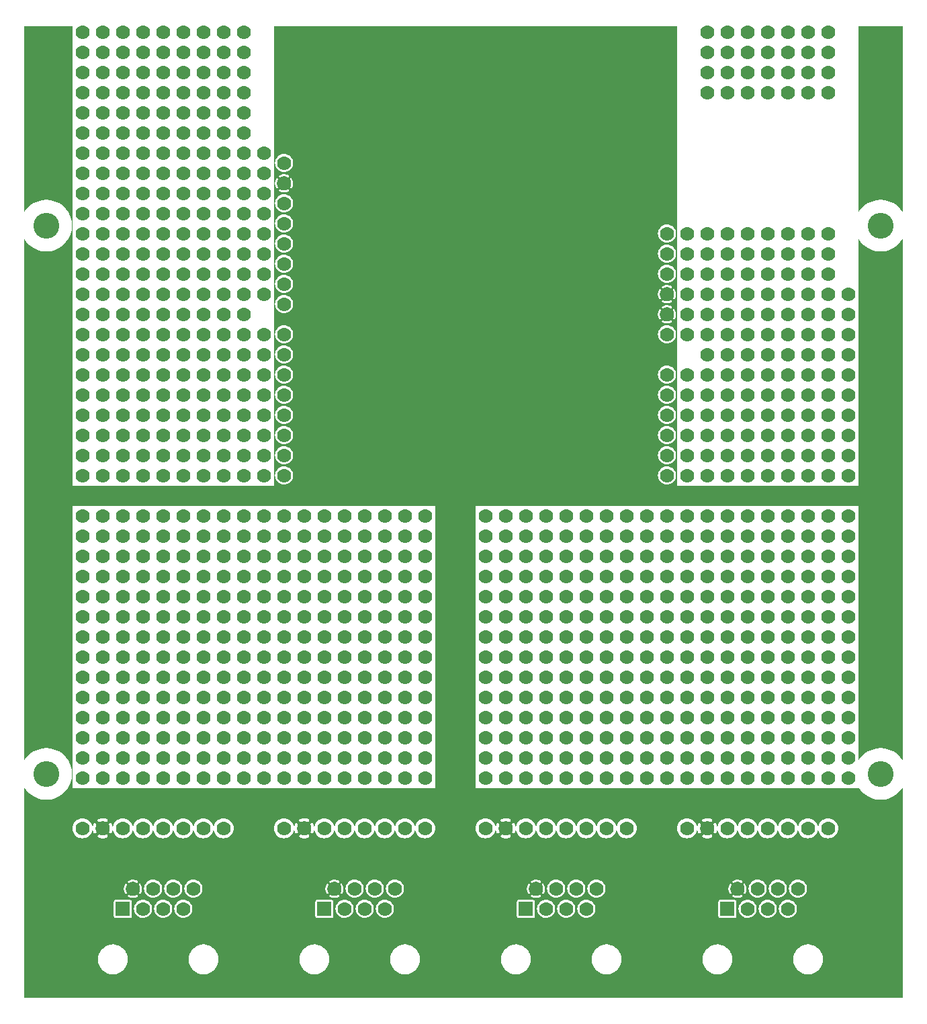
<source format=gbr>
G04 start of page 3 for group 1 idx 2
G04 Title: que linda, solder *
G04 Creator: pcb 20080202 *
G04 CreationDate: Fri 28 Nov 2008 04:08:51 AM GMT UTC *
G04 For: orluke *
G04 Format: Gerber/RS-274X *
G04 PCB-Dimensions: 450000 650000 *
G04 PCB-Coordinate-Origin: lower left *
%MOIN*%
%FSLAX24Y24*%
%LNBACK*%
%ADD14C,0.1280*%
%ADD15C,0.0700*%
%ADD16C,0.0200*%
%ADD17C,0.0350*%
%ADD18C,0.0380*%
G54D16*G36*
X43700Y43747D02*Y17852D01*
X43580Y18022D01*
X43422Y18180D01*
X43240Y18308D01*
X43037Y18402D01*
X42822Y18460D01*
X42600Y18480D01*
X42377Y18460D01*
X42162Y18402D01*
X41960Y18308D01*
X41777Y18180D01*
X41619Y18022D01*
X41500Y17852D01*
Y43747D01*
X41619Y43577D01*
X41777Y43419D01*
X41960Y43291D01*
X42162Y43197D01*
X42377Y43139D01*
X42600Y43120D01*
X42822Y43139D01*
X43037Y43197D01*
X43240Y43291D01*
X43422Y43419D01*
X43580Y43577D01*
X43700Y43747D01*
G37*
G36*
X41500Y45052D02*Y54300D01*
X43700D01*
Y45052D01*
X43580Y45222D01*
X43422Y45380D01*
X43240Y45508D01*
X43037Y45602D01*
X42822Y45660D01*
X42600Y45680D01*
X42377Y45660D01*
X42162Y45602D01*
X41960Y45508D01*
X41777Y45380D01*
X41619Y45222D01*
X41500Y45052D01*
G37*
G36*
X100Y31500D02*X41500D01*
Y30500D01*
X100D01*
Y31500D01*
G37*
G36*
Y17852D02*Y43747D01*
X219Y43577D01*
X377Y43419D01*
X560Y43291D01*
X762Y43197D01*
X977Y43139D01*
X1200Y43120D01*
X1422Y43139D01*
X1637Y43197D01*
X1840Y43291D01*
X2022Y43419D01*
X2180Y43577D01*
X2308Y43760D01*
X2402Y43962D01*
X2460Y44177D01*
X2480Y44400D01*
X2460Y44622D01*
X2402Y44837D01*
X2308Y45040D01*
X2180Y45222D01*
X2022Y45380D01*
X1840Y45508D01*
X1637Y45602D01*
X1422Y45660D01*
X1200Y45680D01*
X977Y45660D01*
X762Y45602D01*
X560Y45508D01*
X377Y45380D01*
X219Y45222D01*
X100Y45052D01*
Y54300D01*
X2500D01*
Y16500D01*
X2266D01*
X2308Y16560D01*
X2402Y16762D01*
X2460Y16977D01*
X2480Y17200D01*
X2460Y17422D01*
X2402Y17637D01*
X2308Y17840D01*
X2180Y18022D01*
X2022Y18180D01*
X1840Y18308D01*
X1637Y18402D01*
X1422Y18460D01*
X1200Y18480D01*
X977Y18460D01*
X762Y18402D01*
X560Y18308D01*
X377Y18180D01*
X219Y18022D01*
X100Y17852D01*
G37*
G36*
X12500Y54300D02*X12628D01*
Y47751D01*
X12610Y47725D01*
X12577Y47653D01*
X12556Y47578D01*
X12550Y47500D01*
X12556Y47421D01*
X12577Y47346D01*
X12610Y47275D01*
X12628Y47248D01*
Y46743D01*
X12621Y46738D01*
X12615Y46732D01*
X12610Y46725D01*
X12591Y46689D01*
X12576Y46652D01*
X12564Y46614D01*
X12556Y46575D01*
X12551Y46536D01*
X12550Y46496D01*
X12552Y46456D01*
X12557Y46416D01*
X12566Y46377D01*
X12579Y46340D01*
X12595Y46303D01*
X12614Y46268D01*
X12614Y46268D01*
X12619Y46261D01*
X12625Y46255D01*
X12628Y46253D01*
Y45751D01*
X12610Y45725D01*
X12577Y45653D01*
X12556Y45578D01*
X12550Y45500D01*
X12556Y45421D01*
X12577Y45346D01*
X12610Y45275D01*
X12628Y45248D01*
Y44751D01*
X12610Y44725D01*
X12577Y44653D01*
X12556Y44578D01*
X12550Y44500D01*
X12556Y44421D01*
X12577Y44346D01*
X12610Y44275D01*
X12628Y44248D01*
Y43751D01*
X12610Y43725D01*
X12577Y43653D01*
X12556Y43578D01*
X12550Y43500D01*
X12556Y43421D01*
X12577Y43346D01*
X12610Y43275D01*
X12628Y43248D01*
Y42751D01*
X12610Y42725D01*
X12577Y42653D01*
X12556Y42578D01*
X12550Y42500D01*
X12556Y42421D01*
X12577Y42346D01*
X12610Y42275D01*
X12628Y42248D01*
Y41751D01*
X12610Y41725D01*
X12577Y41653D01*
X12556Y41578D01*
X12550Y41500D01*
X12556Y41421D01*
X12577Y41346D01*
X12610Y41275D01*
X12628Y41248D01*
Y40751D01*
X12610Y40725D01*
X12577Y40653D01*
X12556Y40578D01*
X12550Y40500D01*
X12556Y40421D01*
X12577Y40346D01*
X12610Y40275D01*
X12628Y40248D01*
Y39251D01*
X12610Y39225D01*
X12577Y39153D01*
X12556Y39078D01*
X12550Y39000D01*
X12556Y38921D01*
X12577Y38846D01*
X12610Y38775D01*
X12628Y38748D01*
Y38251D01*
X12610Y38225D01*
X12577Y38153D01*
X12556Y38078D01*
X12550Y38000D01*
X12556Y37921D01*
X12577Y37846D01*
X12610Y37775D01*
X12628Y37748D01*
Y37251D01*
X12610Y37225D01*
X12577Y37153D01*
X12556Y37078D01*
X12550Y37000D01*
X12556Y36921D01*
X12577Y36846D01*
X12610Y36775D01*
X12628Y36748D01*
Y36251D01*
X12610Y36225D01*
X12577Y36153D01*
X12556Y36078D01*
X12550Y36000D01*
X12556Y35921D01*
X12577Y35846D01*
X12610Y35775D01*
X12628Y35748D01*
Y35251D01*
X12610Y35225D01*
X12577Y35153D01*
X12556Y35078D01*
X12550Y35000D01*
X12556Y34921D01*
X12577Y34846D01*
X12610Y34775D01*
X12628Y34748D01*
Y34251D01*
X12610Y34225D01*
X12577Y34153D01*
X12556Y34078D01*
X12550Y34000D01*
X12556Y33921D01*
X12577Y33846D01*
X12610Y33775D01*
X12628Y33748D01*
Y33251D01*
X12610Y33225D01*
X12577Y33153D01*
X12556Y33078D01*
X12550Y33000D01*
X12556Y32921D01*
X12577Y32846D01*
X12610Y32775D01*
X12628Y32748D01*
Y32251D01*
X12610Y32225D01*
X12577Y32153D01*
X12556Y32078D01*
X12550Y32000D01*
X12556Y31921D01*
X12577Y31846D01*
X12610Y31775D01*
X12628Y31748D01*
Y31500D01*
X12500D01*
Y54300D01*
G37*
G36*
X12628D02*X13000D01*
Y47950D01*
X12921Y47943D01*
X12846Y47922D01*
X12775Y47889D01*
X12710Y47844D01*
X12655Y47789D01*
X12628Y47751D01*
Y54300D01*
G37*
G36*
Y47248D02*X12655Y47210D01*
X12710Y47155D01*
X12775Y47110D01*
X12846Y47077D01*
X12921Y47056D01*
X13000Y47050D01*
Y46949D01*
X12996Y46950D01*
X12956Y46947D01*
X12916Y46942D01*
X12877Y46933D01*
X12839Y46920D01*
X12803Y46904D01*
X12768Y46885D01*
X12768Y46885D01*
X12761Y46880D01*
X12755Y46874D01*
X12750Y46867D01*
X12746Y46859D01*
X12744Y46850D01*
X12743Y46842D01*
X12744Y46833D01*
X12747Y46824D01*
X12751Y46817D01*
X12756Y46810D01*
X12762Y46804D01*
X12769Y46799D01*
X12777Y46795D01*
X12786Y46793D01*
X12794Y46792D01*
X12803Y46793D01*
X12811Y46796D01*
X12819Y46800D01*
X12847Y46814D01*
X12875Y46827D01*
X12904Y46836D01*
X12935Y46844D01*
X12965Y46848D01*
X12996Y46850D01*
X13000Y46849D01*
Y46150D01*
X12972Y46151D01*
X12941Y46155D01*
X12910Y46161D01*
X12881Y46170D01*
X12852Y46182D01*
X12824Y46196D01*
X12825D01*
X12817Y46200D01*
X12808Y46202D01*
X12800Y46203D01*
X12791Y46202D01*
X12783Y46200D01*
X12775Y46197D01*
X12767Y46192D01*
X12761Y46185D01*
X12756Y46178D01*
X12753Y46170D01*
X12750Y46162D01*
X12750Y46153D01*
X12750Y46145D01*
X12752Y46136D01*
X12756Y46128D01*
X12761Y46121D01*
X12767Y46115D01*
X12774Y46110D01*
X12810Y46091D01*
X12847Y46076D01*
X12885Y46064D01*
X12924Y46056D01*
X12964Y46051D01*
X13000Y46050D01*
Y45950D01*
X12921Y45943D01*
X12846Y45922D01*
X12775Y45889D01*
X12710Y45844D01*
X12655Y45789D01*
X12628Y45751D01*
Y46253D01*
X12632Y46250D01*
X12640Y46246D01*
X12649Y46244D01*
X12658Y46244D01*
X12666Y46245D01*
X12675Y46247D01*
X12682Y46251D01*
X12689Y46256D01*
X12696Y46262D01*
X12700Y46269D01*
X12704Y46277D01*
X12706Y46286D01*
X12707Y46294D01*
X12706Y46303D01*
X12703Y46312D01*
X12699Y46319D01*
X12685Y46347D01*
X12672Y46375D01*
X12663Y46405D01*
X12656Y46435D01*
X12651Y46466D01*
X12650Y46497D01*
X12651Y46528D01*
X12654Y46558D01*
X12661Y46589D01*
X12670Y46618D01*
X12682Y46647D01*
X12696Y46675D01*
Y46674D01*
X12700Y46682D01*
X12702Y46691D01*
X12703Y46699D01*
X12702Y46708D01*
X12700Y46717D01*
X12696Y46724D01*
X12691Y46732D01*
X12685Y46738D01*
X12678Y46743D01*
X12670Y46747D01*
X12662Y46749D01*
X12653Y46750D01*
X12644Y46749D01*
X12636Y46747D01*
X12628Y46743D01*
Y47248D01*
G37*
G36*
Y45248D02*X12655Y45210D01*
X12710Y45155D01*
X12775Y45110D01*
X12846Y45077D01*
X12921Y45056D01*
X13000Y45050D01*
Y44950D01*
X12921Y44943D01*
X12846Y44922D01*
X12775Y44889D01*
X12710Y44844D01*
X12655Y44789D01*
X12628Y44751D01*
Y45248D01*
G37*
G36*
Y44248D02*X12655Y44210D01*
X12710Y44155D01*
X12775Y44110D01*
X12846Y44077D01*
X12921Y44056D01*
X13000Y44050D01*
Y43950D01*
X12921Y43943D01*
X12846Y43922D01*
X12775Y43889D01*
X12710Y43844D01*
X12655Y43789D01*
X12628Y43751D01*
Y44248D01*
G37*
G36*
Y43248D02*X12655Y43210D01*
X12710Y43155D01*
X12775Y43110D01*
X12846Y43077D01*
X12921Y43056D01*
X13000Y43050D01*
Y42950D01*
X12921Y42943D01*
X12846Y42922D01*
X12775Y42889D01*
X12710Y42844D01*
X12655Y42789D01*
X12628Y42751D01*
Y43248D01*
G37*
G36*
Y42248D02*X12655Y42210D01*
X12710Y42155D01*
X12775Y42110D01*
X12846Y42077D01*
X12921Y42056D01*
X13000Y42050D01*
Y41950D01*
X12921Y41943D01*
X12846Y41922D01*
X12775Y41889D01*
X12710Y41844D01*
X12655Y41789D01*
X12628Y41751D01*
Y42248D01*
G37*
G36*
Y41248D02*X12655Y41210D01*
X12710Y41155D01*
X12775Y41110D01*
X12846Y41077D01*
X12921Y41056D01*
X13000Y41050D01*
Y40950D01*
X12921Y40943D01*
X12846Y40922D01*
X12775Y40889D01*
X12710Y40844D01*
X12655Y40789D01*
X12628Y40751D01*
Y41248D01*
G37*
G36*
Y40248D02*X12655Y40210D01*
X12710Y40155D01*
X12775Y40110D01*
X12846Y40077D01*
X12921Y40056D01*
X13000Y40050D01*
Y39450D01*
X12921Y39443D01*
X12846Y39422D01*
X12775Y39389D01*
X12710Y39344D01*
X12655Y39289D01*
X12628Y39251D01*
Y40248D01*
G37*
G36*
Y38748D02*X12655Y38710D01*
X12710Y38655D01*
X12775Y38610D01*
X12846Y38577D01*
X12921Y38556D01*
X13000Y38550D01*
Y38450D01*
X12921Y38443D01*
X12846Y38422D01*
X12775Y38389D01*
X12710Y38344D01*
X12655Y38289D01*
X12628Y38251D01*
Y38748D01*
G37*
G36*
Y37748D02*X12655Y37710D01*
X12710Y37655D01*
X12775Y37610D01*
X12846Y37577D01*
X12921Y37556D01*
X13000Y37550D01*
Y37450D01*
X12921Y37443D01*
X12846Y37422D01*
X12775Y37389D01*
X12710Y37344D01*
X12655Y37289D01*
X12628Y37251D01*
Y37748D01*
G37*
G36*
Y36748D02*X12655Y36710D01*
X12710Y36655D01*
X12775Y36610D01*
X12846Y36577D01*
X12921Y36556D01*
X13000Y36550D01*
Y36450D01*
X12921Y36443D01*
X12846Y36422D01*
X12775Y36389D01*
X12710Y36344D01*
X12655Y36289D01*
X12628Y36251D01*
Y36748D01*
G37*
G36*
Y35748D02*X12655Y35710D01*
X12710Y35655D01*
X12775Y35610D01*
X12846Y35577D01*
X12921Y35556D01*
X13000Y35550D01*
Y35450D01*
X12921Y35443D01*
X12846Y35422D01*
X12775Y35389D01*
X12710Y35344D01*
X12655Y35289D01*
X12628Y35251D01*
Y35748D01*
G37*
G36*
Y34748D02*X12655Y34710D01*
X12710Y34655D01*
X12775Y34610D01*
X12846Y34577D01*
X12921Y34556D01*
X13000Y34550D01*
Y34450D01*
X12921Y34443D01*
X12846Y34422D01*
X12775Y34389D01*
X12710Y34344D01*
X12655Y34289D01*
X12628Y34251D01*
Y34748D01*
G37*
G36*
Y33748D02*X12655Y33710D01*
X12710Y33655D01*
X12775Y33610D01*
X12846Y33577D01*
X12921Y33556D01*
X13000Y33550D01*
Y33450D01*
X12921Y33443D01*
X12846Y33422D01*
X12775Y33389D01*
X12710Y33344D01*
X12655Y33289D01*
X12628Y33251D01*
Y33748D01*
G37*
G36*
Y32748D02*X12655Y32710D01*
X12710Y32655D01*
X12775Y32610D01*
X12846Y32577D01*
X12921Y32556D01*
X13000Y32550D01*
Y32450D01*
X12921Y32443D01*
X12846Y32422D01*
X12775Y32389D01*
X12710Y32344D01*
X12655Y32289D01*
X12628Y32251D01*
Y32748D01*
G37*
G36*
Y31748D02*X12655Y31710D01*
X12710Y31655D01*
X12775Y31610D01*
X12846Y31577D01*
X12921Y31556D01*
X13000Y31550D01*
Y31500D01*
X12628D01*
Y31748D01*
G37*
G36*
X13000Y54300D02*X13371D01*
Y47751D01*
X13344Y47789D01*
X13289Y47844D01*
X13225Y47889D01*
X13153Y47922D01*
X13078Y47943D01*
X13000Y47950D01*
Y54300D01*
G37*
G36*
X13371Y31500D02*X13000D01*
Y31550D01*
X13078Y31556D01*
X13153Y31577D01*
X13225Y31610D01*
X13289Y31655D01*
X13344Y31710D01*
X13371Y31748D01*
Y31500D01*
G37*
G36*
Y32251D02*X13344Y32289D01*
X13289Y32344D01*
X13225Y32389D01*
X13153Y32422D01*
X13078Y32443D01*
X13000Y32450D01*
Y32550D01*
X13078Y32556D01*
X13153Y32577D01*
X13225Y32610D01*
X13289Y32655D01*
X13344Y32710D01*
X13371Y32748D01*
Y32251D01*
G37*
G36*
Y33251D02*X13344Y33289D01*
X13289Y33344D01*
X13225Y33389D01*
X13153Y33422D01*
X13078Y33443D01*
X13000Y33450D01*
Y33550D01*
X13078Y33556D01*
X13153Y33577D01*
X13225Y33610D01*
X13289Y33655D01*
X13344Y33710D01*
X13371Y33748D01*
Y33251D01*
G37*
G36*
Y34251D02*X13344Y34289D01*
X13289Y34344D01*
X13225Y34389D01*
X13153Y34422D01*
X13078Y34443D01*
X13000Y34450D01*
Y34550D01*
X13078Y34556D01*
X13153Y34577D01*
X13225Y34610D01*
X13289Y34655D01*
X13344Y34710D01*
X13371Y34748D01*
Y34251D01*
G37*
G36*
Y35251D02*X13344Y35289D01*
X13289Y35344D01*
X13225Y35389D01*
X13153Y35422D01*
X13078Y35443D01*
X13000Y35450D01*
Y35550D01*
X13078Y35556D01*
X13153Y35577D01*
X13225Y35610D01*
X13289Y35655D01*
X13344Y35710D01*
X13371Y35748D01*
Y35251D01*
G37*
G36*
Y36251D02*X13344Y36289D01*
X13289Y36344D01*
X13225Y36389D01*
X13153Y36422D01*
X13078Y36443D01*
X13000Y36450D01*
Y36550D01*
X13078Y36556D01*
X13153Y36577D01*
X13225Y36610D01*
X13289Y36655D01*
X13344Y36710D01*
X13371Y36748D01*
Y36251D01*
G37*
G36*
Y37251D02*X13344Y37289D01*
X13289Y37344D01*
X13225Y37389D01*
X13153Y37422D01*
X13078Y37443D01*
X13000Y37450D01*
Y37550D01*
X13078Y37556D01*
X13153Y37577D01*
X13225Y37610D01*
X13289Y37655D01*
X13344Y37710D01*
X13371Y37748D01*
Y37251D01*
G37*
G36*
Y38251D02*X13344Y38289D01*
X13289Y38344D01*
X13225Y38389D01*
X13153Y38422D01*
X13078Y38443D01*
X13000Y38450D01*
Y38550D01*
X13078Y38556D01*
X13153Y38577D01*
X13225Y38610D01*
X13289Y38655D01*
X13344Y38710D01*
X13371Y38748D01*
Y38251D01*
G37*
G36*
Y39251D02*X13344Y39289D01*
X13289Y39344D01*
X13225Y39389D01*
X13153Y39422D01*
X13078Y39443D01*
X13000Y39450D01*
Y40050D01*
X13078Y40056D01*
X13153Y40077D01*
X13225Y40110D01*
X13289Y40155D01*
X13344Y40210D01*
X13371Y40248D01*
Y39251D01*
G37*
G36*
Y40751D02*X13344Y40789D01*
X13289Y40844D01*
X13225Y40889D01*
X13153Y40922D01*
X13078Y40943D01*
X13000Y40950D01*
Y41050D01*
X13078Y41056D01*
X13153Y41077D01*
X13225Y41110D01*
X13289Y41155D01*
X13344Y41210D01*
X13371Y41248D01*
Y40751D01*
G37*
G36*
Y41751D02*X13344Y41789D01*
X13289Y41844D01*
X13225Y41889D01*
X13153Y41922D01*
X13078Y41943D01*
X13000Y41950D01*
Y42050D01*
X13078Y42056D01*
X13153Y42077D01*
X13225Y42110D01*
X13289Y42155D01*
X13344Y42210D01*
X13371Y42248D01*
Y41751D01*
G37*
G36*
Y42751D02*X13344Y42789D01*
X13289Y42844D01*
X13225Y42889D01*
X13153Y42922D01*
X13078Y42943D01*
X13000Y42950D01*
Y43050D01*
X13078Y43056D01*
X13153Y43077D01*
X13225Y43110D01*
X13289Y43155D01*
X13344Y43210D01*
X13371Y43248D01*
Y42751D01*
G37*
G36*
Y43751D02*X13344Y43789D01*
X13289Y43844D01*
X13225Y43889D01*
X13153Y43922D01*
X13078Y43943D01*
X13000Y43950D01*
Y44050D01*
X13078Y44056D01*
X13153Y44077D01*
X13225Y44110D01*
X13289Y44155D01*
X13344Y44210D01*
X13371Y44248D01*
Y43751D01*
G37*
G36*
Y44751D02*X13344Y44789D01*
X13289Y44844D01*
X13225Y44889D01*
X13153Y44922D01*
X13078Y44943D01*
X13000Y44950D01*
Y45050D01*
X13078Y45056D01*
X13153Y45077D01*
X13225Y45110D01*
X13289Y45155D01*
X13344Y45210D01*
X13371Y45248D01*
Y44751D01*
G37*
G36*
Y45751D02*X13344Y45789D01*
X13289Y45844D01*
X13225Y45889D01*
X13153Y45922D01*
X13078Y45943D01*
X13000Y45950D01*
Y46050D01*
X13003Y46050D01*
X13043Y46052D01*
X13083Y46057D01*
X13122Y46066D01*
X13160Y46079D01*
X13196Y46095D01*
X13231Y46114D01*
X13231Y46114D01*
X13238Y46119D01*
X13244Y46125D01*
X13249Y46133D01*
X13253Y46141D01*
X13255Y46149D01*
X13256Y46158D01*
X13255Y46166D01*
X13252Y46175D01*
X13248Y46183D01*
X13243Y46190D01*
X13237Y46196D01*
X13230Y46200D01*
X13222Y46204D01*
X13213Y46206D01*
X13205Y46207D01*
X13196Y46206D01*
X13188Y46203D01*
X13180Y46200D01*
X13152Y46185D01*
X13124Y46172D01*
X13095Y46163D01*
X13064Y46156D01*
X13034Y46151D01*
X13003Y46150D01*
X13000Y46150D01*
Y46849D01*
X13027Y46848D01*
X13058Y46845D01*
X13089Y46838D01*
X13118Y46829D01*
X13147Y46817D01*
X13175Y46803D01*
X13182Y46799D01*
X13191Y46797D01*
X13200Y46796D01*
X13208Y46797D01*
X13217Y46799D01*
X13225Y46803D01*
X13232Y46808D01*
X13238Y46814D01*
X13243Y46821D01*
X13247Y46829D01*
X13249Y46837D01*
X13250Y46846D01*
X13249Y46855D01*
X13247Y46863D01*
X13243Y46871D01*
X13238Y46878D01*
X13232Y46884D01*
X13225Y46889D01*
X13189Y46908D01*
X13152Y46923D01*
X13114Y46935D01*
X13075Y46943D01*
X13035Y46948D01*
X13000Y46949D01*
Y47050D01*
X13078Y47056D01*
X13153Y47077D01*
X13225Y47110D01*
X13289Y47155D01*
X13344Y47210D01*
X13371Y47248D01*
Y46746D01*
X13367Y46749D01*
X13359Y46753D01*
X13350Y46755D01*
X13341Y46756D01*
X13333Y46755D01*
X13324Y46752D01*
X13317Y46748D01*
X13310Y46743D01*
X13303Y46737D01*
X13299Y46730D01*
X13295Y46722D01*
X13293Y46713D01*
X13292Y46705D01*
X13293Y46696D01*
X13296Y46688D01*
X13300Y46680D01*
X13314Y46653D01*
X13327Y46624D01*
X13336Y46595D01*
X13343Y46564D01*
X13348Y46534D01*
X13349Y46503D01*
X13348Y46472D01*
X13345Y46441D01*
X13338Y46410D01*
X13329Y46381D01*
X13317Y46352D01*
X13303Y46325D01*
Y46325D01*
X13299Y46317D01*
X13297Y46308D01*
X13296Y46300D01*
X13297Y46291D01*
X13299Y46282D01*
X13303Y46275D01*
X13308Y46267D01*
X13314Y46261D01*
X13321Y46256D01*
X13329Y46253D01*
X13337Y46250D01*
X13346Y46250D01*
X13355Y46250D01*
X13363Y46253D01*
X13371Y46256D01*
Y45751D01*
G37*
G36*
Y54300D02*X31628D01*
Y44251D01*
X31610Y44225D01*
X31577Y44153D01*
X31556Y44078D01*
X31550Y44000D01*
X31556Y43921D01*
X31577Y43846D01*
X31610Y43775D01*
X31628Y43748D01*
Y43251D01*
X31610Y43225D01*
X31577Y43153D01*
X31556Y43078D01*
X31550Y43000D01*
X31556Y42921D01*
X31577Y42846D01*
X31610Y42775D01*
X31628Y42748D01*
Y42251D01*
X31610Y42225D01*
X31577Y42153D01*
X31556Y42078D01*
X31550Y42000D01*
X31556Y41921D01*
X31577Y41846D01*
X31610Y41775D01*
X31628Y41748D01*
Y41243D01*
X31621Y41238D01*
X31615Y41232D01*
X31610Y41225D01*
X31591Y41189D01*
X31576Y41152D01*
X31564Y41114D01*
X31556Y41075D01*
X31551Y41036D01*
X31550Y40996D01*
X31552Y40956D01*
X31557Y40916D01*
X31566Y40877D01*
X31579Y40840D01*
X31595Y40803D01*
X31614Y40768D01*
X31614Y40768D01*
X31619Y40761D01*
X31625Y40755D01*
X31628Y40753D01*
Y40243D01*
X31621Y40238D01*
X31615Y40232D01*
X31610Y40225D01*
X31591Y40189D01*
X31576Y40152D01*
X31564Y40114D01*
X31556Y40075D01*
X31551Y40036D01*
X31550Y39996D01*
X31552Y39956D01*
X31557Y39916D01*
X31566Y39877D01*
X31579Y39840D01*
X31595Y39803D01*
X31614Y39768D01*
X31614Y39768D01*
X31619Y39761D01*
X31625Y39755D01*
X31628Y39753D01*
Y39251D01*
X31610Y39225D01*
X31577Y39153D01*
X31556Y39078D01*
X31550Y39000D01*
X31556Y38921D01*
X31577Y38846D01*
X31610Y38775D01*
X31628Y38748D01*
Y37251D01*
X31610Y37225D01*
X31577Y37153D01*
X31556Y37078D01*
X31550Y37000D01*
X31556Y36921D01*
X31577Y36846D01*
X31610Y36775D01*
X31628Y36748D01*
Y36251D01*
X31610Y36225D01*
X31577Y36153D01*
X31556Y36078D01*
X31550Y36000D01*
X31556Y35921D01*
X31577Y35846D01*
X31610Y35775D01*
X31628Y35748D01*
Y35251D01*
X31610Y35225D01*
X31577Y35153D01*
X31556Y35078D01*
X31550Y35000D01*
X31556Y34921D01*
X31577Y34846D01*
X31610Y34775D01*
X31628Y34748D01*
Y34251D01*
X31610Y34225D01*
X31577Y34153D01*
X31556Y34078D01*
X31550Y34000D01*
X31556Y33921D01*
X31577Y33846D01*
X31610Y33775D01*
X31628Y33748D01*
Y33251D01*
X31610Y33225D01*
X31577Y33153D01*
X31556Y33078D01*
X31550Y33000D01*
X31556Y32921D01*
X31577Y32846D01*
X31610Y32775D01*
X31628Y32748D01*
Y32251D01*
X31610Y32225D01*
X31577Y32153D01*
X31556Y32078D01*
X31550Y32000D01*
X31556Y31921D01*
X31577Y31846D01*
X31610Y31775D01*
X31628Y31748D01*
Y31500D01*
X13371D01*
Y31748D01*
X13389Y31775D01*
X13422Y31846D01*
X13443Y31921D01*
X13450Y32000D01*
X13443Y32078D01*
X13422Y32153D01*
X13389Y32225D01*
X13371Y32251D01*
Y32748D01*
X13389Y32775D01*
X13422Y32846D01*
X13443Y32921D01*
X13450Y33000D01*
X13443Y33078D01*
X13422Y33153D01*
X13389Y33225D01*
X13371Y33251D01*
Y33748D01*
X13389Y33775D01*
X13422Y33846D01*
X13443Y33921D01*
X13450Y34000D01*
X13443Y34078D01*
X13422Y34153D01*
X13389Y34225D01*
X13371Y34251D01*
Y34748D01*
X13389Y34775D01*
X13422Y34846D01*
X13443Y34921D01*
X13450Y35000D01*
X13443Y35078D01*
X13422Y35153D01*
X13389Y35225D01*
X13371Y35251D01*
Y35748D01*
X13389Y35775D01*
X13422Y35846D01*
X13443Y35921D01*
X13450Y36000D01*
X13443Y36078D01*
X13422Y36153D01*
X13389Y36225D01*
X13371Y36251D01*
Y36748D01*
X13389Y36775D01*
X13422Y36846D01*
X13443Y36921D01*
X13450Y37000D01*
X13443Y37078D01*
X13422Y37153D01*
X13389Y37225D01*
X13371Y37251D01*
Y37748D01*
X13389Y37775D01*
X13422Y37846D01*
X13443Y37921D01*
X13450Y38000D01*
X13443Y38078D01*
X13422Y38153D01*
X13389Y38225D01*
X13371Y38251D01*
Y38748D01*
X13389Y38775D01*
X13422Y38846D01*
X13443Y38921D01*
X13450Y39000D01*
X13443Y39078D01*
X13422Y39153D01*
X13389Y39225D01*
X13371Y39251D01*
Y40248D01*
X13389Y40275D01*
X13422Y40346D01*
X13443Y40421D01*
X13450Y40500D01*
X13443Y40578D01*
X13422Y40653D01*
X13389Y40725D01*
X13371Y40751D01*
Y41248D01*
X13389Y41275D01*
X13422Y41346D01*
X13443Y41421D01*
X13450Y41500D01*
X13443Y41578D01*
X13422Y41653D01*
X13389Y41725D01*
X13371Y41751D01*
Y42248D01*
X13389Y42275D01*
X13422Y42346D01*
X13443Y42421D01*
X13450Y42500D01*
X13443Y42578D01*
X13422Y42653D01*
X13389Y42725D01*
X13371Y42751D01*
Y43248D01*
X13389Y43275D01*
X13422Y43346D01*
X13443Y43421D01*
X13450Y43500D01*
X13443Y43578D01*
X13422Y43653D01*
X13389Y43725D01*
X13371Y43751D01*
Y44248D01*
X13389Y44275D01*
X13422Y44346D01*
X13443Y44421D01*
X13450Y44500D01*
X13443Y44578D01*
X13422Y44653D01*
X13389Y44725D01*
X13371Y44751D01*
Y45248D01*
X13389Y45275D01*
X13422Y45346D01*
X13443Y45421D01*
X13450Y45500D01*
X13443Y45578D01*
X13422Y45653D01*
X13389Y45725D01*
X13371Y45751D01*
Y46256D01*
X13378Y46261D01*
X13384Y46267D01*
X13389Y46275D01*
X13408Y46310D01*
X13423Y46347D01*
X13435Y46385D01*
X13443Y46424D01*
X13448Y46464D01*
X13449Y46504D01*
X13447Y46543D01*
X13442Y46583D01*
X13433Y46622D01*
X13420Y46660D01*
X13404Y46696D01*
X13385Y46731D01*
X13385Y46731D01*
X13380Y46738D01*
X13374Y46745D01*
X13371Y46746D01*
Y47248D01*
X13389Y47275D01*
X13422Y47346D01*
X13443Y47421D01*
X13450Y47500D01*
X13443Y47578D01*
X13422Y47653D01*
X13389Y47725D01*
X13371Y47751D01*
Y54300D01*
G37*
G36*
X31628D02*X32000D01*
Y44450D01*
X31921Y44443D01*
X31846Y44422D01*
X31775Y44389D01*
X31710Y44344D01*
X31655Y44289D01*
X31628Y44251D01*
Y54300D01*
G37*
G36*
Y43748D02*X31655Y43710D01*
X31710Y43655D01*
X31775Y43610D01*
X31846Y43577D01*
X31921Y43556D01*
X32000Y43550D01*
Y43450D01*
X31921Y43443D01*
X31846Y43422D01*
X31775Y43389D01*
X31710Y43344D01*
X31655Y43289D01*
X31628Y43251D01*
Y43748D01*
G37*
G36*
Y42748D02*X31655Y42710D01*
X31710Y42655D01*
X31775Y42610D01*
X31846Y42577D01*
X31921Y42556D01*
X32000Y42550D01*
Y42450D01*
X31921Y42443D01*
X31846Y42422D01*
X31775Y42389D01*
X31710Y42344D01*
X31655Y42289D01*
X31628Y42251D01*
Y42748D01*
G37*
G36*
Y41748D02*X31655Y41710D01*
X31710Y41655D01*
X31775Y41610D01*
X31846Y41577D01*
X31921Y41556D01*
X32000Y41550D01*
Y41449D01*
X31996Y41450D01*
X31956Y41447D01*
X31916Y41442D01*
X31877Y41433D01*
X31839Y41420D01*
X31803Y41404D01*
X31768Y41385D01*
X31768Y41385D01*
X31761Y41380D01*
X31755Y41374D01*
X31750Y41367D01*
X31746Y41359D01*
X31744Y41350D01*
X31743Y41342D01*
X31744Y41333D01*
X31747Y41324D01*
X31751Y41317D01*
X31756Y41310D01*
X31762Y41304D01*
X31769Y41299D01*
X31777Y41295D01*
X31786Y41293D01*
X31794Y41292D01*
X31803Y41293D01*
X31811Y41296D01*
X31819Y41300D01*
X31847Y41314D01*
X31875Y41327D01*
X31904Y41336D01*
X31935Y41344D01*
X31965Y41348D01*
X31996Y41350D01*
X32000Y41349D01*
Y40650D01*
X31972Y40651D01*
X31941Y40655D01*
X31910Y40661D01*
X31881Y40670D01*
X31852Y40682D01*
X31824Y40696D01*
X31825D01*
X31817Y40700D01*
X31808Y40702D01*
X31800Y40703D01*
X31791Y40702D01*
X31783Y40700D01*
X31775Y40697D01*
X31767Y40692D01*
X31761Y40685D01*
X31756Y40678D01*
X31753Y40670D01*
X31750Y40662D01*
X31750Y40653D01*
X31750Y40645D01*
X31752Y40636D01*
X31756Y40628D01*
X31761Y40621D01*
X31767Y40615D01*
X31774Y40610D01*
X31810Y40591D01*
X31847Y40576D01*
X31885Y40564D01*
X31924Y40556D01*
X31964Y40551D01*
X32000Y40550D01*
Y40449D01*
X31996Y40450D01*
X31956Y40447D01*
X31916Y40442D01*
X31877Y40433D01*
X31839Y40420D01*
X31803Y40404D01*
X31768Y40385D01*
X31768Y40385D01*
X31761Y40380D01*
X31755Y40374D01*
X31750Y40367D01*
X31746Y40359D01*
X31744Y40350D01*
X31743Y40342D01*
X31744Y40333D01*
X31747Y40324D01*
X31751Y40317D01*
X31756Y40310D01*
X31762Y40304D01*
X31769Y40299D01*
X31777Y40295D01*
X31786Y40293D01*
X31794Y40292D01*
X31803Y40293D01*
X31811Y40296D01*
X31819Y40300D01*
X31847Y40314D01*
X31875Y40327D01*
X31904Y40336D01*
X31935Y40344D01*
X31965Y40348D01*
X31996Y40350D01*
X32000Y40349D01*
Y39650D01*
X31972Y39651D01*
X31941Y39655D01*
X31910Y39661D01*
X31881Y39670D01*
X31852Y39682D01*
X31824Y39696D01*
X31825D01*
X31817Y39700D01*
X31808Y39702D01*
X31800Y39703D01*
X31791Y39702D01*
X31783Y39700D01*
X31775Y39697D01*
X31767Y39692D01*
X31761Y39685D01*
X31756Y39678D01*
X31753Y39670D01*
X31750Y39662D01*
X31750Y39653D01*
X31750Y39645D01*
X31752Y39636D01*
X31756Y39628D01*
X31761Y39621D01*
X31767Y39615D01*
X31774Y39610D01*
X31810Y39591D01*
X31847Y39576D01*
X31885Y39564D01*
X31924Y39556D01*
X31964Y39551D01*
X32000Y39550D01*
Y39450D01*
X31921Y39443D01*
X31846Y39422D01*
X31775Y39389D01*
X31710Y39344D01*
X31655Y39289D01*
X31628Y39251D01*
Y39753D01*
X31632Y39750D01*
X31640Y39746D01*
X31649Y39744D01*
X31658Y39744D01*
X31666Y39745D01*
X31675Y39747D01*
X31682Y39751D01*
X31689Y39756D01*
X31696Y39762D01*
X31700Y39769D01*
X31704Y39777D01*
X31706Y39786D01*
X31707Y39794D01*
X31706Y39803D01*
X31703Y39812D01*
X31699Y39819D01*
X31685Y39847D01*
X31672Y39875D01*
X31663Y39905D01*
X31656Y39935D01*
X31651Y39966D01*
X31650Y39997D01*
X31651Y40028D01*
X31654Y40058D01*
X31661Y40089D01*
X31670Y40118D01*
X31682Y40147D01*
X31696Y40175D01*
Y40174D01*
X31700Y40182D01*
X31702Y40191D01*
X31703Y40199D01*
X31702Y40208D01*
X31700Y40217D01*
X31696Y40224D01*
X31691Y40232D01*
X31685Y40238D01*
X31678Y40243D01*
X31670Y40247D01*
X31662Y40249D01*
X31653Y40250D01*
X31644Y40249D01*
X31636Y40247D01*
X31628Y40243D01*
Y40753D01*
X31632Y40750D01*
X31640Y40746D01*
X31649Y40744D01*
X31658Y40744D01*
X31666Y40745D01*
X31675Y40747D01*
X31682Y40751D01*
X31689Y40756D01*
X31696Y40762D01*
X31700Y40769D01*
X31704Y40777D01*
X31706Y40786D01*
X31707Y40794D01*
X31706Y40803D01*
X31703Y40812D01*
X31699Y40819D01*
X31685Y40847D01*
X31672Y40875D01*
X31663Y40905D01*
X31656Y40935D01*
X31651Y40966D01*
X31650Y40997D01*
X31651Y41028D01*
X31654Y41058D01*
X31661Y41089D01*
X31670Y41118D01*
X31682Y41147D01*
X31696Y41175D01*
Y41174D01*
X31700Y41182D01*
X31702Y41191D01*
X31703Y41199D01*
X31702Y41208D01*
X31700Y41217D01*
X31696Y41224D01*
X31691Y41232D01*
X31685Y41238D01*
X31678Y41243D01*
X31670Y41247D01*
X31662Y41249D01*
X31653Y41250D01*
X31644Y41249D01*
X31636Y41247D01*
X31628Y41243D01*
Y41748D01*
G37*
G36*
Y38748D02*X31655Y38710D01*
X31710Y38655D01*
X31775Y38610D01*
X31846Y38577D01*
X31921Y38556D01*
X32000Y38550D01*
Y37450D01*
X31921Y37443D01*
X31846Y37422D01*
X31775Y37389D01*
X31710Y37344D01*
X31655Y37289D01*
X31628Y37251D01*
Y38748D01*
G37*
G36*
Y36748D02*X31655Y36710D01*
X31710Y36655D01*
X31775Y36610D01*
X31846Y36577D01*
X31921Y36556D01*
X32000Y36550D01*
Y36450D01*
X31921Y36443D01*
X31846Y36422D01*
X31775Y36389D01*
X31710Y36344D01*
X31655Y36289D01*
X31628Y36251D01*
Y36748D01*
G37*
G36*
Y35748D02*X31655Y35710D01*
X31710Y35655D01*
X31775Y35610D01*
X31846Y35577D01*
X31921Y35556D01*
X32000Y35550D01*
Y35450D01*
X31921Y35443D01*
X31846Y35422D01*
X31775Y35389D01*
X31710Y35344D01*
X31655Y35289D01*
X31628Y35251D01*
Y35748D01*
G37*
G36*
Y34748D02*X31655Y34710D01*
X31710Y34655D01*
X31775Y34610D01*
X31846Y34577D01*
X31921Y34556D01*
X32000Y34550D01*
Y34450D01*
X31921Y34443D01*
X31846Y34422D01*
X31775Y34389D01*
X31710Y34344D01*
X31655Y34289D01*
X31628Y34251D01*
Y34748D01*
G37*
G36*
Y33748D02*X31655Y33710D01*
X31710Y33655D01*
X31775Y33610D01*
X31846Y33577D01*
X31921Y33556D01*
X32000Y33550D01*
Y33450D01*
X31921Y33443D01*
X31846Y33422D01*
X31775Y33389D01*
X31710Y33344D01*
X31655Y33289D01*
X31628Y33251D01*
Y33748D01*
G37*
G36*
Y32748D02*X31655Y32710D01*
X31710Y32655D01*
X31775Y32610D01*
X31846Y32577D01*
X31921Y32556D01*
X32000Y32550D01*
Y32450D01*
X31921Y32443D01*
X31846Y32422D01*
X31775Y32389D01*
X31710Y32344D01*
X31655Y32289D01*
X31628Y32251D01*
Y32748D01*
G37*
G36*
Y31748D02*X31655Y31710D01*
X31710Y31655D01*
X31775Y31610D01*
X31846Y31577D01*
X31921Y31556D01*
X32000Y31550D01*
Y31500D01*
X31628D01*
Y31748D01*
G37*
G36*
X32000Y54300D02*X32371D01*
Y44251D01*
X32344Y44289D01*
X32289Y44344D01*
X32225Y44389D01*
X32153Y44422D01*
X32078Y44443D01*
X32000Y44450D01*
Y54300D01*
G37*
G36*
X32371Y31500D02*X32000D01*
Y31550D01*
X32078Y31556D01*
X32153Y31577D01*
X32225Y31610D01*
X32289Y31655D01*
X32344Y31710D01*
X32371Y31748D01*
Y31500D01*
G37*
G36*
Y32251D02*X32344Y32289D01*
X32289Y32344D01*
X32225Y32389D01*
X32153Y32422D01*
X32078Y32443D01*
X32000Y32450D01*
Y32550D01*
X32078Y32556D01*
X32153Y32577D01*
X32225Y32610D01*
X32289Y32655D01*
X32344Y32710D01*
X32371Y32748D01*
Y32251D01*
G37*
G36*
Y33251D02*X32344Y33289D01*
X32289Y33344D01*
X32225Y33389D01*
X32153Y33422D01*
X32078Y33443D01*
X32000Y33450D01*
Y33550D01*
X32078Y33556D01*
X32153Y33577D01*
X32225Y33610D01*
X32289Y33655D01*
X32344Y33710D01*
X32371Y33748D01*
Y33251D01*
G37*
G36*
Y34251D02*X32344Y34289D01*
X32289Y34344D01*
X32225Y34389D01*
X32153Y34422D01*
X32078Y34443D01*
X32000Y34450D01*
Y34550D01*
X32078Y34556D01*
X32153Y34577D01*
X32225Y34610D01*
X32289Y34655D01*
X32344Y34710D01*
X32371Y34748D01*
Y34251D01*
G37*
G36*
Y35251D02*X32344Y35289D01*
X32289Y35344D01*
X32225Y35389D01*
X32153Y35422D01*
X32078Y35443D01*
X32000Y35450D01*
Y35550D01*
X32078Y35556D01*
X32153Y35577D01*
X32225Y35610D01*
X32289Y35655D01*
X32344Y35710D01*
X32371Y35748D01*
Y35251D01*
G37*
G36*
Y36251D02*X32344Y36289D01*
X32289Y36344D01*
X32225Y36389D01*
X32153Y36422D01*
X32078Y36443D01*
X32000Y36450D01*
Y36550D01*
X32078Y36556D01*
X32153Y36577D01*
X32225Y36610D01*
X32289Y36655D01*
X32344Y36710D01*
X32371Y36748D01*
Y36251D01*
G37*
G36*
Y37251D02*X32344Y37289D01*
X32289Y37344D01*
X32225Y37389D01*
X32153Y37422D01*
X32078Y37443D01*
X32000Y37450D01*
Y38550D01*
X32078Y38556D01*
X32153Y38577D01*
X32225Y38610D01*
X32289Y38655D01*
X32344Y38710D01*
X32371Y38748D01*
Y37251D01*
G37*
G36*
Y39251D02*X32344Y39289D01*
X32289Y39344D01*
X32225Y39389D01*
X32153Y39422D01*
X32078Y39443D01*
X32000Y39450D01*
Y39550D01*
X32003Y39550D01*
X32043Y39552D01*
X32083Y39557D01*
X32122Y39566D01*
X32160Y39579D01*
X32196Y39595D01*
X32231Y39614D01*
X32231Y39614D01*
X32238Y39619D01*
X32244Y39625D01*
X32249Y39633D01*
X32253Y39641D01*
X32255Y39649D01*
X32256Y39658D01*
X32255Y39666D01*
X32252Y39675D01*
X32248Y39683D01*
X32243Y39690D01*
X32237Y39696D01*
X32230Y39700D01*
X32222Y39704D01*
X32213Y39706D01*
X32205Y39707D01*
X32196Y39706D01*
X32188Y39703D01*
X32180Y39700D01*
X32152Y39685D01*
X32124Y39672D01*
X32095Y39663D01*
X32064Y39656D01*
X32034Y39651D01*
X32003Y39650D01*
X32000Y39650D01*
Y40349D01*
X32027Y40348D01*
X32058Y40345D01*
X32089Y40338D01*
X32118Y40329D01*
X32147Y40317D01*
X32175Y40303D01*
X32182Y40299D01*
X32191Y40297D01*
X32200Y40296D01*
X32208Y40297D01*
X32217Y40299D01*
X32225Y40303D01*
X32232Y40308D01*
X32238Y40314D01*
X32243Y40321D01*
X32247Y40329D01*
X32249Y40337D01*
X32250Y40346D01*
X32249Y40355D01*
X32247Y40363D01*
X32243Y40371D01*
X32238Y40378D01*
X32232Y40384D01*
X32225Y40389D01*
X32189Y40408D01*
X32152Y40423D01*
X32114Y40435D01*
X32075Y40443D01*
X32035Y40448D01*
X32000Y40449D01*
Y40550D01*
X32003Y40550D01*
X32043Y40552D01*
X32083Y40557D01*
X32122Y40566D01*
X32160Y40579D01*
X32196Y40595D01*
X32231Y40614D01*
X32231Y40614D01*
X32238Y40619D01*
X32244Y40625D01*
X32249Y40633D01*
X32253Y40641D01*
X32255Y40649D01*
X32256Y40658D01*
X32255Y40666D01*
X32252Y40675D01*
X32248Y40683D01*
X32243Y40690D01*
X32237Y40696D01*
X32230Y40700D01*
X32222Y40704D01*
X32213Y40706D01*
X32205Y40707D01*
X32196Y40706D01*
X32188Y40703D01*
X32180Y40700D01*
X32152Y40685D01*
X32124Y40672D01*
X32095Y40663D01*
X32064Y40656D01*
X32034Y40651D01*
X32003Y40650D01*
X32000Y40650D01*
Y41349D01*
X32027Y41348D01*
X32058Y41345D01*
X32089Y41338D01*
X32118Y41329D01*
X32147Y41317D01*
X32175Y41303D01*
X32182Y41299D01*
X32191Y41297D01*
X32200Y41296D01*
X32208Y41297D01*
X32217Y41299D01*
X32225Y41303D01*
X32232Y41308D01*
X32238Y41314D01*
X32243Y41321D01*
X32247Y41329D01*
X32249Y41337D01*
X32250Y41346D01*
X32249Y41355D01*
X32247Y41363D01*
X32243Y41371D01*
X32238Y41378D01*
X32232Y41384D01*
X32225Y41389D01*
X32189Y41408D01*
X32152Y41423D01*
X32114Y41435D01*
X32075Y41443D01*
X32035Y41448D01*
X32000Y41449D01*
Y41550D01*
X32078Y41556D01*
X32153Y41577D01*
X32225Y41610D01*
X32289Y41655D01*
X32344Y41710D01*
X32371Y41748D01*
Y41246D01*
X32367Y41249D01*
X32359Y41253D01*
X32350Y41255D01*
X32341Y41256D01*
X32333Y41255D01*
X32324Y41252D01*
X32317Y41248D01*
X32310Y41243D01*
X32303Y41237D01*
X32299Y41230D01*
X32295Y41222D01*
X32293Y41213D01*
X32292Y41205D01*
X32293Y41196D01*
X32296Y41188D01*
X32300Y41180D01*
X32314Y41153D01*
X32327Y41124D01*
X32336Y41095D01*
X32343Y41064D01*
X32348Y41034D01*
X32349Y41003D01*
X32348Y40972D01*
X32345Y40941D01*
X32338Y40910D01*
X32329Y40881D01*
X32317Y40852D01*
X32303Y40825D01*
Y40825D01*
X32299Y40817D01*
X32297Y40808D01*
X32296Y40800D01*
X32297Y40791D01*
X32299Y40782D01*
X32303Y40775D01*
X32308Y40767D01*
X32314Y40761D01*
X32321Y40756D01*
X32329Y40753D01*
X32337Y40750D01*
X32346Y40750D01*
X32355Y40750D01*
X32363Y40753D01*
X32371Y40756D01*
Y40246D01*
X32367Y40249D01*
X32359Y40253D01*
X32350Y40255D01*
X32341Y40256D01*
X32333Y40255D01*
X32324Y40252D01*
X32317Y40248D01*
X32310Y40243D01*
X32303Y40237D01*
X32299Y40230D01*
X32295Y40222D01*
X32293Y40213D01*
X32292Y40205D01*
X32293Y40196D01*
X32296Y40188D01*
X32300Y40180D01*
X32314Y40153D01*
X32327Y40124D01*
X32336Y40095D01*
X32343Y40064D01*
X32348Y40034D01*
X32349Y40003D01*
X32348Y39972D01*
X32345Y39941D01*
X32338Y39910D01*
X32329Y39881D01*
X32317Y39852D01*
X32303Y39825D01*
Y39825D01*
X32299Y39817D01*
X32297Y39808D01*
X32296Y39800D01*
X32297Y39791D01*
X32299Y39782D01*
X32303Y39775D01*
X32308Y39767D01*
X32314Y39761D01*
X32321Y39756D01*
X32329Y39753D01*
X32337Y39750D01*
X32346Y39750D01*
X32355Y39750D01*
X32363Y39753D01*
X32371Y39756D01*
Y39251D01*
G37*
G36*
Y42251D02*X32344Y42289D01*
X32289Y42344D01*
X32225Y42389D01*
X32153Y42422D01*
X32078Y42443D01*
X32000Y42450D01*
Y42550D01*
X32078Y42556D01*
X32153Y42577D01*
X32225Y42610D01*
X32289Y42655D01*
X32344Y42710D01*
X32371Y42748D01*
Y42251D01*
G37*
G36*
Y43251D02*X32344Y43289D01*
X32289Y43344D01*
X32225Y43389D01*
X32153Y43422D01*
X32078Y43443D01*
X32000Y43450D01*
Y43550D01*
X32078Y43556D01*
X32153Y43577D01*
X32225Y43610D01*
X32289Y43655D01*
X32344Y43710D01*
X32371Y43748D01*
Y43251D01*
G37*
G36*
Y54300D02*X32500D01*
Y31500D01*
X32371D01*
Y31748D01*
X32389Y31775D01*
X32422Y31846D01*
X32443Y31921D01*
X32450Y32000D01*
X32443Y32078D01*
X32422Y32153D01*
X32389Y32225D01*
X32371Y32251D01*
Y32748D01*
X32389Y32775D01*
X32422Y32846D01*
X32443Y32921D01*
X32450Y33000D01*
X32443Y33078D01*
X32422Y33153D01*
X32389Y33225D01*
X32371Y33251D01*
Y33748D01*
X32389Y33775D01*
X32422Y33846D01*
X32443Y33921D01*
X32450Y34000D01*
X32443Y34078D01*
X32422Y34153D01*
X32389Y34225D01*
X32371Y34251D01*
Y34748D01*
X32389Y34775D01*
X32422Y34846D01*
X32443Y34921D01*
X32450Y35000D01*
X32443Y35078D01*
X32422Y35153D01*
X32389Y35225D01*
X32371Y35251D01*
Y35748D01*
X32389Y35775D01*
X32422Y35846D01*
X32443Y35921D01*
X32450Y36000D01*
X32443Y36078D01*
X32422Y36153D01*
X32389Y36225D01*
X32371Y36251D01*
Y36748D01*
X32389Y36775D01*
X32422Y36846D01*
X32443Y36921D01*
X32450Y37000D01*
X32443Y37078D01*
X32422Y37153D01*
X32389Y37225D01*
X32371Y37251D01*
Y38748D01*
X32389Y38775D01*
X32422Y38846D01*
X32443Y38921D01*
X32450Y39000D01*
X32443Y39078D01*
X32422Y39153D01*
X32389Y39225D01*
X32371Y39251D01*
Y39756D01*
X32378Y39761D01*
X32384Y39767D01*
X32389Y39775D01*
X32408Y39810D01*
X32423Y39847D01*
X32435Y39885D01*
X32443Y39924D01*
X32448Y39964D01*
X32449Y40004D01*
X32447Y40043D01*
X32442Y40083D01*
X32433Y40122D01*
X32420Y40160D01*
X32404Y40196D01*
X32385Y40231D01*
X32385Y40231D01*
X32380Y40238D01*
X32374Y40245D01*
X32371Y40246D01*
Y40756D01*
X32378Y40761D01*
X32384Y40767D01*
X32389Y40775D01*
X32408Y40810D01*
X32423Y40847D01*
X32435Y40885D01*
X32443Y40924D01*
X32448Y40964D01*
X32449Y41004D01*
X32447Y41043D01*
X32442Y41083D01*
X32433Y41122D01*
X32420Y41160D01*
X32404Y41196D01*
X32385Y41231D01*
X32385Y41231D01*
X32380Y41238D01*
X32374Y41245D01*
X32371Y41246D01*
Y41748D01*
X32389Y41775D01*
X32422Y41846D01*
X32443Y41921D01*
X32450Y42000D01*
X32443Y42078D01*
X32422Y42153D01*
X32389Y42225D01*
X32371Y42251D01*
Y42748D01*
X32389Y42775D01*
X32422Y42846D01*
X32443Y42921D01*
X32450Y43000D01*
X32443Y43078D01*
X32422Y43153D01*
X32389Y43225D01*
X32371Y43251D01*
Y43748D01*
X32389Y43775D01*
X32422Y43846D01*
X32443Y43921D01*
X32450Y44000D01*
X32443Y44078D01*
X32422Y44153D01*
X32389Y44225D01*
X32371Y44251D01*
Y54300D01*
G37*
G36*
X100Y16500D02*X133D01*
X219Y16377D01*
X377Y16219D01*
X560Y16091D01*
X762Y15997D01*
X977Y15939D01*
X1200Y15920D01*
X1422Y15939D01*
X1637Y15997D01*
X1840Y16091D01*
X2022Y16219D01*
X2180Y16377D01*
X2266Y16500D01*
X3000D01*
Y15000D01*
X2913Y14992D01*
X2829Y14969D01*
X2750Y14933D01*
X2678Y14883D01*
X2617Y14821D01*
X2567Y14750D01*
X2530Y14671D01*
X2507Y14586D01*
X2500Y14500D01*
X2507Y14413D01*
X2530Y14329D01*
X2567Y14250D01*
X2617Y14178D01*
X2678Y14117D01*
X2750Y14067D01*
X2829Y14030D01*
X2913Y14007D01*
X3000Y14000D01*
Y6100D01*
X100D01*
Y16500D01*
G37*
G36*
X3000D02*X3594D01*
Y14745D01*
X3591Y14745D01*
X3578Y14740D01*
X3567Y14733D01*
X3557Y14725D01*
X3549Y14714D01*
X3543Y14703D01*
X3525Y14659D01*
X3513Y14613D01*
X3504Y14566D01*
X3500Y14519D01*
X3500Y14471D01*
X3505Y14424D01*
X3515Y14378D01*
X3528Y14332D01*
X3546Y14288D01*
X3546D01*
X3553Y14277D01*
X3561Y14267D01*
X3571Y14259D01*
X3583Y14252D01*
X3594Y14248D01*
Y6100D01*
X3000D01*
Y14000D01*
X3086Y14007D01*
X3171Y14030D01*
X3250Y14067D01*
X3321Y14117D01*
X3383Y14178D01*
X3433Y14250D01*
X3469Y14329D01*
X3492Y14413D01*
X3500Y14500D01*
X3492Y14586D01*
X3469Y14671D01*
X3433Y14750D01*
X3383Y14821D01*
X3321Y14883D01*
X3250Y14933D01*
X3171Y14969D01*
X3086Y14992D01*
X3000Y15000D01*
Y16500D01*
G37*
G36*
X3594D02*X3996D01*
Y14999D01*
X3971Y14999D01*
X3924Y14994D01*
X3878Y14985D01*
X3832Y14971D01*
X3788Y14953D01*
Y14953D01*
X3777Y14946D01*
X3767Y14938D01*
X3758Y14928D01*
X3752Y14916D01*
X3747Y14904D01*
X3745Y14891D01*
X3745Y14878D01*
X3747Y14865D01*
X3752Y14853D01*
X3758Y14842D01*
X3767Y14832D01*
X3777Y14823D01*
X3788Y14817D01*
X3800Y14812D01*
X3813Y14810D01*
X3826Y14810D01*
X3839Y14812D01*
X3852Y14817D01*
X3882Y14829D01*
X3914Y14839D01*
X3947Y14846D01*
X3980Y14849D01*
X3996Y14849D01*
Y14150D01*
X3986Y14150D01*
X3953Y14153D01*
X3920Y14159D01*
X3888Y14168D01*
X3857Y14180D01*
X3845Y14184D01*
X3832Y14186D01*
X3819Y14186D01*
X3806Y14183D01*
X3794Y14179D01*
X3783Y14172D01*
X3773Y14163D01*
X3764Y14153D01*
X3758Y14142D01*
X3754Y14129D01*
X3752Y14117D01*
X3752Y14104D01*
X3755Y14091D01*
X3759Y14078D01*
X3766Y14067D01*
X3775Y14057D01*
X3785Y14049D01*
X3796Y14043D01*
X3840Y14026D01*
X3886Y14013D01*
X3933Y14004D01*
X3980Y14000D01*
X3996Y14000D01*
Y8539D01*
X3933Y8475D01*
X3859Y8370D01*
X3804Y8253D01*
X3771Y8128D01*
X3760Y8000D01*
X3771Y7871D01*
X3804Y7746D01*
X3859Y7630D01*
X3933Y7524D01*
X3996Y7460D01*
Y6100D01*
X3594D01*
Y14248D01*
X3595Y14248D01*
X3608Y14245D01*
X3621Y14245D01*
X3634Y14248D01*
X3646Y14252D01*
X3657Y14259D01*
X3667Y14267D01*
X3676Y14277D01*
X3682Y14288D01*
X3687Y14301D01*
X3689Y14313D01*
X3689Y14327D01*
X3687Y14339D01*
X3682Y14352D01*
X3670Y14382D01*
X3660Y14414D01*
X3653Y14447D01*
X3650Y14480D01*
X3650Y14513D01*
X3653Y14546D01*
X3659Y14579D01*
X3668Y14611D01*
X3680Y14642D01*
X3684Y14654D01*
X3686Y14667D01*
X3686Y14680D01*
X3683Y14693D01*
X3679Y14705D01*
X3672Y14717D01*
X3663Y14726D01*
X3653Y14735D01*
X3642Y14741D01*
X3629Y14745D01*
X3616Y14747D01*
X3603Y14747D01*
X3594Y14745D01*
Y16500D01*
G37*
G36*
X3996D02*X4405D01*
Y14751D01*
X4404Y14752D01*
X4391Y14754D01*
X4378Y14754D01*
X4365Y14752D01*
X4353Y14747D01*
X4342Y14741D01*
X4332Y14732D01*
X4323Y14722D01*
X4317Y14711D01*
X4312Y14699D01*
X4310Y14686D01*
X4310Y14673D01*
X4312Y14660D01*
X4317Y14648D01*
X4329Y14617D01*
X4339Y14585D01*
X4346Y14552D01*
X4349Y14519D01*
X4349Y14486D01*
X4346Y14453D01*
X4340Y14420D01*
X4331Y14388D01*
X4319Y14357D01*
X4315Y14345D01*
X4313Y14332D01*
X4313Y14319D01*
X4316Y14306D01*
X4320Y14294D01*
X4327Y14283D01*
X4336Y14273D01*
X4346Y14265D01*
X4357Y14258D01*
X4370Y14254D01*
X4383Y14252D01*
X4396Y14252D01*
X4405Y14254D01*
Y8731D01*
X4371Y8728D01*
X4246Y8695D01*
X4130Y8640D01*
X4024Y8566D01*
X3996Y8539D01*
Y14000D01*
X4028Y14000D01*
X4075Y14005D01*
X4121Y14015D01*
X4167Y14028D01*
X4211Y14046D01*
Y14047D01*
X4222Y14053D01*
X4232Y14061D01*
X4241Y14071D01*
X4247Y14083D01*
X4252Y14095D01*
X4254Y14108D01*
X4254Y14121D01*
X4252Y14134D01*
X4247Y14146D01*
X4241Y14157D01*
X4232Y14167D01*
X4222Y14176D01*
X4211Y14182D01*
X4199Y14187D01*
X4186Y14189D01*
X4173Y14189D01*
X4160Y14187D01*
X4147Y14182D01*
X4117Y14170D01*
X4085Y14160D01*
X4052Y14154D01*
X4019Y14150D01*
X3996Y14150D01*
Y14849D01*
X4013Y14849D01*
X4046Y14846D01*
X4079Y14840D01*
X4111Y14831D01*
X4142Y14819D01*
X4154Y14815D01*
X4167Y14813D01*
X4180Y14813D01*
X4193Y14816D01*
X4205Y14820D01*
X4216Y14827D01*
X4226Y14836D01*
X4235Y14846D01*
X4241Y14857D01*
X4245Y14870D01*
X4247Y14883D01*
X4247Y14896D01*
X4244Y14909D01*
X4240Y14921D01*
X4233Y14932D01*
X4224Y14942D01*
X4214Y14950D01*
X4203Y14956D01*
X4159Y14974D01*
X4113Y14987D01*
X4066Y14995D01*
X4019Y14999D01*
X3996Y14999D01*
Y16500D01*
G37*
G36*
X4405Y6100D02*X3996D01*
Y7460D01*
X4024Y7433D01*
X4130Y7359D01*
X4246Y7304D01*
X4371Y7271D01*
X4405Y7268D01*
Y6100D01*
G37*
G36*
Y16500D02*X5000D01*
Y15000D01*
X4913Y14992D01*
X4829Y14969D01*
X4750Y14933D01*
X4678Y14883D01*
X4617Y14821D01*
X4567Y14750D01*
X4530Y14671D01*
X4507Y14586D01*
X4500Y14500D01*
X4507Y14413D01*
X4530Y14329D01*
X4567Y14250D01*
X4617Y14178D01*
X4678Y14117D01*
X4750Y14067D01*
X4829Y14030D01*
X4913Y14007D01*
X5000Y14000D01*
Y10950D01*
X4650D01*
X4632Y10948D01*
X4615Y10944D01*
X4600Y10936D01*
X4585Y10926D01*
X4573Y10914D01*
X4563Y10900D01*
X4556Y10884D01*
X4551Y10867D01*
X4550Y10850D01*
Y10150D01*
X4551Y10132D01*
X4556Y10115D01*
X4563Y10100D01*
X4573Y10085D01*
X4585Y10073D01*
X4600Y10063D01*
X4615Y10056D01*
X4632Y10051D01*
X4650Y10050D01*
X5000D01*
Y8542D01*
X4975Y8566D01*
X4870Y8640D01*
X4753Y8695D01*
X4628Y8728D01*
X4500Y8740D01*
X4405Y8731D01*
Y14254D01*
X4408Y14255D01*
X4421Y14259D01*
X4432Y14266D01*
X4442Y14275D01*
X4450Y14285D01*
X4456Y14296D01*
X4474Y14340D01*
X4486Y14386D01*
X4495Y14433D01*
X4499Y14480D01*
X4499Y14528D01*
X4494Y14575D01*
X4484Y14622D01*
X4471Y14667D01*
X4453Y14711D01*
X4453D01*
X4446Y14722D01*
X4438Y14732D01*
X4428Y14741D01*
X4416Y14747D01*
X4405Y14751D01*
Y16500D01*
G37*
G36*
X5000Y6100D02*X4405D01*
Y7268D01*
X4500Y7260D01*
X4628Y7271D01*
X4753Y7304D01*
X4870Y7359D01*
X4975Y7433D01*
X5000Y7457D01*
Y6100D01*
G37*
G36*
Y16500D02*X7500D01*
Y14500D01*
X7492Y14586D01*
X7469Y14671D01*
X7433Y14750D01*
X7383Y14821D01*
X7321Y14883D01*
X7250Y14933D01*
X7171Y14969D01*
X7086Y14992D01*
X7000Y15000D01*
X6913Y14992D01*
X6829Y14969D01*
X6750Y14933D01*
X6678Y14883D01*
X6617Y14821D01*
X6567Y14750D01*
X6530Y14671D01*
X6507Y14586D01*
X6500Y14500D01*
X6492Y14586D01*
X6469Y14671D01*
X6433Y14750D01*
X6383Y14821D01*
X6321Y14883D01*
X6250Y14933D01*
X6171Y14969D01*
X6086Y14992D01*
X6000Y15000D01*
X5913Y14992D01*
X5829Y14969D01*
X5750Y14933D01*
X5678Y14883D01*
X5617Y14821D01*
X5567Y14750D01*
X5530Y14671D01*
X5507Y14586D01*
X5500Y14500D01*
X5492Y14586D01*
X5469Y14671D01*
X5433Y14750D01*
X5383Y14821D01*
X5321Y14883D01*
X5250Y14933D01*
X5171Y14969D01*
X5086Y14992D01*
X5000Y15000D01*
Y16500D01*
G37*
G36*
Y14000D02*X5086Y14007D01*
X5128Y14018D01*
Y11743D01*
X5121Y11738D01*
X5115Y11732D01*
X5110Y11725D01*
X5091Y11689D01*
X5076Y11652D01*
X5064Y11614D01*
X5056Y11575D01*
X5051Y11536D01*
X5050Y11496D01*
X5052Y11456D01*
X5057Y11416D01*
X5066Y11377D01*
X5079Y11340D01*
X5095Y11303D01*
X5114Y11268D01*
X5114Y11268D01*
X5119Y11261D01*
X5125Y11255D01*
X5128Y11253D01*
Y10950D01*
X5000D01*
Y14000D01*
G37*
G36*
X5128Y6100D02*X5000D01*
Y7457D01*
X5066Y7524D01*
X5128Y7612D01*
Y6100D01*
G37*
G36*
Y8387D02*X5066Y8475D01*
X5000Y8542D01*
Y10050D01*
X5128D01*
Y8387D01*
G37*
G36*
Y14018D02*X5171Y14030D01*
X5250Y14067D01*
X5321Y14117D01*
X5383Y14178D01*
X5433Y14250D01*
X5469Y14329D01*
X5492Y14413D01*
X5500Y14500D01*
X5503Y14465D01*
Y11949D01*
X5496Y11950D01*
X5456Y11947D01*
X5416Y11942D01*
X5377Y11933D01*
X5339Y11920D01*
X5303Y11904D01*
X5268Y11885D01*
X5268Y11885D01*
X5261Y11880D01*
X5255Y11874D01*
X5250Y11867D01*
X5246Y11859D01*
X5244Y11850D01*
X5243Y11842D01*
X5244Y11833D01*
X5247Y11824D01*
X5251Y11817D01*
X5256Y11810D01*
X5262Y11804D01*
X5269Y11799D01*
X5277Y11795D01*
X5286Y11793D01*
X5294Y11792D01*
X5303Y11793D01*
X5311Y11796D01*
X5319Y11800D01*
X5347Y11814D01*
X5375Y11827D01*
X5404Y11836D01*
X5435Y11844D01*
X5465Y11848D01*
X5496Y11850D01*
X5503Y11849D01*
Y11150D01*
X5472Y11151D01*
X5441Y11155D01*
X5410Y11161D01*
X5381Y11170D01*
X5352Y11182D01*
X5324Y11196D01*
X5325D01*
X5317Y11200D01*
X5308Y11202D01*
X5300Y11203D01*
X5291Y11202D01*
X5283Y11200D01*
X5275Y11197D01*
X5267Y11192D01*
X5261Y11185D01*
X5256Y11178D01*
X5253Y11170D01*
X5250Y11162D01*
X5250Y11153D01*
X5250Y11145D01*
X5252Y11136D01*
X5256Y11128D01*
X5261Y11121D01*
X5267Y11115D01*
X5274Y11110D01*
X5310Y11091D01*
X5347Y11076D01*
X5385Y11064D01*
X5424Y11056D01*
X5464Y11051D01*
X5503Y11050D01*
Y6100D01*
X5128D01*
Y7612D01*
X5140Y7630D01*
X5195Y7746D01*
X5228Y7871D01*
X5240Y8000D01*
X5228Y8128D01*
X5195Y8253D01*
X5140Y8370D01*
X5128Y8387D01*
Y10050D01*
X5350D01*
X5367Y10051D01*
X5384Y10056D01*
X5400Y10063D01*
X5414Y10073D01*
X5426Y10085D01*
X5436Y10100D01*
X5444Y10115D01*
X5448Y10132D01*
X5450Y10150D01*
Y10850D01*
X5448Y10867D01*
X5444Y10884D01*
X5436Y10900D01*
X5426Y10914D01*
X5414Y10926D01*
X5400Y10936D01*
X5384Y10944D01*
X5367Y10948D01*
X5350Y10950D01*
X5128D01*
Y11253D01*
X5132Y11250D01*
X5140Y11246D01*
X5149Y11244D01*
X5158Y11244D01*
X5166Y11245D01*
X5175Y11247D01*
X5182Y11251D01*
X5189Y11256D01*
X5196Y11262D01*
X5200Y11269D01*
X5204Y11277D01*
X5206Y11286D01*
X5207Y11294D01*
X5206Y11303D01*
X5203Y11312D01*
X5199Y11319D01*
X5185Y11347D01*
X5172Y11375D01*
X5163Y11405D01*
X5156Y11435D01*
X5151Y11466D01*
X5150Y11497D01*
X5151Y11528D01*
X5154Y11558D01*
X5161Y11589D01*
X5170Y11618D01*
X5182Y11647D01*
X5196Y11675D01*
Y11674D01*
X5200Y11682D01*
X5202Y11691D01*
X5203Y11699D01*
X5202Y11708D01*
X5200Y11717D01*
X5196Y11724D01*
X5191Y11732D01*
X5185Y11738D01*
X5178Y11743D01*
X5170Y11747D01*
X5162Y11749D01*
X5153Y11750D01*
X5144Y11749D01*
X5136Y11747D01*
X5128Y11743D01*
Y14018D01*
G37*
G36*
X5503Y14465D02*X5507Y14413D01*
X5530Y14329D01*
X5567Y14250D01*
X5617Y14178D01*
X5678Y14117D01*
X5750Y14067D01*
X5829Y14030D01*
X5871Y14018D01*
Y11746D01*
X5867Y11749D01*
X5859Y11753D01*
X5850Y11755D01*
X5841Y11756D01*
X5833Y11755D01*
X5824Y11752D01*
X5817Y11748D01*
X5810Y11743D01*
X5803Y11737D01*
X5799Y11730D01*
X5795Y11722D01*
X5793Y11713D01*
X5792Y11705D01*
X5793Y11696D01*
X5796Y11688D01*
X5800Y11680D01*
X5814Y11653D01*
X5827Y11624D01*
X5836Y11595D01*
X5843Y11564D01*
X5848Y11534D01*
X5849Y11503D01*
X5848Y11472D01*
X5845Y11441D01*
X5838Y11410D01*
X5829Y11381D01*
X5817Y11352D01*
X5803Y11325D01*
Y11325D01*
X5799Y11317D01*
X5797Y11308D01*
X5796Y11300D01*
X5797Y11291D01*
X5799Y11282D01*
X5803Y11275D01*
X5808Y11267D01*
X5814Y11261D01*
X5821Y11256D01*
X5829Y11253D01*
X5837Y11250D01*
X5846Y11250D01*
X5855Y11250D01*
X5863Y11253D01*
X5871Y11256D01*
Y10929D01*
X5846Y10922D01*
X5775Y10889D01*
X5710Y10844D01*
X5655Y10789D01*
X5610Y10725D01*
X5577Y10653D01*
X5556Y10578D01*
X5550Y10500D01*
X5556Y10421D01*
X5577Y10346D01*
X5610Y10275D01*
X5655Y10210D01*
X5710Y10155D01*
X5775Y10110D01*
X5846Y10077D01*
X5871Y10070D01*
Y6100D01*
X5503D01*
Y11050D01*
X5503D01*
X5543Y11052D01*
X5583Y11057D01*
X5622Y11066D01*
X5660Y11079D01*
X5696Y11095D01*
X5731Y11114D01*
X5731Y11114D01*
X5738Y11119D01*
X5744Y11125D01*
X5749Y11133D01*
X5753Y11141D01*
X5755Y11149D01*
X5756Y11158D01*
X5755Y11166D01*
X5752Y11175D01*
X5748Y11183D01*
X5743Y11190D01*
X5737Y11196D01*
X5730Y11200D01*
X5722Y11204D01*
X5713Y11206D01*
X5705Y11207D01*
X5696Y11206D01*
X5688Y11203D01*
X5680Y11200D01*
X5652Y11185D01*
X5624Y11172D01*
X5595Y11163D01*
X5564Y11156D01*
X5534Y11151D01*
X5503Y11150D01*
Y11849D01*
X5527Y11848D01*
X5558Y11845D01*
X5589Y11838D01*
X5618Y11829D01*
X5647Y11817D01*
X5675Y11803D01*
X5682Y11799D01*
X5691Y11797D01*
X5700Y11796D01*
X5708Y11797D01*
X5717Y11799D01*
X5725Y11803D01*
X5732Y11808D01*
X5738Y11814D01*
X5743Y11821D01*
X5747Y11829D01*
X5749Y11837D01*
X5750Y11846D01*
X5749Y11855D01*
X5747Y11863D01*
X5743Y11871D01*
X5738Y11878D01*
X5732Y11884D01*
X5725Y11889D01*
X5689Y11908D01*
X5652Y11923D01*
X5614Y11935D01*
X5575Y11943D01*
X5535Y11948D01*
X5503Y11949D01*
Y14465D01*
G37*
G36*
X5871Y14018D02*X5913Y14007D01*
X6000Y14000D01*
Y10950D01*
X5921Y10943D01*
X5871Y10929D01*
Y11256D01*
X5878Y11261D01*
X5884Y11267D01*
X5889Y11275D01*
X5908Y11310D01*
X5923Y11347D01*
X5935Y11385D01*
X5943Y11424D01*
X5948Y11464D01*
X5949Y11504D01*
X5947Y11543D01*
X5942Y11583D01*
X5933Y11622D01*
X5920Y11660D01*
X5904Y11696D01*
X5885Y11731D01*
X5885Y11731D01*
X5880Y11738D01*
X5874Y11745D01*
X5871Y11746D01*
Y14018D01*
G37*
G36*
Y10070D02*X5921Y10056D01*
X6000Y10050D01*
Y6100D01*
X5871D01*
Y10070D01*
G37*
G36*
X6000Y14000D02*X6086Y14007D01*
X6171Y14030D01*
X6250Y14067D01*
X6321Y14117D01*
X6383Y14178D01*
X6433Y14250D01*
X6469Y14329D01*
X6492Y14413D01*
X6500Y14500D01*
Y11950D01*
X6421Y11943D01*
X6346Y11922D01*
X6275Y11889D01*
X6210Y11844D01*
X6155Y11789D01*
X6110Y11725D01*
X6077Y11653D01*
X6056Y11578D01*
X6050Y11500D01*
X6056Y11421D01*
X6077Y11346D01*
X6110Y11275D01*
X6155Y11210D01*
X6210Y11155D01*
X6275Y11110D01*
X6346Y11077D01*
X6421Y11056D01*
X6500Y11050D01*
Y6100D01*
X6000D01*
Y10050D01*
X6078Y10056D01*
X6153Y10077D01*
X6225Y10110D01*
X6289Y10155D01*
X6344Y10210D01*
X6389Y10275D01*
X6422Y10346D01*
X6443Y10421D01*
X6450Y10500D01*
X6443Y10578D01*
X6422Y10653D01*
X6389Y10725D01*
X6344Y10789D01*
X6289Y10844D01*
X6225Y10889D01*
X6153Y10922D01*
X6078Y10943D01*
X6000Y10950D01*
Y14000D01*
G37*
G36*
X6500Y14500D02*X6507Y14413D01*
X6530Y14329D01*
X6567Y14250D01*
X6617Y14178D01*
X6678Y14117D01*
X6750Y14067D01*
X6829Y14030D01*
X6913Y14007D01*
X7000Y14000D01*
Y10950D01*
X6921Y10943D01*
X6846Y10922D01*
X6775Y10889D01*
X6710Y10844D01*
X6655Y10789D01*
X6610Y10725D01*
X6577Y10653D01*
X6556Y10578D01*
X6550Y10500D01*
X6556Y10421D01*
X6577Y10346D01*
X6610Y10275D01*
X6655Y10210D01*
X6710Y10155D01*
X6775Y10110D01*
X6846Y10077D01*
X6921Y10056D01*
X7000Y10050D01*
Y6100D01*
X6500D01*
Y11050D01*
X6578Y11056D01*
X6653Y11077D01*
X6725Y11110D01*
X6789Y11155D01*
X6844Y11210D01*
X6889Y11275D01*
X6922Y11346D01*
X6943Y11421D01*
X6950Y11500D01*
X6943Y11578D01*
X6922Y11653D01*
X6889Y11725D01*
X6844Y11789D01*
X6789Y11844D01*
X6725Y11889D01*
X6653Y11922D01*
X6578Y11943D01*
X6500Y11950D01*
Y14500D01*
G37*
G36*
X7000Y14000D02*X7086Y14007D01*
X7171Y14030D01*
X7250Y14067D01*
X7321Y14117D01*
X7383Y14178D01*
X7433Y14250D01*
X7469Y14329D01*
X7492Y14413D01*
X7500Y14500D01*
Y11950D01*
X7421Y11943D01*
X7346Y11922D01*
X7275Y11889D01*
X7210Y11844D01*
X7155Y11789D01*
X7110Y11725D01*
X7077Y11653D01*
X7056Y11578D01*
X7050Y11500D01*
X7056Y11421D01*
X7077Y11346D01*
X7110Y11275D01*
X7155Y11210D01*
X7210Y11155D01*
X7275Y11110D01*
X7346Y11077D01*
X7421Y11056D01*
X7500Y11050D01*
Y6100D01*
X7000D01*
Y10050D01*
X7078Y10056D01*
X7153Y10077D01*
X7225Y10110D01*
X7289Y10155D01*
X7344Y10210D01*
X7389Y10275D01*
X7422Y10346D01*
X7443Y10421D01*
X7450Y10500D01*
X7443Y10578D01*
X7422Y10653D01*
X7389Y10725D01*
X7344Y10789D01*
X7289Y10844D01*
X7225Y10889D01*
X7153Y10922D01*
X7078Y10943D01*
X7000Y10950D01*
Y14000D01*
G37*
G36*
X7500Y16500D02*X9000D01*
Y15000D01*
X8913Y14992D01*
X8829Y14969D01*
X8750Y14933D01*
X8678Y14883D01*
X8617Y14821D01*
X8567Y14750D01*
X8530Y14671D01*
X8507Y14586D01*
X8500Y14500D01*
X8492Y14586D01*
X8469Y14671D01*
X8433Y14750D01*
X8383Y14821D01*
X8321Y14883D01*
X8250Y14933D01*
X8171Y14969D01*
X8086Y14992D01*
X8000Y15000D01*
X7913Y14992D01*
X7829Y14969D01*
X7750Y14933D01*
X7678Y14883D01*
X7617Y14821D01*
X7567Y14750D01*
X7530Y14671D01*
X7507Y14586D01*
X7500Y14500D01*
Y16500D01*
G37*
G36*
X8000Y6100D02*X7500D01*
Y11050D01*
X7578Y11056D01*
X7653Y11077D01*
X7725Y11110D01*
X7789Y11155D01*
X7844Y11210D01*
X7889Y11275D01*
X7922Y11346D01*
X7943Y11421D01*
X7950Y11500D01*
X7943Y11578D01*
X7922Y11653D01*
X7889Y11725D01*
X7844Y11789D01*
X7789Y11844D01*
X7725Y11889D01*
X7653Y11922D01*
X7578Y11943D01*
X7500Y11950D01*
Y14500D01*
X7507Y14413D01*
X7530Y14329D01*
X7567Y14250D01*
X7617Y14178D01*
X7678Y14117D01*
X7750Y14067D01*
X7829Y14030D01*
X7913Y14007D01*
X8000Y14000D01*
Y10950D01*
X7921Y10943D01*
X7846Y10922D01*
X7775Y10889D01*
X7710Y10844D01*
X7655Y10789D01*
X7610Y10725D01*
X7577Y10653D01*
X7556Y10578D01*
X7550Y10500D01*
X7556Y10421D01*
X7577Y10346D01*
X7610Y10275D01*
X7655Y10210D01*
X7710Y10155D01*
X7775Y10110D01*
X7846Y10077D01*
X7921Y10056D01*
X8000Y10050D01*
Y6100D01*
G37*
G36*
X8500D02*X8000D01*
Y10050D01*
X8078Y10056D01*
X8153Y10077D01*
X8225Y10110D01*
X8289Y10155D01*
X8344Y10210D01*
X8389Y10275D01*
X8422Y10346D01*
X8443Y10421D01*
X8450Y10500D01*
X8443Y10578D01*
X8422Y10653D01*
X8389Y10725D01*
X8344Y10789D01*
X8289Y10844D01*
X8225Y10889D01*
X8153Y10922D01*
X8078Y10943D01*
X8000Y10950D01*
Y14000D01*
X8086Y14007D01*
X8171Y14030D01*
X8250Y14067D01*
X8321Y14117D01*
X8383Y14178D01*
X8433Y14250D01*
X8469Y14329D01*
X8492Y14413D01*
X8500Y14500D01*
Y11950D01*
X8421Y11943D01*
X8346Y11922D01*
X8275Y11889D01*
X8210Y11844D01*
X8155Y11789D01*
X8110Y11725D01*
X8077Y11653D01*
X8056Y11578D01*
X8050Y11500D01*
X8056Y11421D01*
X8077Y11346D01*
X8110Y11275D01*
X8155Y11210D01*
X8210Y11155D01*
X8275Y11110D01*
X8346Y11077D01*
X8421Y11056D01*
X8500Y11050D01*
Y8542D01*
X8433Y8475D01*
X8359Y8370D01*
X8304Y8253D01*
X8271Y8128D01*
X8260Y8000D01*
X8271Y7871D01*
X8304Y7746D01*
X8359Y7630D01*
X8433Y7524D01*
X8500Y7457D01*
Y6100D01*
G37*
G36*
X9000D02*X8500D01*
Y7457D01*
X8524Y7433D01*
X8630Y7359D01*
X8746Y7304D01*
X8871Y7271D01*
X9000Y7260D01*
Y6100D01*
G37*
G36*
X8500Y14500D02*X8507Y14413D01*
X8530Y14329D01*
X8567Y14250D01*
X8617Y14178D01*
X8678Y14117D01*
X8750Y14067D01*
X8829Y14030D01*
X8913Y14007D01*
X9000Y14000D01*
Y8740D01*
X8871Y8728D01*
X8746Y8695D01*
X8630Y8640D01*
X8524Y8566D01*
X8500Y8542D01*
Y11050D01*
X8578Y11056D01*
X8653Y11077D01*
X8725Y11110D01*
X8789Y11155D01*
X8844Y11210D01*
X8889Y11275D01*
X8922Y11346D01*
X8943Y11421D01*
X8950Y11500D01*
X8943Y11578D01*
X8922Y11653D01*
X8889Y11725D01*
X8844Y11789D01*
X8789Y11844D01*
X8725Y11889D01*
X8653Y11922D01*
X8578Y11943D01*
X8500Y11950D01*
Y14500D01*
G37*
G36*
X9000Y16500D02*X13000D01*
Y15000D01*
X12913Y14992D01*
X12829Y14969D01*
X12750Y14933D01*
X12678Y14883D01*
X12617Y14821D01*
X12567Y14750D01*
X12530Y14671D01*
X12507Y14586D01*
X12500Y14500D01*
X12507Y14413D01*
X12530Y14329D01*
X12567Y14250D01*
X12617Y14178D01*
X12678Y14117D01*
X12750Y14067D01*
X12829Y14030D01*
X12913Y14007D01*
X13000Y14000D01*
Y6100D01*
X9000D01*
Y7260D01*
X9128Y7271D01*
X9253Y7304D01*
X9370Y7359D01*
X9475Y7433D01*
X9566Y7524D01*
X9640Y7630D01*
X9695Y7746D01*
X9728Y7871D01*
X9740Y8000D01*
X9728Y8128D01*
X9695Y8253D01*
X9640Y8370D01*
X9566Y8475D01*
X9475Y8566D01*
X9370Y8640D01*
X9253Y8695D01*
X9128Y8728D01*
X9000Y8740D01*
Y14000D01*
X9086Y14007D01*
X9171Y14030D01*
X9250Y14067D01*
X9321Y14117D01*
X9383Y14178D01*
X9433Y14250D01*
X9469Y14329D01*
X9492Y14413D01*
X9500Y14500D01*
X9507Y14413D01*
X9530Y14329D01*
X9567Y14250D01*
X9617Y14178D01*
X9678Y14117D01*
X9750Y14067D01*
X9829Y14030D01*
X9913Y14007D01*
X10000Y14000D01*
X10086Y14007D01*
X10171Y14030D01*
X10250Y14067D01*
X10321Y14117D01*
X10383Y14178D01*
X10433Y14250D01*
X10469Y14329D01*
X10492Y14413D01*
X10500Y14500D01*
X10492Y14586D01*
X10469Y14671D01*
X10433Y14750D01*
X10383Y14821D01*
X10321Y14883D01*
X10250Y14933D01*
X10171Y14969D01*
X10086Y14992D01*
X10000Y15000D01*
X9913Y14992D01*
X9829Y14969D01*
X9750Y14933D01*
X9678Y14883D01*
X9617Y14821D01*
X9567Y14750D01*
X9530Y14671D01*
X9507Y14586D01*
X9500Y14500D01*
X9492Y14586D01*
X9469Y14671D01*
X9433Y14750D01*
X9383Y14821D01*
X9321Y14883D01*
X9250Y14933D01*
X9171Y14969D01*
X9086Y14992D01*
X9000Y15000D01*
Y16500D01*
G37*
G36*
X13000D02*X13594D01*
Y14745D01*
X13591Y14745D01*
X13578Y14740D01*
X13567Y14733D01*
X13557Y14725D01*
X13549Y14714D01*
X13543Y14703D01*
X13525Y14659D01*
X13513Y14613D01*
X13504Y14566D01*
X13500Y14519D01*
X13500Y14471D01*
X13505Y14424D01*
X13515Y14378D01*
X13528Y14332D01*
X13546Y14288D01*
X13546D01*
X13553Y14277D01*
X13561Y14267D01*
X13571Y14259D01*
X13583Y14252D01*
X13594Y14248D01*
Y6100D01*
X13000D01*
Y14000D01*
X13086Y14007D01*
X13171Y14030D01*
X13250Y14067D01*
X13321Y14117D01*
X13383Y14178D01*
X13433Y14250D01*
X13469Y14329D01*
X13492Y14413D01*
X13500Y14500D01*
X13492Y14586D01*
X13469Y14671D01*
X13433Y14750D01*
X13383Y14821D01*
X13321Y14883D01*
X13250Y14933D01*
X13171Y14969D01*
X13086Y14992D01*
X13000Y15000D01*
Y16500D01*
G37*
G36*
X13594D02*X14003D01*
Y14999D01*
X13971Y14999D01*
X13924Y14994D01*
X13878Y14985D01*
X13832Y14971D01*
X13788Y14953D01*
Y14953D01*
X13777Y14946D01*
X13767Y14938D01*
X13758Y14928D01*
X13752Y14916D01*
X13747Y14904D01*
X13745Y14891D01*
X13745Y14878D01*
X13747Y14865D01*
X13752Y14853D01*
X13758Y14842D01*
X13767Y14832D01*
X13777Y14823D01*
X13788Y14817D01*
X13800Y14812D01*
X13813Y14810D01*
X13826Y14810D01*
X13839Y14812D01*
X13852Y14817D01*
X13882Y14829D01*
X13914Y14839D01*
X13947Y14846D01*
X13980Y14849D01*
X14003Y14849D01*
Y14150D01*
X13986Y14150D01*
X13953Y14153D01*
X13920Y14159D01*
X13888Y14168D01*
X13857Y14180D01*
X13845Y14184D01*
X13832Y14186D01*
X13819Y14186D01*
X13806Y14183D01*
X13794Y14179D01*
X13783Y14172D01*
X13773Y14163D01*
X13764Y14153D01*
X13758Y14142D01*
X13754Y14129D01*
X13752Y14117D01*
X13752Y14104D01*
X13755Y14091D01*
X13759Y14078D01*
X13766Y14067D01*
X13775Y14057D01*
X13785Y14049D01*
X13796Y14043D01*
X13840Y14026D01*
X13886Y14013D01*
X13933Y14004D01*
X13980Y14000D01*
X14003Y14000D01*
Y8545D01*
X13933Y8475D01*
X13859Y8370D01*
X13804Y8253D01*
X13771Y8128D01*
X13760Y8000D01*
X13771Y7871D01*
X13804Y7746D01*
X13859Y7630D01*
X13933Y7524D01*
X14003Y7454D01*
Y6100D01*
X13594D01*
Y14248D01*
X13595Y14248D01*
X13608Y14245D01*
X13621Y14245D01*
X13634Y14248D01*
X13646Y14252D01*
X13657Y14259D01*
X13667Y14267D01*
X13676Y14277D01*
X13682Y14288D01*
X13687Y14301D01*
X13689Y14313D01*
X13689Y14327D01*
X13687Y14339D01*
X13682Y14352D01*
X13670Y14382D01*
X13660Y14414D01*
X13653Y14447D01*
X13650Y14480D01*
X13650Y14513D01*
X13653Y14546D01*
X13659Y14579D01*
X13668Y14611D01*
X13680Y14642D01*
X13684Y14654D01*
X13686Y14667D01*
X13686Y14680D01*
X13683Y14693D01*
X13679Y14705D01*
X13672Y14717D01*
X13663Y14726D01*
X13653Y14735D01*
X13642Y14741D01*
X13629Y14745D01*
X13616Y14747D01*
X13603Y14747D01*
X13594Y14745D01*
Y16500D01*
G37*
G36*
X14003D02*X14405D01*
Y14751D01*
X14404Y14752D01*
X14391Y14754D01*
X14378Y14754D01*
X14365Y14752D01*
X14353Y14747D01*
X14342Y14741D01*
X14332Y14732D01*
X14323Y14722D01*
X14317Y14711D01*
X14312Y14699D01*
X14310Y14686D01*
X14310Y14673D01*
X14312Y14660D01*
X14317Y14648D01*
X14329Y14617D01*
X14339Y14585D01*
X14346Y14552D01*
X14349Y14519D01*
X14349Y14486D01*
X14346Y14453D01*
X14340Y14420D01*
X14331Y14388D01*
X14319Y14357D01*
X14315Y14345D01*
X14313Y14332D01*
X14313Y14319D01*
X14316Y14306D01*
X14320Y14294D01*
X14327Y14283D01*
X14336Y14273D01*
X14346Y14265D01*
X14357Y14258D01*
X14370Y14254D01*
X14383Y14252D01*
X14396Y14252D01*
X14405Y14254D01*
Y8731D01*
X14371Y8728D01*
X14246Y8695D01*
X14130Y8640D01*
X14024Y8566D01*
X14003Y8545D01*
Y14000D01*
X14028Y14000D01*
X14075Y14005D01*
X14121Y14015D01*
X14167Y14028D01*
X14211Y14046D01*
Y14047D01*
X14222Y14053D01*
X14232Y14061D01*
X14241Y14071D01*
X14247Y14083D01*
X14252Y14095D01*
X14254Y14108D01*
X14254Y14121D01*
X14252Y14134D01*
X14247Y14146D01*
X14241Y14157D01*
X14232Y14167D01*
X14222Y14176D01*
X14211Y14182D01*
X14199Y14187D01*
X14186Y14189D01*
X14173Y14189D01*
X14160Y14187D01*
X14147Y14182D01*
X14117Y14170D01*
X14085Y14160D01*
X14052Y14154D01*
X14019Y14150D01*
X14003Y14150D01*
Y14849D01*
X14013Y14849D01*
X14046Y14846D01*
X14079Y14840D01*
X14111Y14831D01*
X14142Y14819D01*
X14154Y14815D01*
X14167Y14813D01*
X14180Y14813D01*
X14193Y14816D01*
X14205Y14820D01*
X14216Y14827D01*
X14226Y14836D01*
X14235Y14846D01*
X14241Y14857D01*
X14245Y14870D01*
X14247Y14883D01*
X14247Y14896D01*
X14244Y14909D01*
X14240Y14921D01*
X14233Y14932D01*
X14224Y14942D01*
X14214Y14950D01*
X14203Y14956D01*
X14159Y14974D01*
X14113Y14987D01*
X14066Y14995D01*
X14019Y14999D01*
X14003Y14999D01*
Y16500D01*
G37*
G36*
X14405D02*X15000D01*
Y15000D01*
X14913Y14992D01*
X14829Y14969D01*
X14750Y14933D01*
X14678Y14883D01*
X14617Y14821D01*
X14567Y14750D01*
X14530Y14671D01*
X14507Y14586D01*
X14500Y14500D01*
X14507Y14413D01*
X14530Y14329D01*
X14567Y14250D01*
X14617Y14178D01*
X14678Y14117D01*
X14750Y14067D01*
X14829Y14030D01*
X14913Y14007D01*
X15000Y14000D01*
Y10950D01*
X14650D01*
X14632Y10948D01*
X14615Y10944D01*
X14600Y10936D01*
X14585Y10926D01*
X14573Y10914D01*
X14563Y10900D01*
X14556Y10884D01*
X14551Y10867D01*
X14550Y10850D01*
Y10150D01*
X14551Y10132D01*
X14556Y10115D01*
X14563Y10100D01*
X14573Y10085D01*
X14585Y10073D01*
X14600Y10063D01*
X14615Y10056D01*
X14632Y10051D01*
X14650Y10050D01*
X15000D01*
Y8542D01*
X14975Y8566D01*
X14870Y8640D01*
X14753Y8695D01*
X14628Y8728D01*
X14500Y8740D01*
X14405Y8731D01*
Y14254D01*
X14408Y14255D01*
X14421Y14259D01*
X14432Y14266D01*
X14442Y14275D01*
X14450Y14285D01*
X14456Y14296D01*
X14474Y14340D01*
X14486Y14386D01*
X14495Y14433D01*
X14499Y14480D01*
X14499Y14528D01*
X14494Y14575D01*
X14484Y14622D01*
X14471Y14667D01*
X14453Y14711D01*
X14453D01*
X14446Y14722D01*
X14438Y14732D01*
X14428Y14741D01*
X14416Y14747D01*
X14405Y14751D01*
Y16500D01*
G37*
G36*
X14003Y7454D02*X14024Y7433D01*
X14130Y7359D01*
X14246Y7304D01*
X14371Y7271D01*
X14500Y7260D01*
X14628Y7271D01*
X14753Y7304D01*
X14870Y7359D01*
X14975Y7433D01*
X15000Y7457D01*
Y6100D01*
X14003D01*
Y7454D01*
G37*
G36*
X15000Y16500D02*X18000D01*
Y15000D01*
X17913Y14992D01*
X17829Y14969D01*
X17750Y14933D01*
X17678Y14883D01*
X17617Y14821D01*
X17567Y14750D01*
X17530Y14671D01*
X17507Y14586D01*
X17500Y14500D01*
X17492Y14586D01*
X17469Y14671D01*
X17433Y14750D01*
X17383Y14821D01*
X17321Y14883D01*
X17250Y14933D01*
X17171Y14969D01*
X17086Y14992D01*
X17000Y15000D01*
X16913Y14992D01*
X16829Y14969D01*
X16750Y14933D01*
X16678Y14883D01*
X16617Y14821D01*
X16567Y14750D01*
X16530Y14671D01*
X16507Y14586D01*
X16500Y14500D01*
X16492Y14586D01*
X16469Y14671D01*
X16433Y14750D01*
X16383Y14821D01*
X16321Y14883D01*
X16250Y14933D01*
X16171Y14969D01*
X16086Y14992D01*
X16000Y15000D01*
X15913Y14992D01*
X15829Y14969D01*
X15750Y14933D01*
X15678Y14883D01*
X15617Y14821D01*
X15567Y14750D01*
X15530Y14671D01*
X15507Y14586D01*
X15500Y14500D01*
X15492Y14586D01*
X15469Y14671D01*
X15433Y14750D01*
X15383Y14821D01*
X15321Y14883D01*
X15250Y14933D01*
X15171Y14969D01*
X15086Y14992D01*
X15000Y15000D01*
Y16500D01*
G37*
G36*
Y14000D02*X15086Y14007D01*
X15128Y14018D01*
Y11743D01*
X15121Y11738D01*
X15115Y11732D01*
X15110Y11725D01*
X15091Y11689D01*
X15076Y11652D01*
X15064Y11614D01*
X15056Y11575D01*
X15051Y11536D01*
X15050Y11496D01*
X15052Y11456D01*
X15057Y11416D01*
X15066Y11377D01*
X15079Y11340D01*
X15095Y11303D01*
X15114Y11268D01*
X15114Y11268D01*
X15119Y11261D01*
X15125Y11255D01*
X15128Y11253D01*
Y10950D01*
X15000D01*
Y14000D01*
G37*
G36*
X15128Y6100D02*X15000D01*
Y7457D01*
X15066Y7524D01*
X15128Y7612D01*
Y6100D01*
G37*
G36*
Y8387D02*X15066Y8475D01*
X15000Y8542D01*
Y10050D01*
X15128D01*
Y8387D01*
G37*
G36*
Y14018D02*X15171Y14030D01*
X15250Y14067D01*
X15321Y14117D01*
X15383Y14178D01*
X15433Y14250D01*
X15469Y14329D01*
X15492Y14413D01*
X15497Y14465D01*
Y11950D01*
X15496D01*
X15456Y11947D01*
X15416Y11942D01*
X15377Y11933D01*
X15339Y11920D01*
X15303Y11904D01*
X15268Y11885D01*
X15268Y11885D01*
X15261Y11880D01*
X15255Y11874D01*
X15250Y11867D01*
X15246Y11859D01*
X15244Y11850D01*
X15243Y11842D01*
X15244Y11833D01*
X15247Y11824D01*
X15251Y11817D01*
X15256Y11810D01*
X15262Y11804D01*
X15269Y11799D01*
X15277Y11795D01*
X15286Y11793D01*
X15294Y11792D01*
X15303Y11793D01*
X15311Y11796D01*
X15319Y11800D01*
X15347Y11814D01*
X15375Y11827D01*
X15404Y11836D01*
X15435Y11844D01*
X15465Y11848D01*
X15496Y11850D01*
X15497D01*
Y11150D01*
X15472Y11151D01*
X15441Y11155D01*
X15410Y11161D01*
X15381Y11170D01*
X15352Y11182D01*
X15324Y11196D01*
X15325D01*
X15317Y11200D01*
X15308Y11202D01*
X15300Y11203D01*
X15291Y11202D01*
X15283Y11200D01*
X15275Y11197D01*
X15267Y11192D01*
X15261Y11185D01*
X15256Y11178D01*
X15253Y11170D01*
X15250Y11162D01*
X15250Y11153D01*
X15250Y11145D01*
X15252Y11136D01*
X15256Y11128D01*
X15261Y11121D01*
X15267Y11115D01*
X15274Y11110D01*
X15310Y11091D01*
X15347Y11076D01*
X15385Y11064D01*
X15424Y11056D01*
X15464Y11051D01*
X15497Y11050D01*
Y6100D01*
X15128D01*
Y7612D01*
X15140Y7630D01*
X15195Y7746D01*
X15228Y7871D01*
X15240Y8000D01*
X15228Y8128D01*
X15195Y8253D01*
X15140Y8370D01*
X15128Y8387D01*
Y10050D01*
X15350D01*
X15367Y10051D01*
X15384Y10056D01*
X15400Y10063D01*
X15414Y10073D01*
X15426Y10085D01*
X15436Y10100D01*
X15444Y10115D01*
X15448Y10132D01*
X15450Y10150D01*
Y10850D01*
X15448Y10867D01*
X15444Y10884D01*
X15436Y10900D01*
X15426Y10914D01*
X15414Y10926D01*
X15400Y10936D01*
X15384Y10944D01*
X15367Y10948D01*
X15350Y10950D01*
X15128D01*
Y11253D01*
X15132Y11250D01*
X15140Y11246D01*
X15149Y11244D01*
X15158Y11244D01*
X15166Y11245D01*
X15175Y11247D01*
X15182Y11251D01*
X15189Y11256D01*
X15196Y11262D01*
X15200Y11269D01*
X15204Y11277D01*
X15206Y11286D01*
X15207Y11294D01*
X15206Y11303D01*
X15203Y11312D01*
X15199Y11319D01*
X15185Y11347D01*
X15172Y11375D01*
X15163Y11405D01*
X15156Y11435D01*
X15151Y11466D01*
X15150Y11497D01*
X15151Y11528D01*
X15154Y11558D01*
X15161Y11589D01*
X15170Y11618D01*
X15182Y11647D01*
X15196Y11675D01*
Y11674D01*
X15200Y11682D01*
X15202Y11691D01*
X15203Y11699D01*
X15202Y11708D01*
X15200Y11717D01*
X15196Y11724D01*
X15191Y11732D01*
X15185Y11738D01*
X15178Y11743D01*
X15170Y11747D01*
X15162Y11749D01*
X15153Y11750D01*
X15144Y11749D01*
X15136Y11747D01*
X15128Y11743D01*
Y14018D01*
G37*
G36*
X15497Y14465D02*X15500Y14500D01*
X15507Y14413D01*
X15530Y14329D01*
X15567Y14250D01*
X15617Y14178D01*
X15678Y14117D01*
X15750Y14067D01*
X15829Y14030D01*
X15871Y14018D01*
Y11746D01*
X15867Y11749D01*
X15859Y11753D01*
X15850Y11755D01*
X15841Y11756D01*
X15833Y11755D01*
X15824Y11752D01*
X15817Y11748D01*
X15810Y11743D01*
X15803Y11737D01*
X15799Y11730D01*
X15795Y11722D01*
X15793Y11713D01*
X15792Y11705D01*
X15793Y11696D01*
X15796Y11688D01*
X15800Y11680D01*
X15814Y11653D01*
X15827Y11624D01*
X15836Y11595D01*
X15843Y11564D01*
X15848Y11534D01*
X15849Y11503D01*
X15848Y11472D01*
X15845Y11441D01*
X15838Y11410D01*
X15829Y11381D01*
X15817Y11352D01*
X15803Y11325D01*
Y11325D01*
X15799Y11317D01*
X15797Y11308D01*
X15796Y11300D01*
X15797Y11291D01*
X15799Y11282D01*
X15803Y11275D01*
X15808Y11267D01*
X15814Y11261D01*
X15821Y11256D01*
X15829Y11253D01*
X15837Y11250D01*
X15846Y11250D01*
X15855Y11250D01*
X15863Y11253D01*
X15871Y11256D01*
Y10929D01*
X15846Y10922D01*
X15775Y10889D01*
X15710Y10844D01*
X15655Y10789D01*
X15610Y10725D01*
X15577Y10653D01*
X15556Y10578D01*
X15550Y10500D01*
X15556Y10421D01*
X15577Y10346D01*
X15610Y10275D01*
X15655Y10210D01*
X15710Y10155D01*
X15775Y10110D01*
X15846Y10077D01*
X15871Y10070D01*
Y6100D01*
X15497D01*
Y11050D01*
X15503Y11050D01*
X15543Y11052D01*
X15583Y11057D01*
X15622Y11066D01*
X15660Y11079D01*
X15696Y11095D01*
X15731Y11114D01*
X15731Y11114D01*
X15738Y11119D01*
X15744Y11125D01*
X15749Y11133D01*
X15753Y11141D01*
X15755Y11149D01*
X15756Y11158D01*
X15755Y11166D01*
X15752Y11175D01*
X15748Y11183D01*
X15743Y11190D01*
X15737Y11196D01*
X15730Y11200D01*
X15722Y11204D01*
X15713Y11206D01*
X15705Y11207D01*
X15696Y11206D01*
X15688Y11203D01*
X15680Y11200D01*
X15652Y11185D01*
X15624Y11172D01*
X15595Y11163D01*
X15564Y11156D01*
X15534Y11151D01*
X15503Y11150D01*
X15497Y11150D01*
Y11850D01*
X15527Y11848D01*
X15558Y11845D01*
X15589Y11838D01*
X15618Y11829D01*
X15647Y11817D01*
X15675Y11803D01*
X15682Y11799D01*
X15691Y11797D01*
X15700Y11796D01*
X15708Y11797D01*
X15717Y11799D01*
X15725Y11803D01*
X15732Y11808D01*
X15738Y11814D01*
X15743Y11821D01*
X15747Y11829D01*
X15749Y11837D01*
X15750Y11846D01*
X15749Y11855D01*
X15747Y11863D01*
X15743Y11871D01*
X15738Y11878D01*
X15732Y11884D01*
X15725Y11889D01*
X15689Y11908D01*
X15652Y11923D01*
X15614Y11935D01*
X15575Y11943D01*
X15535Y11948D01*
X15497Y11950D01*
Y14465D01*
G37*
G36*
X15871Y14018D02*X15913Y14007D01*
X16000Y14000D01*
X16086Y14007D01*
X16171Y14030D01*
X16250Y14067D01*
X16321Y14117D01*
X16383Y14178D01*
X16433Y14250D01*
X16469Y14329D01*
X16492Y14413D01*
X16500Y14500D01*
Y11950D01*
X16421Y11943D01*
X16346Y11922D01*
X16275Y11889D01*
X16210Y11844D01*
X16155Y11789D01*
X16110Y11725D01*
X16077Y11653D01*
X16056Y11578D01*
X16050Y11500D01*
X16056Y11421D01*
X16077Y11346D01*
X16110Y11275D01*
X16155Y11210D01*
X16210Y11155D01*
X16275Y11110D01*
X16346Y11077D01*
X16421Y11056D01*
X16500Y11050D01*
Y6100D01*
X15871D01*
Y10070D01*
X15921Y10056D01*
X16000Y10050D01*
X16078Y10056D01*
X16153Y10077D01*
X16225Y10110D01*
X16289Y10155D01*
X16344Y10210D01*
X16389Y10275D01*
X16422Y10346D01*
X16443Y10421D01*
X16450Y10500D01*
X16443Y10578D01*
X16422Y10653D01*
X16389Y10725D01*
X16344Y10789D01*
X16289Y10844D01*
X16225Y10889D01*
X16153Y10922D01*
X16078Y10943D01*
X16000Y10950D01*
X15921Y10943D01*
X15871Y10929D01*
Y11256D01*
X15878Y11261D01*
X15884Y11267D01*
X15889Y11275D01*
X15908Y11310D01*
X15923Y11347D01*
X15935Y11385D01*
X15943Y11424D01*
X15948Y11464D01*
X15949Y11504D01*
X15947Y11543D01*
X15942Y11583D01*
X15933Y11622D01*
X15920Y11660D01*
X15904Y11696D01*
X15885Y11731D01*
X15885Y11731D01*
X15880Y11738D01*
X15874Y11745D01*
X15871Y11746D01*
Y14018D01*
G37*
G36*
X16500Y14500D02*X16507Y14413D01*
X16530Y14329D01*
X16567Y14250D01*
X16617Y14178D01*
X16678Y14117D01*
X16750Y14067D01*
X16829Y14030D01*
X16913Y14007D01*
X17000Y14000D01*
Y10950D01*
X16921Y10943D01*
X16846Y10922D01*
X16775Y10889D01*
X16710Y10844D01*
X16655Y10789D01*
X16610Y10725D01*
X16577Y10653D01*
X16556Y10578D01*
X16550Y10500D01*
X16556Y10421D01*
X16577Y10346D01*
X16610Y10275D01*
X16655Y10210D01*
X16710Y10155D01*
X16775Y10110D01*
X16846Y10077D01*
X16921Y10056D01*
X17000Y10050D01*
Y6100D01*
X16500D01*
Y11050D01*
X16578Y11056D01*
X16653Y11077D01*
X16725Y11110D01*
X16789Y11155D01*
X16844Y11210D01*
X16889Y11275D01*
X16922Y11346D01*
X16943Y11421D01*
X16950Y11500D01*
X16943Y11578D01*
X16922Y11653D01*
X16889Y11725D01*
X16844Y11789D01*
X16789Y11844D01*
X16725Y11889D01*
X16653Y11922D01*
X16578Y11943D01*
X16500Y11950D01*
Y14500D01*
G37*
G36*
X17000Y14000D02*X17086Y14007D01*
X17171Y14030D01*
X17250Y14067D01*
X17321Y14117D01*
X17383Y14178D01*
X17433Y14250D01*
X17469Y14329D01*
X17492Y14413D01*
X17500Y14500D01*
Y11950D01*
X17421Y11943D01*
X17346Y11922D01*
X17275Y11889D01*
X17210Y11844D01*
X17155Y11789D01*
X17110Y11725D01*
X17077Y11653D01*
X17056Y11578D01*
X17050Y11500D01*
X17056Y11421D01*
X17077Y11346D01*
X17110Y11275D01*
X17155Y11210D01*
X17210Y11155D01*
X17275Y11110D01*
X17346Y11077D01*
X17421Y11056D01*
X17500Y11050D01*
Y6100D01*
X17000D01*
Y10050D01*
X17078Y10056D01*
X17153Y10077D01*
X17225Y10110D01*
X17289Y10155D01*
X17344Y10210D01*
X17389Y10275D01*
X17422Y10346D01*
X17443Y10421D01*
X17450Y10500D01*
X17443Y10578D01*
X17422Y10653D01*
X17389Y10725D01*
X17344Y10789D01*
X17289Y10844D01*
X17225Y10889D01*
X17153Y10922D01*
X17078Y10943D01*
X17000Y10950D01*
Y14000D01*
G37*
G36*
X17500Y14500D02*X17507Y14413D01*
X17530Y14329D01*
X17567Y14250D01*
X17617Y14178D01*
X17678Y14117D01*
X17750Y14067D01*
X17829Y14030D01*
X17913Y14007D01*
X18000Y14000D01*
Y10950D01*
X17921Y10943D01*
X17846Y10922D01*
X17775Y10889D01*
X17710Y10844D01*
X17655Y10789D01*
X17610Y10725D01*
X17577Y10653D01*
X17556Y10578D01*
X17550Y10500D01*
X17556Y10421D01*
X17577Y10346D01*
X17610Y10275D01*
X17655Y10210D01*
X17710Y10155D01*
X17775Y10110D01*
X17846Y10077D01*
X17921Y10056D01*
X18000Y10050D01*
Y6100D01*
X17500D01*
Y11050D01*
X17578Y11056D01*
X17653Y11077D01*
X17725Y11110D01*
X17789Y11155D01*
X17844Y11210D01*
X17889Y11275D01*
X17922Y11346D01*
X17943Y11421D01*
X17950Y11500D01*
X17943Y11578D01*
X17922Y11653D01*
X17889Y11725D01*
X17844Y11789D01*
X17789Y11844D01*
X17725Y11889D01*
X17653Y11922D01*
X17578Y11943D01*
X17500Y11950D01*
Y14500D01*
G37*
G36*
X18000Y16500D02*X19000D01*
Y15000D01*
X18913Y14992D01*
X18829Y14969D01*
X18750Y14933D01*
X18678Y14883D01*
X18617Y14821D01*
X18567Y14750D01*
X18530Y14671D01*
X18507Y14586D01*
X18500Y14500D01*
X18492Y14586D01*
X18469Y14671D01*
X18433Y14750D01*
X18383Y14821D01*
X18321Y14883D01*
X18250Y14933D01*
X18171Y14969D01*
X18086Y14992D01*
X18000Y15000D01*
Y16500D01*
G37*
G36*
Y14000D02*X18086Y14007D01*
X18171Y14030D01*
X18250Y14067D01*
X18321Y14117D01*
X18383Y14178D01*
X18433Y14250D01*
X18469Y14329D01*
X18492Y14413D01*
X18500Y14500D01*
Y11950D01*
X18421Y11943D01*
X18346Y11922D01*
X18275Y11889D01*
X18210Y11844D01*
X18155Y11789D01*
X18110Y11725D01*
X18077Y11653D01*
X18056Y11578D01*
X18050Y11500D01*
X18056Y11421D01*
X18077Y11346D01*
X18110Y11275D01*
X18155Y11210D01*
X18210Y11155D01*
X18275Y11110D01*
X18346Y11077D01*
X18421Y11056D01*
X18500Y11050D01*
Y8542D01*
X18433Y8475D01*
X18359Y8370D01*
X18304Y8253D01*
X18271Y8128D01*
X18260Y8000D01*
X18271Y7871D01*
X18304Y7746D01*
X18359Y7630D01*
X18433Y7524D01*
X18500Y7457D01*
Y6100D01*
X18000D01*
Y10050D01*
X18078Y10056D01*
X18153Y10077D01*
X18225Y10110D01*
X18289Y10155D01*
X18344Y10210D01*
X18389Y10275D01*
X18422Y10346D01*
X18443Y10421D01*
X18450Y10500D01*
X18443Y10578D01*
X18422Y10653D01*
X18389Y10725D01*
X18344Y10789D01*
X18289Y10844D01*
X18225Y10889D01*
X18153Y10922D01*
X18078Y10943D01*
X18000Y10950D01*
Y14000D01*
G37*
G36*
X18500Y14500D02*X18507Y14413D01*
X18530Y14329D01*
X18567Y14250D01*
X18617Y14178D01*
X18678Y14117D01*
X18750Y14067D01*
X18829Y14030D01*
X18913Y14007D01*
X19000Y14000D01*
Y8740D01*
X18871Y8728D01*
X18746Y8695D01*
X18630Y8640D01*
X18524Y8566D01*
X18500Y8542D01*
Y11050D01*
X18578Y11056D01*
X18653Y11077D01*
X18725Y11110D01*
X18789Y11155D01*
X18844Y11210D01*
X18889Y11275D01*
X18922Y11346D01*
X18943Y11421D01*
X18950Y11500D01*
X18943Y11578D01*
X18922Y11653D01*
X18889Y11725D01*
X18844Y11789D01*
X18789Y11844D01*
X18725Y11889D01*
X18653Y11922D01*
X18578Y11943D01*
X18500Y11950D01*
Y14500D01*
G37*
G36*
Y7457D02*X18524Y7433D01*
X18630Y7359D01*
X18746Y7304D01*
X18871Y7271D01*
X19000Y7260D01*
Y6100D01*
X18500D01*
Y7457D01*
G37*
G36*
X19000Y16500D02*X23000D01*
Y15000D01*
X22913Y14992D01*
X22829Y14969D01*
X22750Y14933D01*
X22678Y14883D01*
X22617Y14821D01*
X22567Y14750D01*
X22530Y14671D01*
X22507Y14586D01*
X22500Y14500D01*
X22507Y14413D01*
X22530Y14329D01*
X22567Y14250D01*
X22617Y14178D01*
X22678Y14117D01*
X22750Y14067D01*
X22829Y14030D01*
X22913Y14007D01*
X23000Y14000D01*
Y6100D01*
X19000D01*
Y7260D01*
X19128Y7271D01*
X19253Y7304D01*
X19370Y7359D01*
X19475Y7433D01*
X19566Y7524D01*
X19640Y7630D01*
X19695Y7746D01*
X19728Y7871D01*
X19740Y8000D01*
X19728Y8128D01*
X19695Y8253D01*
X19640Y8370D01*
X19566Y8475D01*
X19475Y8566D01*
X19370Y8640D01*
X19253Y8695D01*
X19128Y8728D01*
X19000Y8740D01*
Y14000D01*
X19086Y14007D01*
X19171Y14030D01*
X19250Y14067D01*
X19321Y14117D01*
X19383Y14178D01*
X19433Y14250D01*
X19469Y14329D01*
X19492Y14413D01*
X19500Y14500D01*
X19507Y14413D01*
X19530Y14329D01*
X19567Y14250D01*
X19617Y14178D01*
X19678Y14117D01*
X19750Y14067D01*
X19829Y14030D01*
X19913Y14007D01*
X20000Y14000D01*
X20086Y14007D01*
X20171Y14030D01*
X20250Y14067D01*
X20321Y14117D01*
X20383Y14178D01*
X20433Y14250D01*
X20469Y14329D01*
X20492Y14413D01*
X20500Y14500D01*
X20492Y14586D01*
X20469Y14671D01*
X20433Y14750D01*
X20383Y14821D01*
X20321Y14883D01*
X20250Y14933D01*
X20171Y14969D01*
X20086Y14992D01*
X20000Y15000D01*
X19913Y14992D01*
X19829Y14969D01*
X19750Y14933D01*
X19678Y14883D01*
X19617Y14821D01*
X19567Y14750D01*
X19530Y14671D01*
X19507Y14586D01*
X19500Y14500D01*
X19492Y14586D01*
X19469Y14671D01*
X19433Y14750D01*
X19383Y14821D01*
X19321Y14883D01*
X19250Y14933D01*
X19171Y14969D01*
X19086Y14992D01*
X19000Y15000D01*
Y16500D01*
G37*
G36*
X23000D02*X23594D01*
Y14745D01*
X23591Y14745D01*
X23578Y14740D01*
X23567Y14733D01*
X23557Y14725D01*
X23549Y14714D01*
X23543Y14703D01*
X23525Y14659D01*
X23513Y14613D01*
X23504Y14566D01*
X23500Y14519D01*
X23500Y14471D01*
X23505Y14424D01*
X23515Y14378D01*
X23528Y14332D01*
X23546Y14288D01*
X23546D01*
X23553Y14277D01*
X23561Y14267D01*
X23571Y14259D01*
X23583Y14252D01*
X23594Y14248D01*
Y6100D01*
X23000D01*
Y14000D01*
X23086Y14007D01*
X23171Y14030D01*
X23250Y14067D01*
X23321Y14117D01*
X23383Y14178D01*
X23433Y14250D01*
X23469Y14329D01*
X23492Y14413D01*
X23500Y14500D01*
X23492Y14586D01*
X23469Y14671D01*
X23433Y14750D01*
X23383Y14821D01*
X23321Y14883D01*
X23250Y14933D01*
X23171Y14969D01*
X23086Y14992D01*
X23000Y15000D01*
Y16500D01*
G37*
G36*
X23594D02*X23996D01*
Y14999D01*
X23971Y14999D01*
X23924Y14994D01*
X23878Y14985D01*
X23832Y14971D01*
X23788Y14953D01*
Y14953D01*
X23777Y14946D01*
X23767Y14938D01*
X23758Y14928D01*
X23752Y14916D01*
X23747Y14904D01*
X23745Y14891D01*
X23745Y14878D01*
X23747Y14865D01*
X23752Y14853D01*
X23758Y14842D01*
X23767Y14832D01*
X23777Y14823D01*
X23788Y14817D01*
X23800Y14812D01*
X23813Y14810D01*
X23826Y14810D01*
X23839Y14812D01*
X23852Y14817D01*
X23882Y14829D01*
X23914Y14839D01*
X23947Y14846D01*
X23980Y14849D01*
X23996Y14849D01*
Y14150D01*
X23986Y14150D01*
X23953Y14153D01*
X23920Y14159D01*
X23888Y14168D01*
X23857Y14180D01*
X23845Y14184D01*
X23832Y14186D01*
X23819Y14186D01*
X23806Y14183D01*
X23794Y14179D01*
X23783Y14172D01*
X23773Y14163D01*
X23764Y14153D01*
X23758Y14142D01*
X23754Y14129D01*
X23752Y14117D01*
X23752Y14104D01*
X23755Y14091D01*
X23759Y14078D01*
X23766Y14067D01*
X23775Y14057D01*
X23785Y14049D01*
X23796Y14043D01*
X23840Y14026D01*
X23886Y14013D01*
X23933Y14004D01*
X23980Y14000D01*
X23996Y14000D01*
Y8539D01*
X23933Y8475D01*
X23859Y8370D01*
X23804Y8253D01*
X23771Y8128D01*
X23760Y8000D01*
X23771Y7871D01*
X23804Y7746D01*
X23859Y7630D01*
X23933Y7524D01*
X23996Y7460D01*
Y6100D01*
X23594D01*
Y14248D01*
X23595Y14248D01*
X23608Y14245D01*
X23621Y14245D01*
X23634Y14248D01*
X23646Y14252D01*
X23657Y14259D01*
X23667Y14267D01*
X23676Y14277D01*
X23682Y14288D01*
X23687Y14301D01*
X23689Y14313D01*
X23689Y14327D01*
X23687Y14339D01*
X23682Y14352D01*
X23670Y14382D01*
X23660Y14414D01*
X23653Y14447D01*
X23650Y14480D01*
X23650Y14513D01*
X23653Y14546D01*
X23659Y14579D01*
X23668Y14611D01*
X23680Y14642D01*
X23684Y14654D01*
X23686Y14667D01*
X23686Y14680D01*
X23683Y14693D01*
X23679Y14705D01*
X23672Y14717D01*
X23663Y14726D01*
X23653Y14735D01*
X23642Y14741D01*
X23629Y14745D01*
X23616Y14747D01*
X23603Y14747D01*
X23594Y14745D01*
Y16500D01*
G37*
G36*
X23996D02*X24405D01*
Y14751D01*
X24404Y14752D01*
X24391Y14754D01*
X24378Y14754D01*
X24365Y14752D01*
X24353Y14747D01*
X24342Y14741D01*
X24332Y14732D01*
X24323Y14722D01*
X24317Y14711D01*
X24312Y14699D01*
X24310Y14686D01*
X24310Y14673D01*
X24312Y14660D01*
X24317Y14648D01*
X24329Y14617D01*
X24339Y14585D01*
X24346Y14552D01*
X24349Y14519D01*
X24349Y14486D01*
X24346Y14453D01*
X24340Y14420D01*
X24331Y14388D01*
X24319Y14357D01*
X24315Y14345D01*
X24313Y14332D01*
X24313Y14319D01*
X24316Y14306D01*
X24320Y14294D01*
X24327Y14283D01*
X24336Y14273D01*
X24346Y14265D01*
X24357Y14258D01*
X24370Y14254D01*
X24383Y14252D01*
X24396Y14252D01*
X24405Y14254D01*
Y8731D01*
X24371Y8728D01*
X24246Y8695D01*
X24130Y8640D01*
X24024Y8566D01*
X23996Y8539D01*
Y14000D01*
X24028Y14000D01*
X24075Y14005D01*
X24121Y14015D01*
X24167Y14028D01*
X24211Y14046D01*
Y14047D01*
X24222Y14053D01*
X24232Y14061D01*
X24241Y14071D01*
X24247Y14083D01*
X24252Y14095D01*
X24254Y14108D01*
X24254Y14121D01*
X24252Y14134D01*
X24247Y14146D01*
X24241Y14157D01*
X24232Y14167D01*
X24222Y14176D01*
X24211Y14182D01*
X24199Y14187D01*
X24186Y14189D01*
X24173Y14189D01*
X24160Y14187D01*
X24147Y14182D01*
X24117Y14170D01*
X24085Y14160D01*
X24052Y14154D01*
X24019Y14150D01*
X23996Y14150D01*
Y14849D01*
X24013Y14849D01*
X24046Y14846D01*
X24079Y14840D01*
X24111Y14831D01*
X24142Y14819D01*
X24154Y14815D01*
X24167Y14813D01*
X24180Y14813D01*
X24193Y14816D01*
X24205Y14820D01*
X24216Y14827D01*
X24226Y14836D01*
X24235Y14846D01*
X24241Y14857D01*
X24245Y14870D01*
X24247Y14883D01*
X24247Y14896D01*
X24244Y14909D01*
X24240Y14921D01*
X24233Y14932D01*
X24224Y14942D01*
X24214Y14950D01*
X24203Y14956D01*
X24159Y14974D01*
X24113Y14987D01*
X24066Y14995D01*
X24019Y14999D01*
X23996Y14999D01*
Y16500D01*
G37*
G36*
X24405D02*X25128D01*
Y14981D01*
X25086Y14992D01*
X25000Y15000D01*
X24913Y14992D01*
X24829Y14969D01*
X24750Y14933D01*
X24678Y14883D01*
X24617Y14821D01*
X24567Y14750D01*
X24530Y14671D01*
X24507Y14586D01*
X24500Y14500D01*
X24507Y14413D01*
X24530Y14329D01*
X24567Y14250D01*
X24617Y14178D01*
X24678Y14117D01*
X24750Y14067D01*
X24829Y14030D01*
X24913Y14007D01*
X25000Y14000D01*
X25086Y14007D01*
X25128Y14018D01*
Y11743D01*
X25121Y11738D01*
X25115Y11732D01*
X25110Y11725D01*
X25091Y11689D01*
X25076Y11652D01*
X25064Y11614D01*
X25056Y11575D01*
X25051Y11536D01*
X25050Y11496D01*
X25052Y11456D01*
X25057Y11416D01*
X25066Y11377D01*
X25079Y11340D01*
X25095Y11303D01*
X25114Y11268D01*
X25114Y11268D01*
X25119Y11261D01*
X25125Y11255D01*
X25128Y11253D01*
Y10950D01*
X24650D01*
X24632Y10948D01*
X24615Y10944D01*
X24600Y10936D01*
X24585Y10926D01*
X24573Y10914D01*
X24563Y10900D01*
X24556Y10884D01*
X24551Y10867D01*
X24550Y10850D01*
Y10150D01*
X24551Y10132D01*
X24556Y10115D01*
X24563Y10100D01*
X24573Y10085D01*
X24585Y10073D01*
X24600Y10063D01*
X24615Y10056D01*
X24632Y10051D01*
X24650Y10050D01*
X25128D01*
Y8387D01*
X25066Y8475D01*
X24975Y8566D01*
X24870Y8640D01*
X24753Y8695D01*
X24628Y8728D01*
X24500Y8740D01*
X24405Y8731D01*
Y14254D01*
X24408Y14255D01*
X24421Y14259D01*
X24432Y14266D01*
X24442Y14275D01*
X24450Y14285D01*
X24456Y14296D01*
X24474Y14340D01*
X24486Y14386D01*
X24495Y14433D01*
X24499Y14480D01*
X24499Y14528D01*
X24494Y14575D01*
X24484Y14622D01*
X24471Y14667D01*
X24453Y14711D01*
X24453D01*
X24446Y14722D01*
X24438Y14732D01*
X24428Y14741D01*
X24416Y14747D01*
X24405Y14751D01*
Y16500D01*
G37*
G36*
X23996Y7460D02*X24024Y7433D01*
X24130Y7359D01*
X24246Y7304D01*
X24371Y7271D01*
X24500Y7260D01*
X24628Y7271D01*
X24753Y7304D01*
X24870Y7359D01*
X24975Y7433D01*
X25066Y7524D01*
X25128Y7612D01*
Y6100D01*
X23996D01*
Y7460D01*
G37*
G36*
X25128Y16500D02*X25497D01*
Y14534D01*
X25492Y14586D01*
X25469Y14671D01*
X25433Y14750D01*
X25383Y14821D01*
X25321Y14883D01*
X25250Y14933D01*
X25171Y14969D01*
X25128Y14981D01*
Y16500D01*
G37*
G36*
X25497Y6100D02*X25128D01*
Y7612D01*
X25140Y7630D01*
X25195Y7746D01*
X25228Y7871D01*
X25240Y8000D01*
X25228Y8128D01*
X25195Y8253D01*
X25140Y8370D01*
X25128Y8387D01*
Y10050D01*
X25350D01*
X25367Y10051D01*
X25384Y10056D01*
X25400Y10063D01*
X25414Y10073D01*
X25426Y10085D01*
X25436Y10100D01*
X25444Y10115D01*
X25448Y10132D01*
X25450Y10150D01*
Y10850D01*
X25448Y10867D01*
X25444Y10884D01*
X25436Y10900D01*
X25426Y10914D01*
X25414Y10926D01*
X25400Y10936D01*
X25384Y10944D01*
X25367Y10948D01*
X25350Y10950D01*
X25128D01*
Y11253D01*
X25132Y11250D01*
X25140Y11246D01*
X25149Y11244D01*
X25158Y11244D01*
X25166Y11245D01*
X25175Y11247D01*
X25182Y11251D01*
X25189Y11256D01*
X25196Y11262D01*
X25200Y11269D01*
X25204Y11277D01*
X25206Y11286D01*
X25207Y11294D01*
X25206Y11303D01*
X25203Y11312D01*
X25199Y11319D01*
X25185Y11347D01*
X25172Y11375D01*
X25163Y11405D01*
X25156Y11435D01*
X25151Y11466D01*
X25150Y11497D01*
X25151Y11528D01*
X25154Y11558D01*
X25161Y11589D01*
X25170Y11618D01*
X25182Y11647D01*
X25196Y11675D01*
Y11674D01*
X25200Y11682D01*
X25202Y11691D01*
X25203Y11699D01*
X25202Y11708D01*
X25200Y11717D01*
X25196Y11724D01*
X25191Y11732D01*
X25185Y11738D01*
X25178Y11743D01*
X25170Y11747D01*
X25162Y11749D01*
X25153Y11750D01*
X25144Y11749D01*
X25136Y11747D01*
X25128Y11743D01*
Y14018D01*
X25171Y14030D01*
X25250Y14067D01*
X25321Y14117D01*
X25383Y14178D01*
X25433Y14250D01*
X25469Y14329D01*
X25492Y14413D01*
X25497Y14465D01*
Y11950D01*
X25496D01*
X25456Y11947D01*
X25416Y11942D01*
X25377Y11933D01*
X25339Y11920D01*
X25303Y11904D01*
X25268Y11885D01*
X25268Y11885D01*
X25261Y11880D01*
X25255Y11874D01*
X25250Y11867D01*
X25246Y11859D01*
X25244Y11850D01*
X25243Y11842D01*
X25244Y11833D01*
X25247Y11824D01*
X25251Y11817D01*
X25256Y11810D01*
X25262Y11804D01*
X25269Y11799D01*
X25277Y11795D01*
X25286Y11793D01*
X25294Y11792D01*
X25303Y11793D01*
X25311Y11796D01*
X25319Y11800D01*
X25347Y11814D01*
X25375Y11827D01*
X25404Y11836D01*
X25435Y11844D01*
X25465Y11848D01*
X25496Y11850D01*
X25497D01*
Y11150D01*
X25472Y11151D01*
X25441Y11155D01*
X25410Y11161D01*
X25381Y11170D01*
X25352Y11182D01*
X25324Y11196D01*
X25325D01*
X25317Y11200D01*
X25308Y11202D01*
X25300Y11203D01*
X25291Y11202D01*
X25283Y11200D01*
X25275Y11197D01*
X25267Y11192D01*
X25261Y11185D01*
X25256Y11178D01*
X25253Y11170D01*
X25250Y11162D01*
X25250Y11153D01*
X25250Y11145D01*
X25252Y11136D01*
X25256Y11128D01*
X25261Y11121D01*
X25267Y11115D01*
X25274Y11110D01*
X25310Y11091D01*
X25347Y11076D01*
X25385Y11064D01*
X25424Y11056D01*
X25464Y11051D01*
X25497Y11050D01*
Y6100D01*
G37*
G36*
Y16500D02*X25871D01*
Y14981D01*
X25829Y14969D01*
X25750Y14933D01*
X25678Y14883D01*
X25617Y14821D01*
X25567Y14750D01*
X25530Y14671D01*
X25507Y14586D01*
X25500Y14500D01*
X25497Y14534D01*
Y16500D01*
G37*
G36*
X25871Y6100D02*X25497D01*
Y11050D01*
X25503Y11050D01*
X25543Y11052D01*
X25583Y11057D01*
X25622Y11066D01*
X25660Y11079D01*
X25696Y11095D01*
X25731Y11114D01*
X25731Y11114D01*
X25738Y11119D01*
X25744Y11125D01*
X25749Y11133D01*
X25753Y11141D01*
X25755Y11149D01*
X25756Y11158D01*
X25755Y11166D01*
X25752Y11175D01*
X25748Y11183D01*
X25743Y11190D01*
X25737Y11196D01*
X25730Y11200D01*
X25722Y11204D01*
X25713Y11206D01*
X25705Y11207D01*
X25696Y11206D01*
X25688Y11203D01*
X25680Y11200D01*
X25652Y11185D01*
X25624Y11172D01*
X25595Y11163D01*
X25564Y11156D01*
X25534Y11151D01*
X25503Y11150D01*
X25497Y11150D01*
Y11850D01*
X25527Y11848D01*
X25558Y11845D01*
X25589Y11838D01*
X25618Y11829D01*
X25647Y11817D01*
X25675Y11803D01*
X25682Y11799D01*
X25691Y11797D01*
X25700Y11796D01*
X25708Y11797D01*
X25717Y11799D01*
X25725Y11803D01*
X25732Y11808D01*
X25738Y11814D01*
X25743Y11821D01*
X25747Y11829D01*
X25749Y11837D01*
X25750Y11846D01*
X25749Y11855D01*
X25747Y11863D01*
X25743Y11871D01*
X25738Y11878D01*
X25732Y11884D01*
X25725Y11889D01*
X25689Y11908D01*
X25652Y11923D01*
X25614Y11935D01*
X25575Y11943D01*
X25535Y11948D01*
X25497Y11950D01*
Y14465D01*
X25500Y14500D01*
X25507Y14413D01*
X25530Y14329D01*
X25567Y14250D01*
X25617Y14178D01*
X25678Y14117D01*
X25750Y14067D01*
X25829Y14030D01*
X25871Y14018D01*
Y11746D01*
X25867Y11749D01*
X25859Y11753D01*
X25850Y11755D01*
X25841Y11756D01*
X25833Y11755D01*
X25824Y11752D01*
X25817Y11748D01*
X25810Y11743D01*
X25803Y11737D01*
X25799Y11730D01*
X25795Y11722D01*
X25793Y11713D01*
X25792Y11705D01*
X25793Y11696D01*
X25796Y11688D01*
X25800Y11680D01*
X25814Y11653D01*
X25827Y11624D01*
X25836Y11595D01*
X25843Y11564D01*
X25848Y11534D01*
X25849Y11503D01*
X25848Y11472D01*
X25845Y11441D01*
X25838Y11410D01*
X25829Y11381D01*
X25817Y11352D01*
X25803Y11325D01*
Y11325D01*
X25799Y11317D01*
X25797Y11308D01*
X25796Y11300D01*
X25797Y11291D01*
X25799Y11282D01*
X25803Y11275D01*
X25808Y11267D01*
X25814Y11261D01*
X25821Y11256D01*
X25829Y11253D01*
X25837Y11250D01*
X25846Y11250D01*
X25855Y11250D01*
X25863Y11253D01*
X25871Y11256D01*
Y10929D01*
X25846Y10922D01*
X25775Y10889D01*
X25710Y10844D01*
X25655Y10789D01*
X25610Y10725D01*
X25577Y10653D01*
X25556Y10578D01*
X25550Y10500D01*
X25556Y10421D01*
X25577Y10346D01*
X25610Y10275D01*
X25655Y10210D01*
X25710Y10155D01*
X25775Y10110D01*
X25846Y10077D01*
X25871Y10070D01*
Y6100D01*
G37*
G36*
Y16500D02*X29000D01*
Y15000D01*
X28913Y14992D01*
X28829Y14969D01*
X28750Y14933D01*
X28678Y14883D01*
X28617Y14821D01*
X28567Y14750D01*
X28530Y14671D01*
X28507Y14586D01*
X28500Y14500D01*
X28492Y14586D01*
X28469Y14671D01*
X28433Y14750D01*
X28383Y14821D01*
X28321Y14883D01*
X28250Y14933D01*
X28171Y14969D01*
X28086Y14992D01*
X28000Y15000D01*
X27913Y14992D01*
X27829Y14969D01*
X27750Y14933D01*
X27678Y14883D01*
X27617Y14821D01*
X27567Y14750D01*
X27530Y14671D01*
X27507Y14586D01*
X27500Y14500D01*
X27492Y14586D01*
X27469Y14671D01*
X27433Y14750D01*
X27383Y14821D01*
X27321Y14883D01*
X27250Y14933D01*
X27171Y14969D01*
X27086Y14992D01*
X27000Y15000D01*
X26913Y14992D01*
X26829Y14969D01*
X26750Y14933D01*
X26678Y14883D01*
X26617Y14821D01*
X26567Y14750D01*
X26530Y14671D01*
X26507Y14586D01*
X26500Y14500D01*
X26492Y14586D01*
X26469Y14671D01*
X26433Y14750D01*
X26383Y14821D01*
X26321Y14883D01*
X26250Y14933D01*
X26171Y14969D01*
X26086Y14992D01*
X26000Y15000D01*
X25913Y14992D01*
X25871Y14981D01*
Y16500D01*
G37*
G36*
X26500Y6100D02*X25871D01*
Y10070D01*
X25921Y10056D01*
X26000Y10050D01*
X26078Y10056D01*
X26153Y10077D01*
X26225Y10110D01*
X26289Y10155D01*
X26344Y10210D01*
X26389Y10275D01*
X26422Y10346D01*
X26443Y10421D01*
X26450Y10500D01*
X26443Y10578D01*
X26422Y10653D01*
X26389Y10725D01*
X26344Y10789D01*
X26289Y10844D01*
X26225Y10889D01*
X26153Y10922D01*
X26078Y10943D01*
X26000Y10950D01*
X25921Y10943D01*
X25871Y10929D01*
Y11256D01*
X25878Y11261D01*
X25884Y11267D01*
X25889Y11275D01*
X25908Y11310D01*
X25923Y11347D01*
X25935Y11385D01*
X25943Y11424D01*
X25948Y11464D01*
X25949Y11504D01*
X25947Y11543D01*
X25942Y11583D01*
X25933Y11622D01*
X25920Y11660D01*
X25904Y11696D01*
X25885Y11731D01*
X25885Y11731D01*
X25880Y11738D01*
X25874Y11745D01*
X25871Y11746D01*
Y14018D01*
X25913Y14007D01*
X26000Y14000D01*
X26086Y14007D01*
X26171Y14030D01*
X26250Y14067D01*
X26321Y14117D01*
X26383Y14178D01*
X26433Y14250D01*
X26469Y14329D01*
X26492Y14413D01*
X26500Y14500D01*
Y11950D01*
X26421Y11943D01*
X26346Y11922D01*
X26275Y11889D01*
X26210Y11844D01*
X26155Y11789D01*
X26110Y11725D01*
X26077Y11653D01*
X26056Y11578D01*
X26050Y11500D01*
X26056Y11421D01*
X26077Y11346D01*
X26110Y11275D01*
X26155Y11210D01*
X26210Y11155D01*
X26275Y11110D01*
X26346Y11077D01*
X26421Y11056D01*
X26500Y11050D01*
Y6100D01*
G37*
G36*
X27000D02*X26500D01*
Y11050D01*
X26578Y11056D01*
X26653Y11077D01*
X26725Y11110D01*
X26789Y11155D01*
X26844Y11210D01*
X26889Y11275D01*
X26922Y11346D01*
X26943Y11421D01*
X26950Y11500D01*
X26943Y11578D01*
X26922Y11653D01*
X26889Y11725D01*
X26844Y11789D01*
X26789Y11844D01*
X26725Y11889D01*
X26653Y11922D01*
X26578Y11943D01*
X26500Y11950D01*
Y14500D01*
X26507Y14413D01*
X26530Y14329D01*
X26567Y14250D01*
X26617Y14178D01*
X26678Y14117D01*
X26750Y14067D01*
X26829Y14030D01*
X26913Y14007D01*
X27000Y14000D01*
Y10950D01*
X26921Y10943D01*
X26846Y10922D01*
X26775Y10889D01*
X26710Y10844D01*
X26655Y10789D01*
X26610Y10725D01*
X26577Y10653D01*
X26556Y10578D01*
X26550Y10500D01*
X26556Y10421D01*
X26577Y10346D01*
X26610Y10275D01*
X26655Y10210D01*
X26710Y10155D01*
X26775Y10110D01*
X26846Y10077D01*
X26921Y10056D01*
X27000Y10050D01*
Y6100D01*
G37*
G36*
X27500D02*X27000D01*
Y10050D01*
X27078Y10056D01*
X27153Y10077D01*
X27225Y10110D01*
X27289Y10155D01*
X27344Y10210D01*
X27389Y10275D01*
X27422Y10346D01*
X27443Y10421D01*
X27450Y10500D01*
X27443Y10578D01*
X27422Y10653D01*
X27389Y10725D01*
X27344Y10789D01*
X27289Y10844D01*
X27225Y10889D01*
X27153Y10922D01*
X27078Y10943D01*
X27000Y10950D01*
Y14000D01*
X27086Y14007D01*
X27171Y14030D01*
X27250Y14067D01*
X27321Y14117D01*
X27383Y14178D01*
X27433Y14250D01*
X27469Y14329D01*
X27492Y14413D01*
X27500Y14500D01*
Y11950D01*
X27421Y11943D01*
X27346Y11922D01*
X27275Y11889D01*
X27210Y11844D01*
X27155Y11789D01*
X27110Y11725D01*
X27077Y11653D01*
X27056Y11578D01*
X27050Y11500D01*
X27056Y11421D01*
X27077Y11346D01*
X27110Y11275D01*
X27155Y11210D01*
X27210Y11155D01*
X27275Y11110D01*
X27346Y11077D01*
X27421Y11056D01*
X27500Y11050D01*
Y6100D01*
G37*
G36*
X28000D02*X27500D01*
Y11050D01*
X27578Y11056D01*
X27653Y11077D01*
X27725Y11110D01*
X27789Y11155D01*
X27844Y11210D01*
X27889Y11275D01*
X27922Y11346D01*
X27943Y11421D01*
X27950Y11500D01*
X27943Y11578D01*
X27922Y11653D01*
X27889Y11725D01*
X27844Y11789D01*
X27789Y11844D01*
X27725Y11889D01*
X27653Y11922D01*
X27578Y11943D01*
X27500Y11950D01*
Y14500D01*
X27507Y14413D01*
X27530Y14329D01*
X27567Y14250D01*
X27617Y14178D01*
X27678Y14117D01*
X27750Y14067D01*
X27829Y14030D01*
X27913Y14007D01*
X28000Y14000D01*
Y10950D01*
X27921Y10943D01*
X27846Y10922D01*
X27775Y10889D01*
X27710Y10844D01*
X27655Y10789D01*
X27610Y10725D01*
X27577Y10653D01*
X27556Y10578D01*
X27550Y10500D01*
X27556Y10421D01*
X27577Y10346D01*
X27610Y10275D01*
X27655Y10210D01*
X27710Y10155D01*
X27775Y10110D01*
X27846Y10077D01*
X27921Y10056D01*
X28000Y10050D01*
Y6100D01*
G37*
G36*
X28500D02*X28000D01*
Y10050D01*
X28078Y10056D01*
X28153Y10077D01*
X28225Y10110D01*
X28289Y10155D01*
X28344Y10210D01*
X28389Y10275D01*
X28422Y10346D01*
X28443Y10421D01*
X28450Y10500D01*
X28443Y10578D01*
X28422Y10653D01*
X28389Y10725D01*
X28344Y10789D01*
X28289Y10844D01*
X28225Y10889D01*
X28153Y10922D01*
X28078Y10943D01*
X28000Y10950D01*
Y14000D01*
X28086Y14007D01*
X28171Y14030D01*
X28250Y14067D01*
X28321Y14117D01*
X28383Y14178D01*
X28433Y14250D01*
X28469Y14329D01*
X28492Y14413D01*
X28500Y14500D01*
Y11950D01*
X28421Y11943D01*
X28346Y11922D01*
X28275Y11889D01*
X28210Y11844D01*
X28155Y11789D01*
X28110Y11725D01*
X28077Y11653D01*
X28056Y11578D01*
X28050Y11500D01*
X28056Y11421D01*
X28077Y11346D01*
X28110Y11275D01*
X28155Y11210D01*
X28210Y11155D01*
X28275Y11110D01*
X28346Y11077D01*
X28421Y11056D01*
X28500Y11050D01*
Y8542D01*
X28433Y8475D01*
X28359Y8370D01*
X28304Y8253D01*
X28271Y8128D01*
X28260Y8000D01*
X28271Y7871D01*
X28304Y7746D01*
X28359Y7630D01*
X28433Y7524D01*
X28500Y7457D01*
Y6100D01*
G37*
G36*
X29000D02*X28500D01*
Y7457D01*
X28524Y7433D01*
X28630Y7359D01*
X28746Y7304D01*
X28871Y7271D01*
X29000Y7260D01*
Y6100D01*
G37*
G36*
X28500Y14500D02*X28507Y14413D01*
X28530Y14329D01*
X28567Y14250D01*
X28617Y14178D01*
X28678Y14117D01*
X28750Y14067D01*
X28829Y14030D01*
X28913Y14007D01*
X29000Y14000D01*
Y8740D01*
X28871Y8728D01*
X28746Y8695D01*
X28630Y8640D01*
X28524Y8566D01*
X28500Y8542D01*
Y11050D01*
X28578Y11056D01*
X28653Y11077D01*
X28725Y11110D01*
X28789Y11155D01*
X28844Y11210D01*
X28889Y11275D01*
X28922Y11346D01*
X28943Y11421D01*
X28950Y11500D01*
X28943Y11578D01*
X28922Y11653D01*
X28889Y11725D01*
X28844Y11789D01*
X28789Y11844D01*
X28725Y11889D01*
X28653Y11922D01*
X28578Y11943D01*
X28500Y11950D01*
Y14500D01*
G37*
G36*
X29000Y16500D02*X33000D01*
Y15000D01*
X32913Y14992D01*
X32829Y14969D01*
X32750Y14933D01*
X32678Y14883D01*
X32617Y14821D01*
X32567Y14750D01*
X32530Y14671D01*
X32507Y14586D01*
X32500Y14500D01*
X32507Y14413D01*
X32530Y14329D01*
X32567Y14250D01*
X32617Y14178D01*
X32678Y14117D01*
X32750Y14067D01*
X32829Y14030D01*
X32913Y14007D01*
X33000Y14000D01*
Y6100D01*
X29000D01*
Y7260D01*
X29128Y7271D01*
X29253Y7304D01*
X29370Y7359D01*
X29475Y7433D01*
X29566Y7524D01*
X29640Y7630D01*
X29695Y7746D01*
X29728Y7871D01*
X29740Y8000D01*
X29728Y8128D01*
X29695Y8253D01*
X29640Y8370D01*
X29566Y8475D01*
X29475Y8566D01*
X29370Y8640D01*
X29253Y8695D01*
X29128Y8728D01*
X29000Y8740D01*
Y14000D01*
X29086Y14007D01*
X29171Y14030D01*
X29250Y14067D01*
X29321Y14117D01*
X29383Y14178D01*
X29433Y14250D01*
X29469Y14329D01*
X29492Y14413D01*
X29500Y14500D01*
X29507Y14413D01*
X29530Y14329D01*
X29567Y14250D01*
X29617Y14178D01*
X29678Y14117D01*
X29750Y14067D01*
X29829Y14030D01*
X29913Y14007D01*
X30000Y14000D01*
X30086Y14007D01*
X30171Y14030D01*
X30250Y14067D01*
X30321Y14117D01*
X30383Y14178D01*
X30433Y14250D01*
X30469Y14329D01*
X30492Y14413D01*
X30500Y14500D01*
X30492Y14586D01*
X30469Y14671D01*
X30433Y14750D01*
X30383Y14821D01*
X30321Y14883D01*
X30250Y14933D01*
X30171Y14969D01*
X30086Y14992D01*
X30000Y15000D01*
X29913Y14992D01*
X29829Y14969D01*
X29750Y14933D01*
X29678Y14883D01*
X29617Y14821D01*
X29567Y14750D01*
X29530Y14671D01*
X29507Y14586D01*
X29500Y14500D01*
X29492Y14586D01*
X29469Y14671D01*
X29433Y14750D01*
X29383Y14821D01*
X29321Y14883D01*
X29250Y14933D01*
X29171Y14969D01*
X29086Y14992D01*
X29000Y15000D01*
Y16500D01*
G37*
G36*
X33000D02*X33594D01*
Y14745D01*
X33591Y14745D01*
X33578Y14740D01*
X33567Y14733D01*
X33557Y14725D01*
X33549Y14714D01*
X33543Y14703D01*
X33525Y14659D01*
X33513Y14613D01*
X33504Y14566D01*
X33500Y14519D01*
X33500Y14471D01*
X33505Y14424D01*
X33515Y14378D01*
X33528Y14332D01*
X33546Y14288D01*
X33546D01*
X33553Y14277D01*
X33561Y14267D01*
X33571Y14259D01*
X33583Y14252D01*
X33594Y14248D01*
Y6100D01*
X33000D01*
Y14000D01*
X33086Y14007D01*
X33171Y14030D01*
X33250Y14067D01*
X33321Y14117D01*
X33383Y14178D01*
X33433Y14250D01*
X33469Y14329D01*
X33492Y14413D01*
X33500Y14500D01*
X33492Y14586D01*
X33469Y14671D01*
X33433Y14750D01*
X33383Y14821D01*
X33321Y14883D01*
X33250Y14933D01*
X33171Y14969D01*
X33086Y14992D01*
X33000Y15000D01*
Y16500D01*
G37*
G36*
X33594D02*X33996D01*
Y14999D01*
X33971Y14999D01*
X33924Y14994D01*
X33878Y14985D01*
X33832Y14971D01*
X33788Y14953D01*
Y14953D01*
X33777Y14946D01*
X33767Y14938D01*
X33758Y14928D01*
X33752Y14916D01*
X33747Y14904D01*
X33745Y14891D01*
X33745Y14878D01*
X33747Y14865D01*
X33752Y14853D01*
X33758Y14842D01*
X33767Y14832D01*
X33777Y14823D01*
X33788Y14817D01*
X33800Y14812D01*
X33813Y14810D01*
X33826Y14810D01*
X33839Y14812D01*
X33852Y14817D01*
X33882Y14829D01*
X33914Y14839D01*
X33947Y14846D01*
X33980Y14849D01*
X33996Y14849D01*
Y14150D01*
X33986Y14150D01*
X33953Y14153D01*
X33920Y14159D01*
X33888Y14168D01*
X33857Y14180D01*
X33845Y14184D01*
X33832Y14186D01*
X33819Y14186D01*
X33806Y14183D01*
X33794Y14179D01*
X33783Y14172D01*
X33773Y14163D01*
X33764Y14153D01*
X33758Y14142D01*
X33754Y14129D01*
X33752Y14117D01*
X33752Y14104D01*
X33755Y14091D01*
X33759Y14078D01*
X33766Y14067D01*
X33775Y14057D01*
X33785Y14049D01*
X33796Y14043D01*
X33840Y14026D01*
X33886Y14013D01*
X33933Y14004D01*
X33980Y14000D01*
X33996Y14000D01*
Y8539D01*
X33933Y8475D01*
X33859Y8370D01*
X33804Y8253D01*
X33771Y8128D01*
X33760Y8000D01*
X33771Y7871D01*
X33804Y7746D01*
X33859Y7630D01*
X33933Y7524D01*
X33996Y7460D01*
Y6100D01*
X33594D01*
Y14248D01*
X33595Y14248D01*
X33608Y14245D01*
X33621Y14245D01*
X33634Y14248D01*
X33646Y14252D01*
X33657Y14259D01*
X33667Y14267D01*
X33676Y14277D01*
X33682Y14288D01*
X33687Y14301D01*
X33689Y14313D01*
X33689Y14327D01*
X33687Y14339D01*
X33682Y14352D01*
X33670Y14382D01*
X33660Y14414D01*
X33653Y14447D01*
X33650Y14480D01*
X33650Y14513D01*
X33653Y14546D01*
X33659Y14579D01*
X33668Y14611D01*
X33680Y14642D01*
X33684Y14654D01*
X33686Y14667D01*
X33686Y14680D01*
X33683Y14693D01*
X33679Y14705D01*
X33672Y14717D01*
X33663Y14726D01*
X33653Y14735D01*
X33642Y14741D01*
X33629Y14745D01*
X33616Y14747D01*
X33603Y14747D01*
X33594Y14745D01*
Y16500D01*
G37*
G36*
X33996D02*X34405D01*
Y14751D01*
X34404Y14752D01*
X34391Y14754D01*
X34378Y14754D01*
X34365Y14752D01*
X34353Y14747D01*
X34342Y14741D01*
X34332Y14732D01*
X34323Y14722D01*
X34317Y14711D01*
X34312Y14699D01*
X34310Y14686D01*
X34310Y14673D01*
X34312Y14660D01*
X34317Y14648D01*
X34329Y14617D01*
X34339Y14585D01*
X34346Y14552D01*
X34349Y14519D01*
X34349Y14486D01*
X34346Y14453D01*
X34340Y14420D01*
X34331Y14388D01*
X34319Y14357D01*
X34315Y14345D01*
X34313Y14332D01*
X34313Y14319D01*
X34316Y14306D01*
X34320Y14294D01*
X34327Y14283D01*
X34336Y14273D01*
X34346Y14265D01*
X34357Y14258D01*
X34370Y14254D01*
X34383Y14252D01*
X34396Y14252D01*
X34405Y14254D01*
Y8731D01*
X34371Y8728D01*
X34246Y8695D01*
X34130Y8640D01*
X34024Y8566D01*
X33996Y8539D01*
Y14000D01*
X34028Y14000D01*
X34075Y14005D01*
X34121Y14015D01*
X34167Y14028D01*
X34211Y14046D01*
Y14047D01*
X34222Y14053D01*
X34232Y14061D01*
X34241Y14071D01*
X34247Y14083D01*
X34252Y14095D01*
X34254Y14108D01*
X34254Y14121D01*
X34252Y14134D01*
X34247Y14146D01*
X34241Y14157D01*
X34232Y14167D01*
X34222Y14176D01*
X34211Y14182D01*
X34199Y14187D01*
X34186Y14189D01*
X34173Y14189D01*
X34160Y14187D01*
X34147Y14182D01*
X34117Y14170D01*
X34085Y14160D01*
X34052Y14154D01*
X34019Y14150D01*
X33996Y14150D01*
Y14849D01*
X34013Y14849D01*
X34046Y14846D01*
X34079Y14840D01*
X34111Y14831D01*
X34142Y14819D01*
X34154Y14815D01*
X34167Y14813D01*
X34180Y14813D01*
X34193Y14816D01*
X34205Y14820D01*
X34216Y14827D01*
X34226Y14836D01*
X34235Y14846D01*
X34241Y14857D01*
X34245Y14870D01*
X34247Y14883D01*
X34247Y14896D01*
X34244Y14909D01*
X34240Y14921D01*
X34233Y14932D01*
X34224Y14942D01*
X34214Y14950D01*
X34203Y14956D01*
X34159Y14974D01*
X34113Y14987D01*
X34066Y14995D01*
X34019Y14999D01*
X33996Y14999D01*
Y16500D01*
G37*
G36*
X34405D02*X35128D01*
Y14981D01*
X35086Y14992D01*
X35000Y15000D01*
X34913Y14992D01*
X34829Y14969D01*
X34750Y14933D01*
X34678Y14883D01*
X34617Y14821D01*
X34567Y14750D01*
X34530Y14671D01*
X34507Y14586D01*
X34500Y14500D01*
X34507Y14413D01*
X34530Y14329D01*
X34567Y14250D01*
X34617Y14178D01*
X34678Y14117D01*
X34750Y14067D01*
X34829Y14030D01*
X34913Y14007D01*
X35000Y14000D01*
X35086Y14007D01*
X35128Y14018D01*
Y11743D01*
X35121Y11738D01*
X35115Y11732D01*
X35110Y11725D01*
X35091Y11689D01*
X35076Y11652D01*
X35064Y11614D01*
X35056Y11575D01*
X35051Y11536D01*
X35050Y11496D01*
X35052Y11456D01*
X35057Y11416D01*
X35066Y11377D01*
X35079Y11340D01*
X35095Y11303D01*
X35114Y11268D01*
X35114Y11268D01*
X35119Y11261D01*
X35125Y11255D01*
X35128Y11253D01*
Y10950D01*
X34650D01*
X34632Y10948D01*
X34615Y10944D01*
X34600Y10936D01*
X34585Y10926D01*
X34573Y10914D01*
X34563Y10900D01*
X34556Y10884D01*
X34551Y10867D01*
X34550Y10850D01*
Y10150D01*
X34551Y10132D01*
X34556Y10115D01*
X34563Y10100D01*
X34573Y10085D01*
X34585Y10073D01*
X34600Y10063D01*
X34615Y10056D01*
X34632Y10051D01*
X34650Y10050D01*
X35128D01*
Y8387D01*
X35066Y8475D01*
X34975Y8566D01*
X34870Y8640D01*
X34753Y8695D01*
X34628Y8728D01*
X34500Y8740D01*
X34405Y8731D01*
Y14254D01*
X34408Y14255D01*
X34421Y14259D01*
X34432Y14266D01*
X34442Y14275D01*
X34450Y14285D01*
X34456Y14296D01*
X34474Y14340D01*
X34486Y14386D01*
X34495Y14433D01*
X34499Y14480D01*
X34499Y14528D01*
X34494Y14575D01*
X34484Y14622D01*
X34471Y14667D01*
X34453Y14711D01*
X34453D01*
X34446Y14722D01*
X34438Y14732D01*
X34428Y14741D01*
X34416Y14747D01*
X34405Y14751D01*
Y16500D01*
G37*
G36*
X33996Y7460D02*X34024Y7433D01*
X34130Y7359D01*
X34246Y7304D01*
X34371Y7271D01*
X34500Y7260D01*
X34628Y7271D01*
X34753Y7304D01*
X34870Y7359D01*
X34975Y7433D01*
X35066Y7524D01*
X35128Y7612D01*
Y6100D01*
X33996D01*
Y7460D01*
G37*
G36*
X35128Y16500D02*X37500D01*
Y14500D01*
X37492Y14586D01*
X37469Y14671D01*
X37433Y14750D01*
X37383Y14821D01*
X37321Y14883D01*
X37250Y14933D01*
X37171Y14969D01*
X37086Y14992D01*
X37000Y15000D01*
X36913Y14992D01*
X36829Y14969D01*
X36750Y14933D01*
X36678Y14883D01*
X36617Y14821D01*
X36567Y14750D01*
X36530Y14671D01*
X36507Y14586D01*
X36500Y14500D01*
X36492Y14586D01*
X36469Y14671D01*
X36433Y14750D01*
X36383Y14821D01*
X36321Y14883D01*
X36250Y14933D01*
X36171Y14969D01*
X36086Y14992D01*
X36000Y15000D01*
X35913Y14992D01*
X35829Y14969D01*
X35750Y14933D01*
X35678Y14883D01*
X35617Y14821D01*
X35567Y14750D01*
X35530Y14671D01*
X35507Y14586D01*
X35500Y14500D01*
X35492Y14586D01*
X35469Y14671D01*
X35433Y14750D01*
X35383Y14821D01*
X35321Y14883D01*
X35250Y14933D01*
X35171Y14969D01*
X35128Y14981D01*
Y16500D01*
G37*
G36*
Y14018D02*X35171Y14030D01*
X35250Y14067D01*
X35321Y14117D01*
X35383Y14178D01*
X35433Y14250D01*
X35469Y14329D01*
X35492Y14413D01*
X35497Y14465D01*
Y11950D01*
X35496D01*
X35456Y11947D01*
X35416Y11942D01*
X35377Y11933D01*
X35339Y11920D01*
X35303Y11904D01*
X35268Y11885D01*
X35268Y11885D01*
X35261Y11880D01*
X35255Y11874D01*
X35250Y11867D01*
X35246Y11859D01*
X35244Y11850D01*
X35243Y11842D01*
X35244Y11833D01*
X35247Y11824D01*
X35251Y11817D01*
X35256Y11810D01*
X35262Y11804D01*
X35269Y11799D01*
X35277Y11795D01*
X35286Y11793D01*
X35294Y11792D01*
X35303Y11793D01*
X35311Y11796D01*
X35319Y11800D01*
X35347Y11814D01*
X35375Y11827D01*
X35404Y11836D01*
X35435Y11844D01*
X35465Y11848D01*
X35496Y11850D01*
X35497D01*
Y11150D01*
X35472Y11151D01*
X35441Y11155D01*
X35410Y11161D01*
X35381Y11170D01*
X35352Y11182D01*
X35324Y11196D01*
X35325D01*
X35317Y11200D01*
X35308Y11202D01*
X35300Y11203D01*
X35291Y11202D01*
X35283Y11200D01*
X35275Y11197D01*
X35267Y11192D01*
X35261Y11185D01*
X35256Y11178D01*
X35253Y11170D01*
X35250Y11162D01*
X35250Y11153D01*
X35250Y11145D01*
X35252Y11136D01*
X35256Y11128D01*
X35261Y11121D01*
X35267Y11115D01*
X35274Y11110D01*
X35310Y11091D01*
X35347Y11076D01*
X35385Y11064D01*
X35424Y11056D01*
X35464Y11051D01*
X35497Y11050D01*
Y6100D01*
X35128D01*
Y7612D01*
X35140Y7630D01*
X35195Y7746D01*
X35228Y7871D01*
X35240Y8000D01*
X35228Y8128D01*
X35195Y8253D01*
X35140Y8370D01*
X35128Y8387D01*
Y10050D01*
X35350D01*
X35367Y10051D01*
X35384Y10056D01*
X35400Y10063D01*
X35414Y10073D01*
X35426Y10085D01*
X35436Y10100D01*
X35444Y10115D01*
X35448Y10132D01*
X35450Y10150D01*
Y10850D01*
X35448Y10867D01*
X35444Y10884D01*
X35436Y10900D01*
X35426Y10914D01*
X35414Y10926D01*
X35400Y10936D01*
X35384Y10944D01*
X35367Y10948D01*
X35350Y10950D01*
X35128D01*
Y11253D01*
X35132Y11250D01*
X35140Y11246D01*
X35149Y11244D01*
X35158Y11244D01*
X35166Y11245D01*
X35175Y11247D01*
X35182Y11251D01*
X35189Y11256D01*
X35196Y11262D01*
X35200Y11269D01*
X35204Y11277D01*
X35206Y11286D01*
X35207Y11294D01*
X35206Y11303D01*
X35203Y11312D01*
X35199Y11319D01*
X35185Y11347D01*
X35172Y11375D01*
X35163Y11405D01*
X35156Y11435D01*
X35151Y11466D01*
X35150Y11497D01*
X35151Y11528D01*
X35154Y11558D01*
X35161Y11589D01*
X35170Y11618D01*
X35182Y11647D01*
X35196Y11675D01*
Y11674D01*
X35200Y11682D01*
X35202Y11691D01*
X35203Y11699D01*
X35202Y11708D01*
X35200Y11717D01*
X35196Y11724D01*
X35191Y11732D01*
X35185Y11738D01*
X35178Y11743D01*
X35170Y11747D01*
X35162Y11749D01*
X35153Y11750D01*
X35144Y11749D01*
X35136Y11747D01*
X35128Y11743D01*
Y14018D01*
G37*
G36*
X35497Y14465D02*X35500Y14500D01*
X35507Y14413D01*
X35530Y14329D01*
X35567Y14250D01*
X35617Y14178D01*
X35678Y14117D01*
X35750Y14067D01*
X35829Y14030D01*
X35871Y14018D01*
Y11746D01*
X35867Y11749D01*
X35859Y11753D01*
X35850Y11755D01*
X35841Y11756D01*
X35833Y11755D01*
X35824Y11752D01*
X35817Y11748D01*
X35810Y11743D01*
X35803Y11737D01*
X35799Y11730D01*
X35795Y11722D01*
X35793Y11713D01*
X35792Y11705D01*
X35793Y11696D01*
X35796Y11688D01*
X35800Y11680D01*
X35814Y11653D01*
X35827Y11624D01*
X35836Y11595D01*
X35843Y11564D01*
X35848Y11534D01*
X35849Y11503D01*
X35848Y11472D01*
X35845Y11441D01*
X35838Y11410D01*
X35829Y11381D01*
X35817Y11352D01*
X35803Y11325D01*
Y11325D01*
X35799Y11317D01*
X35797Y11308D01*
X35796Y11300D01*
X35797Y11291D01*
X35799Y11282D01*
X35803Y11275D01*
X35808Y11267D01*
X35814Y11261D01*
X35821Y11256D01*
X35829Y11253D01*
X35837Y11250D01*
X35846Y11250D01*
X35855Y11250D01*
X35863Y11253D01*
X35871Y11256D01*
Y10929D01*
X35846Y10922D01*
X35775Y10889D01*
X35710Y10844D01*
X35655Y10789D01*
X35610Y10725D01*
X35577Y10653D01*
X35556Y10578D01*
X35550Y10500D01*
X35556Y10421D01*
X35577Y10346D01*
X35610Y10275D01*
X35655Y10210D01*
X35710Y10155D01*
X35775Y10110D01*
X35846Y10077D01*
X35871Y10070D01*
Y6100D01*
X35497D01*
Y11050D01*
X35503Y11050D01*
X35543Y11052D01*
X35583Y11057D01*
X35622Y11066D01*
X35660Y11079D01*
X35696Y11095D01*
X35731Y11114D01*
X35731Y11114D01*
X35738Y11119D01*
X35744Y11125D01*
X35749Y11133D01*
X35753Y11141D01*
X35755Y11149D01*
X35756Y11158D01*
X35755Y11166D01*
X35752Y11175D01*
X35748Y11183D01*
X35743Y11190D01*
X35737Y11196D01*
X35730Y11200D01*
X35722Y11204D01*
X35713Y11206D01*
X35705Y11207D01*
X35696Y11206D01*
X35688Y11203D01*
X35680Y11200D01*
X35652Y11185D01*
X35624Y11172D01*
X35595Y11163D01*
X35564Y11156D01*
X35534Y11151D01*
X35503Y11150D01*
X35497Y11150D01*
Y11850D01*
X35527Y11848D01*
X35558Y11845D01*
X35589Y11838D01*
X35618Y11829D01*
X35647Y11817D01*
X35675Y11803D01*
X35682Y11799D01*
X35691Y11797D01*
X35700Y11796D01*
X35708Y11797D01*
X35717Y11799D01*
X35725Y11803D01*
X35732Y11808D01*
X35738Y11814D01*
X35743Y11821D01*
X35747Y11829D01*
X35749Y11837D01*
X35750Y11846D01*
X35749Y11855D01*
X35747Y11863D01*
X35743Y11871D01*
X35738Y11878D01*
X35732Y11884D01*
X35725Y11889D01*
X35689Y11908D01*
X35652Y11923D01*
X35614Y11935D01*
X35575Y11943D01*
X35535Y11948D01*
X35497Y11950D01*
Y14465D01*
G37*
G36*
X35871Y14018D02*X35913Y14007D01*
X36000Y14000D01*
X36086Y14007D01*
X36171Y14030D01*
X36250Y14067D01*
X36321Y14117D01*
X36383Y14178D01*
X36433Y14250D01*
X36469Y14329D01*
X36492Y14413D01*
X36500Y14500D01*
Y11950D01*
X36421Y11943D01*
X36346Y11922D01*
X36275Y11889D01*
X36210Y11844D01*
X36155Y11789D01*
X36110Y11725D01*
X36077Y11653D01*
X36056Y11578D01*
X36050Y11500D01*
X36056Y11421D01*
X36077Y11346D01*
X36110Y11275D01*
X36155Y11210D01*
X36210Y11155D01*
X36275Y11110D01*
X36346Y11077D01*
X36421Y11056D01*
X36500Y11050D01*
Y6100D01*
X35871D01*
Y10070D01*
X35921Y10056D01*
X36000Y10050D01*
X36078Y10056D01*
X36153Y10077D01*
X36225Y10110D01*
X36289Y10155D01*
X36344Y10210D01*
X36389Y10275D01*
X36422Y10346D01*
X36443Y10421D01*
X36450Y10500D01*
X36443Y10578D01*
X36422Y10653D01*
X36389Y10725D01*
X36344Y10789D01*
X36289Y10844D01*
X36225Y10889D01*
X36153Y10922D01*
X36078Y10943D01*
X36000Y10950D01*
X35921Y10943D01*
X35871Y10929D01*
Y11256D01*
X35878Y11261D01*
X35884Y11267D01*
X35889Y11275D01*
X35908Y11310D01*
X35923Y11347D01*
X35935Y11385D01*
X35943Y11424D01*
X35948Y11464D01*
X35949Y11504D01*
X35947Y11543D01*
X35942Y11583D01*
X35933Y11622D01*
X35920Y11660D01*
X35904Y11696D01*
X35885Y11731D01*
X35885Y11731D01*
X35880Y11738D01*
X35874Y11745D01*
X35871Y11746D01*
Y14018D01*
G37*
G36*
X36500Y14500D02*X36507Y14413D01*
X36530Y14329D01*
X36567Y14250D01*
X36617Y14178D01*
X36678Y14117D01*
X36750Y14067D01*
X36829Y14030D01*
X36913Y14007D01*
X37000Y14000D01*
Y10950D01*
X36921Y10943D01*
X36846Y10922D01*
X36775Y10889D01*
X36710Y10844D01*
X36655Y10789D01*
X36610Y10725D01*
X36577Y10653D01*
X36556Y10578D01*
X36550Y10500D01*
X36556Y10421D01*
X36577Y10346D01*
X36610Y10275D01*
X36655Y10210D01*
X36710Y10155D01*
X36775Y10110D01*
X36846Y10077D01*
X36921Y10056D01*
X37000Y10050D01*
Y6100D01*
X36500D01*
Y11050D01*
X36578Y11056D01*
X36653Y11077D01*
X36725Y11110D01*
X36789Y11155D01*
X36844Y11210D01*
X36889Y11275D01*
X36922Y11346D01*
X36943Y11421D01*
X36950Y11500D01*
X36943Y11578D01*
X36922Y11653D01*
X36889Y11725D01*
X36844Y11789D01*
X36789Y11844D01*
X36725Y11889D01*
X36653Y11922D01*
X36578Y11943D01*
X36500Y11950D01*
Y14500D01*
G37*
G36*
X37000Y14000D02*X37086Y14007D01*
X37171Y14030D01*
X37250Y14067D01*
X37321Y14117D01*
X37383Y14178D01*
X37433Y14250D01*
X37469Y14329D01*
X37492Y14413D01*
X37500Y14500D01*
Y11950D01*
X37421Y11943D01*
X37346Y11922D01*
X37275Y11889D01*
X37210Y11844D01*
X37155Y11789D01*
X37110Y11725D01*
X37077Y11653D01*
X37056Y11578D01*
X37050Y11500D01*
X37056Y11421D01*
X37077Y11346D01*
X37110Y11275D01*
X37155Y11210D01*
X37210Y11155D01*
X37275Y11110D01*
X37346Y11077D01*
X37421Y11056D01*
X37500Y11050D01*
Y6100D01*
X37000D01*
Y10050D01*
X37078Y10056D01*
X37153Y10077D01*
X37225Y10110D01*
X37289Y10155D01*
X37344Y10210D01*
X37389Y10275D01*
X37422Y10346D01*
X37443Y10421D01*
X37450Y10500D01*
X37443Y10578D01*
X37422Y10653D01*
X37389Y10725D01*
X37344Y10789D01*
X37289Y10844D01*
X37225Y10889D01*
X37153Y10922D01*
X37078Y10943D01*
X37000Y10950D01*
Y14000D01*
G37*
G36*
X37500Y16500D02*X38500D01*
Y14500D01*
X38492Y14586D01*
X38469Y14671D01*
X38433Y14750D01*
X38383Y14821D01*
X38321Y14883D01*
X38250Y14933D01*
X38171Y14969D01*
X38086Y14992D01*
X38000Y15000D01*
X37913Y14992D01*
X37829Y14969D01*
X37750Y14933D01*
X37678Y14883D01*
X37617Y14821D01*
X37567Y14750D01*
X37530Y14671D01*
X37507Y14586D01*
X37500Y14500D01*
Y16500D01*
G37*
G36*
X38000Y6100D02*X37500D01*
Y11050D01*
X37578Y11056D01*
X37653Y11077D01*
X37725Y11110D01*
X37789Y11155D01*
X37844Y11210D01*
X37889Y11275D01*
X37922Y11346D01*
X37943Y11421D01*
X37950Y11500D01*
X37943Y11578D01*
X37922Y11653D01*
X37889Y11725D01*
X37844Y11789D01*
X37789Y11844D01*
X37725Y11889D01*
X37653Y11922D01*
X37578Y11943D01*
X37500Y11950D01*
Y14500D01*
X37507Y14413D01*
X37530Y14329D01*
X37567Y14250D01*
X37617Y14178D01*
X37678Y14117D01*
X37750Y14067D01*
X37829Y14030D01*
X37913Y14007D01*
X38000Y14000D01*
Y10950D01*
X37921Y10943D01*
X37846Y10922D01*
X37775Y10889D01*
X37710Y10844D01*
X37655Y10789D01*
X37610Y10725D01*
X37577Y10653D01*
X37556Y10578D01*
X37550Y10500D01*
X37556Y10421D01*
X37577Y10346D01*
X37610Y10275D01*
X37655Y10210D01*
X37710Y10155D01*
X37775Y10110D01*
X37846Y10077D01*
X37921Y10056D01*
X38000Y10050D01*
Y6100D01*
G37*
G36*
X38500D02*X38000D01*
Y10050D01*
X38078Y10056D01*
X38153Y10077D01*
X38225Y10110D01*
X38289Y10155D01*
X38344Y10210D01*
X38389Y10275D01*
X38422Y10346D01*
X38443Y10421D01*
X38450Y10500D01*
X38443Y10578D01*
X38422Y10653D01*
X38389Y10725D01*
X38344Y10789D01*
X38289Y10844D01*
X38225Y10889D01*
X38153Y10922D01*
X38078Y10943D01*
X38000Y10950D01*
Y14000D01*
X38086Y14007D01*
X38171Y14030D01*
X38250Y14067D01*
X38321Y14117D01*
X38383Y14178D01*
X38433Y14250D01*
X38469Y14329D01*
X38492Y14413D01*
X38500Y14500D01*
Y11950D01*
X38421Y11943D01*
X38346Y11922D01*
X38275Y11889D01*
X38210Y11844D01*
X38155Y11789D01*
X38110Y11725D01*
X38077Y11653D01*
X38056Y11578D01*
X38050Y11500D01*
X38056Y11421D01*
X38077Y11346D01*
X38110Y11275D01*
X38155Y11210D01*
X38210Y11155D01*
X38275Y11110D01*
X38346Y11077D01*
X38421Y11056D01*
X38500Y11050D01*
Y8542D01*
X38433Y8475D01*
X38359Y8370D01*
X38304Y8253D01*
X38271Y8128D01*
X38260Y8000D01*
X38271Y7871D01*
X38304Y7746D01*
X38359Y7630D01*
X38433Y7524D01*
X38500Y7457D01*
Y6100D01*
G37*
G36*
Y16500D02*X41533D01*
X41619Y16377D01*
X41777Y16219D01*
X41960Y16091D01*
X42162Y15997D01*
X42377Y15939D01*
X42600Y15920D01*
X42822Y15939D01*
X43037Y15997D01*
X43240Y16091D01*
X43422Y16219D01*
X43580Y16377D01*
X43666Y16500D01*
X43700D01*
Y6100D01*
X38500D01*
Y7457D01*
X38524Y7433D01*
X38630Y7359D01*
X38746Y7304D01*
X38871Y7271D01*
X39000Y7260D01*
X39128Y7271D01*
X39253Y7304D01*
X39370Y7359D01*
X39475Y7433D01*
X39566Y7524D01*
X39640Y7630D01*
X39695Y7746D01*
X39728Y7871D01*
X39740Y8000D01*
X39728Y8128D01*
X39695Y8253D01*
X39640Y8370D01*
X39566Y8475D01*
X39475Y8566D01*
X39370Y8640D01*
X39253Y8695D01*
X39128Y8728D01*
X39000Y8740D01*
X38871Y8728D01*
X38746Y8695D01*
X38630Y8640D01*
X38524Y8566D01*
X38500Y8542D01*
Y11050D01*
X38578Y11056D01*
X38653Y11077D01*
X38725Y11110D01*
X38789Y11155D01*
X38844Y11210D01*
X38889Y11275D01*
X38922Y11346D01*
X38943Y11421D01*
X38950Y11500D01*
X38943Y11578D01*
X38922Y11653D01*
X38889Y11725D01*
X38844Y11789D01*
X38789Y11844D01*
X38725Y11889D01*
X38653Y11922D01*
X38578Y11943D01*
X38500Y11950D01*
Y14500D01*
X38507Y14413D01*
X38530Y14329D01*
X38567Y14250D01*
X38617Y14178D01*
X38678Y14117D01*
X38750Y14067D01*
X38829Y14030D01*
X38913Y14007D01*
X39000Y14000D01*
X39086Y14007D01*
X39171Y14030D01*
X39250Y14067D01*
X39321Y14117D01*
X39383Y14178D01*
X39433Y14250D01*
X39469Y14329D01*
X39492Y14413D01*
X39500Y14500D01*
X39507Y14413D01*
X39530Y14329D01*
X39567Y14250D01*
X39617Y14178D01*
X39678Y14117D01*
X39750Y14067D01*
X39829Y14030D01*
X39913Y14007D01*
X40000Y14000D01*
X40086Y14007D01*
X40171Y14030D01*
X40250Y14067D01*
X40321Y14117D01*
X40383Y14178D01*
X40433Y14250D01*
X40469Y14329D01*
X40492Y14413D01*
X40500Y14500D01*
X40492Y14586D01*
X40469Y14671D01*
X40433Y14750D01*
X40383Y14821D01*
X40321Y14883D01*
X40250Y14933D01*
X40171Y14969D01*
X40086Y14992D01*
X40000Y15000D01*
X39913Y14992D01*
X39829Y14969D01*
X39750Y14933D01*
X39678Y14883D01*
X39617Y14821D01*
X39567Y14750D01*
X39530Y14671D01*
X39507Y14586D01*
X39500Y14500D01*
X39492Y14586D01*
X39469Y14671D01*
X39433Y14750D01*
X39383Y14821D01*
X39321Y14883D01*
X39250Y14933D01*
X39171Y14969D01*
X39086Y14992D01*
X39000Y15000D01*
X38913Y14992D01*
X38829Y14969D01*
X38750Y14933D01*
X38678Y14883D01*
X38617Y14821D01*
X38567Y14750D01*
X38530Y14671D01*
X38507Y14586D01*
X38500Y14500D01*
Y16500D01*
G37*
G36*
X20500Y30500D02*X22500D01*
Y16500D01*
X20500D01*
Y30500D01*
G37*
G54D14*X1200Y44400D03*
G54D15*X10000Y32000D03*
X9000D03*
X10000Y33000D03*
X9000D03*
X7000Y32000D03*
X8000D03*
X6000Y33000D03*
X7000D03*
X8000D03*
X10000Y34000D03*
X9000D03*
X10000Y35000D03*
X7000D03*
X8000D03*
X9000D03*
X6000Y32000D03*
X5000D03*
Y33000D03*
X6000Y35000D03*
X5000D03*
X3000Y32000D03*
X4000D03*
X3000Y33000D03*
X4000D03*
X6000Y34000D03*
X7000D03*
X8000D03*
X5000D03*
X3000D03*
X4000D03*
X3000Y35000D03*
X4000D03*
X10000Y36000D03*
X9000D03*
X10000Y37000D03*
X6000Y36000D03*
Y37000D03*
X7000D03*
X6000Y38000D03*
X7000D03*
Y36000D03*
X8000D03*
Y37000D03*
X9000D03*
X10000Y38000D03*
X8000D03*
X9000D03*
X12000Y39000D03*
Y38000D03*
Y37000D03*
Y36000D03*
Y35000D03*
Y34000D03*
Y33000D03*
X13000Y40500D03*
Y39000D03*
Y38000D03*
Y37000D03*
Y36000D03*
Y35000D03*
X12000Y41000D03*
X13000Y47500D03*
Y46500D03*
Y45500D03*
Y44500D03*
Y43500D03*
Y42500D03*
Y41500D03*
X12000Y48000D03*
Y47000D03*
Y46000D03*
Y45000D03*
Y44000D03*
Y43000D03*
Y42000D03*
X13000Y34000D03*
Y33000D03*
X11000Y30000D03*
X12000D03*
X13000D03*
X11000Y32000D03*
Y33000D03*
Y34000D03*
Y35000D03*
Y36000D03*
Y37000D03*
Y38000D03*
Y39000D03*
Y41000D03*
Y42000D03*
Y40000D03*
Y43000D03*
Y44000D03*
Y45000D03*
Y46000D03*
Y47000D03*
Y48000D03*
Y49000D03*
Y50000D03*
Y51000D03*
Y52000D03*
Y53000D03*
Y54000D03*
X3000Y36000D03*
X4000D03*
X3000Y37000D03*
X4000D03*
X5000Y36000D03*
Y37000D03*
Y38000D03*
X3000D03*
X4000D03*
X3000Y39000D03*
X4000D03*
X5000D03*
X3000Y40000D03*
X4000D03*
X5000D03*
X10000Y39000D03*
X9000D03*
X10000Y41000D03*
X9000D03*
X10000Y40000D03*
X9000D03*
X6000Y39000D03*
X7000D03*
X8000D03*
X6000Y40000D03*
X7000D03*
X8000D03*
X3000Y41000D03*
X4000D03*
X3000Y42000D03*
X4000D03*
X5000Y41000D03*
Y42000D03*
Y43000D03*
X3000D03*
X4000D03*
X3000Y44000D03*
X4000D03*
X6000Y41000D03*
X7000D03*
X8000D03*
Y42000D03*
Y43000D03*
Y44000D03*
Y45000D03*
Y46000D03*
X10000Y42000D03*
X9000D03*
X10000Y43000D03*
X9000D03*
X6000Y42000D03*
X7000D03*
X6000Y43000D03*
X7000D03*
X6000Y44000D03*
X7000D03*
X10000D03*
X9000D03*
X10000Y45000D03*
X9000D03*
X6000D03*
X7000D03*
X6000Y46000D03*
X7000D03*
X5000Y44000D03*
X3000Y45000D03*
X4000D03*
X3000Y46000D03*
X4000D03*
X5000Y45000D03*
Y46000D03*
Y47000D03*
X10000Y46000D03*
X9000D03*
X10000Y47000D03*
X9000D03*
X6000D03*
Y48000D03*
X7000Y47000D03*
Y48000D03*
Y49000D03*
Y50000D03*
Y51000D03*
Y52000D03*
X6000Y49000D03*
Y50000D03*
Y51000D03*
Y52000D03*
Y53000D03*
X7000D03*
Y54000D03*
X6000D03*
X3000Y47000D03*
X4000D03*
X3000Y48000D03*
X4000D03*
X5000D03*
Y49000D03*
Y50000D03*
Y51000D03*
X3000Y49000D03*
X4000D03*
X3000Y50000D03*
X4000D03*
X3000Y51000D03*
X4000D03*
X3000Y52000D03*
X4000D03*
X5000D03*
Y53000D03*
Y54000D03*
X3000Y53000D03*
X4000D03*
X3000Y54000D03*
X4000D03*
X8000Y47000D03*
Y48000D03*
Y49000D03*
Y50000D03*
Y51000D03*
Y52000D03*
X10000Y48000D03*
X9000D03*
X10000Y49000D03*
X9000D03*
X10000Y50000D03*
X9000D03*
X10000Y51000D03*
X9000D03*
X10000Y52000D03*
X9000D03*
X10000Y53000D03*
X9000D03*
X8000D03*
Y54000D03*
X10000D03*
X9000D03*
G54D14*X42600Y44400D03*
Y17200D03*
G54D15*X41000Y30000D03*
Y32000D03*
Y33000D03*
Y21000D03*
Y20000D03*
Y19000D03*
Y18000D03*
Y17000D03*
Y39000D03*
Y40000D03*
Y41000D03*
X36000Y30000D03*
X37000D03*
X38000D03*
X39000D03*
X36000Y29000D03*
X37000D03*
X36000Y28000D03*
X37000D03*
X38000Y29000D03*
X39000D03*
X38000Y28000D03*
X39000D03*
X37000Y19000D03*
X36000Y18000D03*
X37000D03*
X36000Y17000D03*
X37000D03*
X38000Y19000D03*
Y18000D03*
Y17000D03*
X39000Y19000D03*
Y18000D03*
Y17000D03*
X36000Y38000D03*
X37000D03*
X38000D03*
X39000D03*
X40000Y24000D03*
Y23000D03*
Y22000D03*
Y21000D03*
Y20000D03*
Y19000D03*
Y18000D03*
Y17000D03*
Y30000D03*
Y29000D03*
Y28000D03*
Y27000D03*
Y26000D03*
Y25000D03*
X41000Y29000D03*
Y28000D03*
Y27000D03*
Y26000D03*
Y25000D03*
Y24000D03*
Y23000D03*
Y22000D03*
X40000Y38000D03*
X41000Y34000D03*
Y35000D03*
Y36000D03*
Y37000D03*
X32000Y35000D03*
Y36000D03*
Y37000D03*
Y39000D03*
Y40000D03*
Y41000D03*
Y42000D03*
X33000D03*
Y41000D03*
Y40000D03*
X32000Y43000D03*
X33000D03*
X32000Y44000D03*
X33000D03*
Y39000D03*
Y37000D03*
Y36000D03*
Y35000D03*
Y34000D03*
Y33000D03*
Y32000D03*
X34000D03*
Y33000D03*
Y34000D03*
X35000Y32000D03*
Y33000D03*
Y34000D03*
X34000Y35000D03*
Y36000D03*
Y38000D03*
X35000D03*
X36000Y32000D03*
Y33000D03*
Y34000D03*
X37000Y32000D03*
Y33000D03*
X38000D03*
X39000D03*
X40000D03*
X38000Y32000D03*
X39000D03*
X40000D03*
X37000Y34000D03*
X38000D03*
X39000D03*
X40000D03*
X35000Y35000D03*
Y36000D03*
X36000D03*
Y35000D03*
X37000D03*
X38000D03*
X39000D03*
X40000D03*
X37000Y36000D03*
X38000D03*
X39000D03*
X40000D03*
X34000Y37000D03*
Y39000D03*
X35000D03*
Y37000D03*
X36000D03*
X37000D03*
X38000D03*
X39000D03*
X36000Y39000D03*
X37000D03*
X38000D03*
X39000D03*
X35000Y40000D03*
Y41000D03*
X36000D03*
X37000D03*
X38000D03*
X39000D03*
X36000Y40000D03*
X37000D03*
X38000D03*
X39000D03*
Y42000D03*
X34000Y40000D03*
Y41000D03*
Y42000D03*
X35000D03*
X36000D03*
X37000D03*
X38000D03*
X34000Y43000D03*
X35000D03*
X36000D03*
X37000D03*
X38000D03*
Y44000D03*
X39000Y43000D03*
Y44000D03*
X34000D03*
X35000D03*
X36000D03*
X37000D03*
X41000Y38000D03*
X40000Y37000D03*
Y39000D03*
Y40000D03*
Y41000D03*
Y42000D03*
Y43000D03*
Y44000D03*
X38000Y54000D03*
Y53000D03*
Y51000D03*
Y52000D03*
X39000Y54000D03*
Y53000D03*
Y51000D03*
Y52000D03*
X40000Y54000D03*
Y53000D03*
Y51000D03*
Y52000D03*
X34000Y54000D03*
X35000D03*
X36000D03*
X37000D03*
X34000Y53000D03*
Y52000D03*
X35000Y53000D03*
X36000D03*
X37000D03*
X34000Y51000D03*
X35000D03*
Y52000D03*
X36000Y51000D03*
X37000D03*
X36000Y52000D03*
X37000D03*
X33000Y30000D03*
Y29000D03*
X34000Y30000D03*
Y29000D03*
Y28000D03*
X35000Y30000D03*
Y29000D03*
Y28000D03*
X33000D03*
X37000Y27000D03*
Y26000D03*
X38000D03*
X39000D03*
X38000Y27000D03*
X39000D03*
X38000Y25000D03*
X39000D03*
X38000Y24000D03*
X39000D03*
X33000Y27000D03*
Y26000D03*
Y25000D03*
Y24000D03*
X34000Y27000D03*
Y26000D03*
Y25000D03*
Y24000D03*
X35000Y27000D03*
Y26000D03*
Y25000D03*
Y24000D03*
X36000Y27000D03*
Y26000D03*
Y22000D03*
Y21000D03*
Y25000D03*
X37000D03*
X36000Y24000D03*
X37000D03*
Y22000D03*
Y21000D03*
X36000Y23000D03*
X37000D03*
X38000D03*
X39000D03*
X38000Y22000D03*
X39000D03*
X38000Y21000D03*
X39000D03*
X36000Y20000D03*
Y19000D03*
X37000Y20000D03*
X38000D03*
X39000D03*
X33000Y23000D03*
Y22000D03*
X34000Y23000D03*
Y22000D03*
Y21000D03*
Y20000D03*
X35000Y23000D03*
Y22000D03*
Y21000D03*
Y20000D03*
X32000Y21000D03*
X33000D03*
X32000Y20000D03*
X33000D03*
X34000Y19000D03*
X35000D03*
X32000D03*
X33000D03*
X32000Y18000D03*
X33000D03*
X32000Y17000D03*
X33000D03*
X34000Y18000D03*
Y17000D03*
X35000Y18000D03*
Y17000D03*
X12000Y32000D03*
X13000D03*
X32000D03*
Y33000D03*
Y34000D03*
X23000Y30000D03*
X24000D03*
X23000Y29000D03*
X24000D03*
X20000Y30000D03*
X19000D03*
X20000Y29000D03*
X18000D03*
X19000D03*
X16000Y30000D03*
X17000D03*
X18000D03*
X14000D03*
Y29000D03*
X15000Y30000D03*
X16000Y29000D03*
X15000D03*
X17000D03*
X26000Y30000D03*
X25000D03*
Y29000D03*
X26000Y28000D03*
X25000D03*
X27000Y30000D03*
X28000D03*
X26000Y29000D03*
X27000D03*
X28000D03*
X27000Y28000D03*
X23000D03*
X24000D03*
X33000Y14500D03*
X34000D03*
X35000D03*
X36000D03*
X37000D03*
X38000D03*
X39000D03*
X40000D03*
X38500Y11500D03*
X38000Y10500D03*
X36500Y11500D03*
X36000Y10500D03*
X37000D03*
G54D16*G36*
X34650Y10850D02*Y10150D01*
X35350D01*
Y10850D01*
X34650D01*
G37*
G54D15*X35500Y11500D03*
X37500D03*
X13000Y14500D03*
X14000D03*
X15000D03*
X16000D03*
X17000D03*
X19000D03*
X20000D03*
X23000D03*
X24000D03*
X25000D03*
X26000D03*
X27000D03*
X28000D03*
X29000D03*
X30000D03*
X28500Y11500D03*
X27500D03*
X28000Y10500D03*
X26000D03*
X27000D03*
G54D16*G36*
X24650Y10850D02*Y10150D01*
X25350D01*
Y10850D01*
X24650D01*
G37*
G54D15*X26500Y11500D03*
X25500D03*
X18000Y14500D03*
X18500Y11500D03*
X16500D03*
X17500D03*
X16000Y10500D03*
X15500Y11500D03*
G54D16*G36*
X14650Y10850D02*Y10150D01*
X15350D01*
Y10850D01*
X14650D01*
G37*
G54D15*X18000Y10500D03*
X17000D03*
X31000Y30000D03*
Y29000D03*
X30000D03*
X29000D03*
X30000Y30000D03*
X29000D03*
X32000D03*
Y29000D03*
Y28000D03*
Y27000D03*
Y26000D03*
Y25000D03*
X31000Y28000D03*
X30000D03*
X28000D03*
X29000D03*
X31000Y27000D03*
Y26000D03*
X30000D03*
X31000Y25000D03*
X30000D03*
Y27000D03*
X29000D03*
X28000D03*
Y26000D03*
X29000D03*
X28000Y25000D03*
X29000D03*
X26000Y27000D03*
X25000D03*
X24000D03*
X27000D03*
X25000Y26000D03*
X23000Y27000D03*
Y26000D03*
X24000D03*
X25000Y25000D03*
X24000D03*
X26000Y26000D03*
X27000D03*
X26000Y25000D03*
X27000D03*
X26000Y24000D03*
X27000D03*
X28000D03*
X26000Y23000D03*
X31000Y24000D03*
Y23000D03*
X30000Y24000D03*
X29000D03*
X32000D03*
Y23000D03*
Y22000D03*
X30000Y23000D03*
X29000D03*
X31000Y22000D03*
X30000D03*
X29000D03*
X23000Y25000D03*
Y23000D03*
Y22000D03*
Y24000D03*
X24000D03*
X25000D03*
Y23000D03*
X24000D03*
X25000Y22000D03*
X24000D03*
X23000Y21000D03*
Y20000D03*
Y19000D03*
Y18000D03*
Y17000D03*
X25000Y21000D03*
Y20000D03*
Y19000D03*
Y18000D03*
Y17000D03*
X24000Y21000D03*
Y20000D03*
Y19000D03*
Y18000D03*
Y17000D03*
X31000Y21000D03*
Y20000D03*
X30000Y21000D03*
X29000D03*
X30000Y20000D03*
X29000D03*
X31000Y19000D03*
X30000D03*
X29000D03*
X31000Y18000D03*
Y17000D03*
X30000Y18000D03*
Y17000D03*
X29000Y18000D03*
Y17000D03*
X27000Y23000D03*
Y22000D03*
Y21000D03*
X28000Y23000D03*
Y22000D03*
Y21000D03*
Y20000D03*
Y19000D03*
Y18000D03*
X26000Y22000D03*
Y21000D03*
Y20000D03*
Y19000D03*
Y18000D03*
Y17000D03*
X27000Y20000D03*
Y19000D03*
Y18000D03*
Y17000D03*
X28000D03*
X20000Y28000D03*
X19000D03*
X20000Y27000D03*
X19000D03*
X17000Y28000D03*
X18000D03*
X17000Y27000D03*
X18000D03*
X17000Y25000D03*
X18000D03*
X20000Y26000D03*
X19000D03*
X20000Y25000D03*
X19000D03*
X20000Y24000D03*
X19000D03*
X16000Y28000D03*
X15000D03*
X16000Y27000D03*
X15000D03*
X14000Y28000D03*
Y27000D03*
Y26000D03*
Y25000D03*
X16000Y26000D03*
X15000D03*
X17000D03*
X18000D03*
X17000Y24000D03*
Y23000D03*
Y22000D03*
Y21000D03*
X18000Y24000D03*
Y23000D03*
Y22000D03*
Y21000D03*
X20000Y23000D03*
X19000D03*
X20000Y22000D03*
X19000D03*
X16000Y25000D03*
X15000D03*
X16000Y24000D03*
X15000D03*
X14000D03*
Y23000D03*
Y22000D03*
Y21000D03*
X16000Y23000D03*
X15000D03*
X16000Y22000D03*
X15000D03*
X16000Y21000D03*
X15000D03*
X16000Y20000D03*
X15000D03*
X14000D03*
Y19000D03*
Y18000D03*
Y17000D03*
X16000Y19000D03*
X15000D03*
X16000Y18000D03*
X15000D03*
X16000Y17000D03*
X15000D03*
X20000Y21000D03*
X19000D03*
X20000Y20000D03*
X19000D03*
X17000D03*
Y19000D03*
X18000Y20000D03*
Y19000D03*
X20000D03*
X19000D03*
X20000Y18000D03*
X19000D03*
X20000Y17000D03*
X19000D03*
X17000Y18000D03*
Y17000D03*
X18000Y18000D03*
Y17000D03*
X11000Y29000D03*
X12000D03*
X13000D03*
X11000Y28000D03*
X12000D03*
X13000D03*
X11000Y27000D03*
Y26000D03*
Y25000D03*
X13000Y27000D03*
Y26000D03*
Y25000D03*
X12000Y27000D03*
Y26000D03*
Y25000D03*
Y24000D03*
Y23000D03*
Y22000D03*
X11000Y24000D03*
Y23000D03*
Y22000D03*
Y21000D03*
X13000Y24000D03*
Y23000D03*
Y22000D03*
X12000Y21000D03*
X11000Y20000D03*
Y19000D03*
Y18000D03*
X12000Y20000D03*
Y19000D03*
Y18000D03*
X13000Y21000D03*
Y20000D03*
Y19000D03*
Y18000D03*
Y17000D03*
X11000D03*
X12000D03*
G54D14*X1200Y17200D03*
G54D15*X3000Y18000D03*
Y17000D03*
Y14500D03*
X8500Y11500D03*
X8000Y10500D03*
X6500Y11500D03*
X6000Y10500D03*
X7000D03*
G54D16*G36*
X4650Y10850D02*Y10150D01*
X5350D01*
Y10850D01*
X4650D01*
G37*
G54D15*X5500Y11500D03*
X7500D03*
X7000Y14500D03*
X8000D03*
X9000D03*
X10000D03*
X4000D03*
X5000D03*
X6000D03*
X10000Y18000D03*
X9000D03*
X10000Y17000D03*
X8000D03*
X9000D03*
X6000Y18000D03*
Y17000D03*
X7000D03*
Y18000D03*
X8000D03*
X5000D03*
X4000D03*
X5000Y17000D03*
X4000D03*
X6000Y30000D03*
X7000D03*
X8000D03*
X3000D03*
X5000D03*
X4000D03*
X3000Y29000D03*
Y28000D03*
X4000Y29000D03*
Y28000D03*
X10000Y30000D03*
X9000D03*
X10000Y29000D03*
X9000D03*
X6000D03*
X7000D03*
X8000D03*
X5000D03*
X6000Y28000D03*
X7000D03*
X8000D03*
X5000D03*
X10000D03*
X9000D03*
X10000Y27000D03*
X9000D03*
X6000D03*
Y26000D03*
X7000D03*
X8000D03*
X7000Y27000D03*
X8000D03*
X10000Y26000D03*
X9000D03*
X10000Y25000D03*
X9000D03*
X6000D03*
Y24000D03*
X7000D03*
X8000D03*
X7000Y25000D03*
X8000D03*
X10000Y24000D03*
X9000D03*
X10000Y23000D03*
X9000D03*
X6000D03*
Y22000D03*
X7000D03*
X8000D03*
X7000Y23000D03*
X8000D03*
X3000Y27000D03*
Y26000D03*
Y25000D03*
X5000Y27000D03*
Y26000D03*
Y25000D03*
Y24000D03*
Y23000D03*
Y22000D03*
X4000Y27000D03*
Y26000D03*
Y25000D03*
Y24000D03*
Y23000D03*
Y22000D03*
X3000Y24000D03*
Y23000D03*
Y22000D03*
Y21000D03*
Y20000D03*
Y19000D03*
X5000Y21000D03*
Y20000D03*
Y19000D03*
X4000Y21000D03*
Y20000D03*
Y19000D03*
X10000Y22000D03*
X9000D03*
X10000Y21000D03*
X9000D03*
X6000D03*
Y20000D03*
X7000D03*
X8000D03*
X7000Y21000D03*
X8000D03*
X10000Y20000D03*
X9000D03*
X10000Y19000D03*
X9000D03*
X6000D03*
X7000D03*
X8000D03*
G54D14*G54D17*G54D14*G54D17*G54D18*G54D14*G54D18*G54D17*G54D14*G54D18*G54D14*G54D18*G54D17*G54D14*G54D17*G54D18*G54D17*G54D14*G54D17*G54D14*G54D17*G54D14*G54D17*G54D18*G54D17*G54D14*G54D17*G54D14*G54D17*G54D18*G54D17*M02*

</source>
